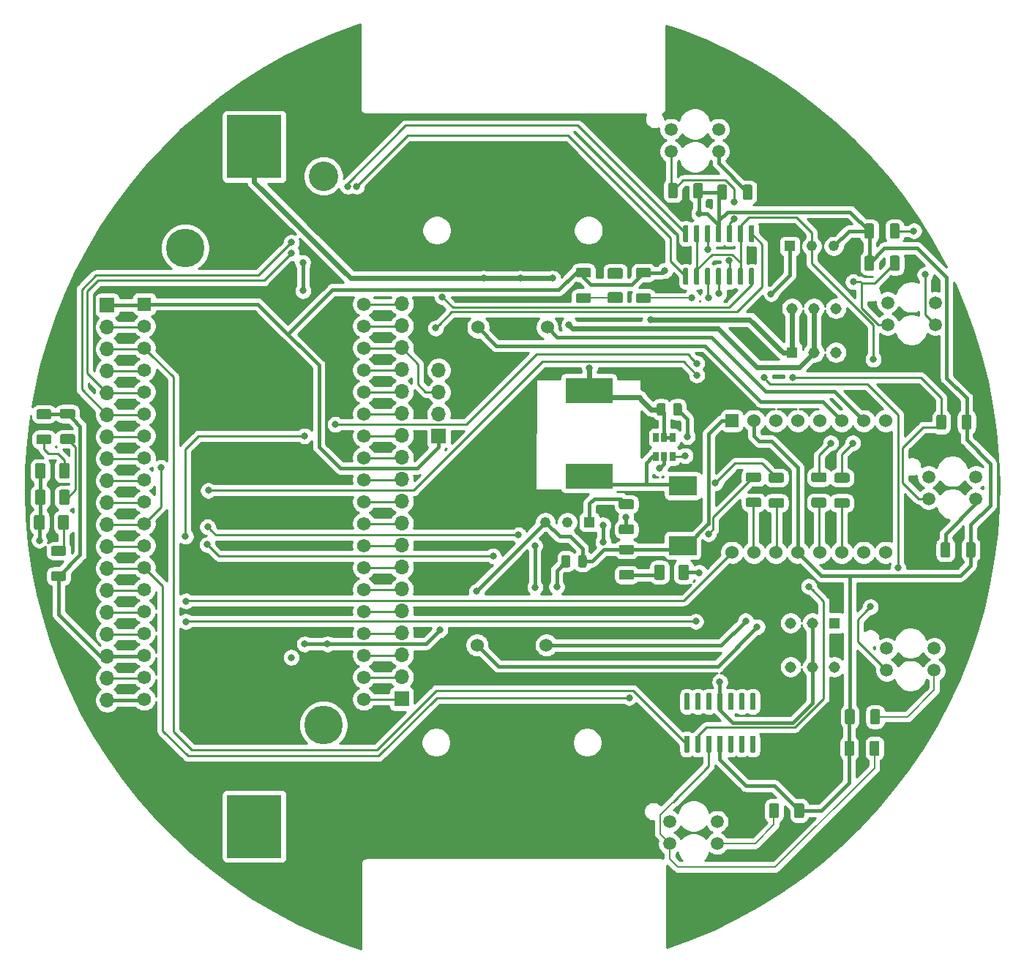
<source format=gtl>
%TF.GenerationSoftware,KiCad,Pcbnew,5.1.5+dfsg1-2build2*%
%TF.CreationDate,2021-11-18T22:09:55+05:30*%
%TF.ProjectId,Meshmerize,4d657368-6d65-4726-997a-652e6b696361,rev?*%
%TF.SameCoordinates,Original*%
%TF.FileFunction,Copper,L1,Top*%
%TF.FilePolarity,Positive*%
%FSLAX46Y46*%
G04 Gerber Fmt 4.6, Leading zero omitted, Abs format (unit mm)*
G04 Created by KiCad (PCBNEW 5.1.5+dfsg1-2build2) date 2021-11-18 22:09:55*
%MOMM*%
%LPD*%
G04 APERTURE LIST*
%TA.AperFunction,ComponentPad*%
%ADD10C,1.218000*%
%TD*%
%TA.AperFunction,ComponentPad*%
%ADD11R,1.218000X1.218000*%
%TD*%
%TA.AperFunction,ComponentPad*%
%ADD12C,1.560000*%
%TD*%
%TA.AperFunction,ComponentPad*%
%ADD13R,1.560000X1.560000*%
%TD*%
%TA.AperFunction,SMDPad,CuDef*%
%ADD14C,0.100000*%
%TD*%
%TA.AperFunction,ComponentPad*%
%ADD15R,1.308000X1.308000*%
%TD*%
%TA.AperFunction,ComponentPad*%
%ADD16C,1.308000*%
%TD*%
%TA.AperFunction,SMDPad,CuDef*%
%ADD17R,3.180000X2.250000*%
%TD*%
%TA.AperFunction,ComponentPad*%
%ADD18C,1.524000*%
%TD*%
%TA.AperFunction,ComponentPad*%
%ADD19C,1.500000*%
%TD*%
%TA.AperFunction,ComponentPad*%
%ADD20R,1.524000X1.524000*%
%TD*%
%TA.AperFunction,ComponentPad*%
%ADD21C,3.406000*%
%TD*%
%TA.AperFunction,ComponentPad*%
%ADD22C,4.466000*%
%TD*%
%TA.AperFunction,SMDPad,CuDef*%
%ADD23R,6.350000X7.350000*%
%TD*%
%TA.AperFunction,SMDPad,CuDef*%
%ADD24R,0.650000X1.060000*%
%TD*%
%TA.AperFunction,ComponentPad*%
%ADD25O,1.700000X1.700000*%
%TD*%
%TA.AperFunction,ComponentPad*%
%ADD26R,1.700000X1.700000*%
%TD*%
%TA.AperFunction,SMDPad,CuDef*%
%ADD27R,5.400000X2.900000*%
%TD*%
%TA.AperFunction,ViaPad*%
%ADD28C,0.800000*%
%TD*%
%TA.AperFunction,Conductor*%
%ADD29C,0.250000*%
%TD*%
%TA.AperFunction,Conductor*%
%ADD30C,0.400000*%
%TD*%
%TA.AperFunction,Conductor*%
%ADD31C,0.200000*%
%TD*%
%TA.AperFunction,Conductor*%
%ADD32C,0.600000*%
%TD*%
%TA.AperFunction,NonConductor*%
%ADD33C,0.254000*%
%TD*%
G04 APERTURE END LIST*
D10*
%TO.P,RV2,3*%
%TO.N,3V3*%
X188239400Y-63601600D03*
%TO.P,RV2,2*%
%TO.N,POT_CON*%
X185699400Y-63601600D03*
D11*
%TO.P,RV2,1*%
%TO.N,GND*%
X183159400Y-63601600D03*
%TD*%
D12*
%TO.P,U2,38*%
%TO.N,Net-(J2-Pad1)*%
X133893560Y-116028400D03*
%TO.P,U2,37*%
%TO.N,Net-(J2-Pad2)*%
X133893560Y-113488400D03*
%TO.P,U2,36*%
%TO.N,Net-(J2-Pad3)*%
X133893560Y-110948400D03*
%TO.P,U2,35*%
%TO.N,Net-(J2-Pad4)*%
X133893560Y-108408400D03*
%TO.P,U2,34*%
%TO.N,Net-(J2-Pad5)*%
X133893560Y-105868400D03*
%TO.P,U2,33*%
%TO.N,Net-(J2-Pad6)*%
X133893560Y-103328400D03*
%TO.P,U2,32*%
%TO.N,Net-(J2-Pad7)*%
X133893560Y-100788400D03*
%TO.P,U2,31*%
%TO.N,Net-(J2-Pad8)*%
X133893560Y-98248400D03*
%TO.P,U2,30*%
%TO.N,Net-(J2-Pad9)*%
X133893560Y-95708400D03*
%TO.P,U2,29*%
%TO.N,Net-(J2-Pad10)*%
X133893560Y-93168400D03*
%TO.P,U2,28*%
%TO.N,Net-(J2-Pad11)*%
X133893560Y-90628400D03*
%TO.P,U2,27*%
%TO.N,Net-(J2-Pad12)*%
X133893560Y-88088400D03*
%TO.P,U2,26*%
%TO.N,GND*%
X133893560Y-85548400D03*
%TO.P,U2,25*%
%TO.N,SDA_OLED*%
X133893560Y-83008400D03*
%TO.P,U2,24*%
%TO.N,Net-(J2-Pad15)*%
X133893560Y-80468400D03*
%TO.P,U2,23*%
%TO.N,Net-(J2-Pad16)*%
X133893560Y-77928400D03*
%TO.P,U2,22*%
%TO.N,SCL_OLED*%
X133893560Y-75388400D03*
%TO.P,U2,21*%
%TO.N,Net-(J2-Pad18)*%
X133893560Y-72848400D03*
%TO.P,U2,20*%
%TO.N,GND*%
X133893560Y-70308400D03*
%TO.P,U2,18*%
%TO.N,Net-(J1-Pad18)*%
X108493560Y-113488400D03*
%TO.P,U2,17*%
%TO.N,END_LED*%
X108493560Y-110948400D03*
%TO.P,U2,16*%
%TO.N,Net-(J1-Pad16)*%
X108493560Y-108408400D03*
%TO.P,U2,15*%
%TO.N,DEB*%
X108493560Y-105868400D03*
%TO.P,U2,14*%
%TO.N,GND*%
X108493560Y-103328400D03*
%TO.P,U2,13*%
%TO.N,PWMB*%
X108493560Y-100788400D03*
%TO.P,U2,12*%
%TO.N,B2*%
X108493560Y-98248400D03*
%TO.P,U2,11*%
%TO.N,B1*%
X108493560Y-95708400D03*
%TO.P,U2,10*%
%TO.N,A2*%
X108493560Y-93168400D03*
%TO.P,U2,9*%
%TO.N,A1*%
X108493560Y-90628400D03*
%TO.P,U2,8*%
%TO.N,PWMA*%
X108493560Y-88088400D03*
%TO.P,U2,7*%
%TO.N,D1*%
X108493560Y-85548400D03*
%TO.P,U2,6*%
%TO.N,D2*%
X108493560Y-83008400D03*
%TO.P,U2,5*%
%TO.N,D3*%
X108493560Y-80468400D03*
%TO.P,U2,4*%
%TO.N,D4*%
X108493560Y-77928400D03*
%TO.P,U2,3*%
%TO.N,D5*%
X108493560Y-75388400D03*
%TO.P,U2,19*%
%TO.N,Vin_ESP*%
X108493560Y-116028400D03*
%TO.P,U2,2*%
%TO.N,Net-(J1-Pad2)*%
X108493560Y-72848400D03*
D13*
%TO.P,U2,1*%
%TO.N,3V3*%
X108493560Y-70308400D03*
%TD*%
%TA.AperFunction,SMDPad,CuDef*%
D14*
%TO.P,R15,1*%
%TO.N,Net-(D1-Pad2)*%
G36*
X100268307Y-85368904D02*
G01*
X100292575Y-85372504D01*
X100316373Y-85378465D01*
X100339473Y-85386730D01*
X100361651Y-85397219D01*
X100382694Y-85409832D01*
X100402399Y-85424447D01*
X100420578Y-85440922D01*
X100437053Y-85459101D01*
X100451668Y-85478806D01*
X100464281Y-85499849D01*
X100474770Y-85522027D01*
X100483035Y-85545127D01*
X100488996Y-85568925D01*
X100492596Y-85593193D01*
X100493800Y-85617697D01*
X100493800Y-86242703D01*
X100492596Y-86267207D01*
X100488996Y-86291475D01*
X100483035Y-86315273D01*
X100474770Y-86338373D01*
X100464281Y-86360551D01*
X100451668Y-86381594D01*
X100437053Y-86401299D01*
X100420578Y-86419478D01*
X100402399Y-86435953D01*
X100382694Y-86450568D01*
X100361651Y-86463181D01*
X100339473Y-86473670D01*
X100316373Y-86481935D01*
X100292575Y-86487896D01*
X100268307Y-86491496D01*
X100243803Y-86492700D01*
X98993797Y-86492700D01*
X98969293Y-86491496D01*
X98945025Y-86487896D01*
X98921227Y-86481935D01*
X98898127Y-86473670D01*
X98875949Y-86463181D01*
X98854906Y-86450568D01*
X98835201Y-86435953D01*
X98817022Y-86419478D01*
X98800547Y-86401299D01*
X98785932Y-86381594D01*
X98773319Y-86360551D01*
X98762830Y-86338373D01*
X98754565Y-86315273D01*
X98748604Y-86291475D01*
X98745004Y-86267207D01*
X98743800Y-86242703D01*
X98743800Y-85617697D01*
X98745004Y-85593193D01*
X98748604Y-85568925D01*
X98754565Y-85545127D01*
X98762830Y-85522027D01*
X98773319Y-85499849D01*
X98785932Y-85478806D01*
X98800547Y-85459101D01*
X98817022Y-85440922D01*
X98835201Y-85424447D01*
X98854906Y-85409832D01*
X98875949Y-85397219D01*
X98898127Y-85386730D01*
X98921227Y-85378465D01*
X98945025Y-85372504D01*
X98969293Y-85368904D01*
X98993797Y-85367700D01*
X100243803Y-85367700D01*
X100268307Y-85368904D01*
G37*
%TD.AperFunction*%
%TA.AperFunction,SMDPad,CuDef*%
%TO.P,R15,2*%
%TO.N,END_LED*%
G36*
X100268307Y-82443904D02*
G01*
X100292575Y-82447504D01*
X100316373Y-82453465D01*
X100339473Y-82461730D01*
X100361651Y-82472219D01*
X100382694Y-82484832D01*
X100402399Y-82499447D01*
X100420578Y-82515922D01*
X100437053Y-82534101D01*
X100451668Y-82553806D01*
X100464281Y-82574849D01*
X100474770Y-82597027D01*
X100483035Y-82620127D01*
X100488996Y-82643925D01*
X100492596Y-82668193D01*
X100493800Y-82692697D01*
X100493800Y-83317703D01*
X100492596Y-83342207D01*
X100488996Y-83366475D01*
X100483035Y-83390273D01*
X100474770Y-83413373D01*
X100464281Y-83435551D01*
X100451668Y-83456594D01*
X100437053Y-83476299D01*
X100420578Y-83494478D01*
X100402399Y-83510953D01*
X100382694Y-83525568D01*
X100361651Y-83538181D01*
X100339473Y-83548670D01*
X100316373Y-83556935D01*
X100292575Y-83562896D01*
X100268307Y-83566496D01*
X100243803Y-83567700D01*
X98993797Y-83567700D01*
X98969293Y-83566496D01*
X98945025Y-83562896D01*
X98921227Y-83556935D01*
X98898127Y-83548670D01*
X98875949Y-83538181D01*
X98854906Y-83525568D01*
X98835201Y-83510953D01*
X98817022Y-83494478D01*
X98800547Y-83476299D01*
X98785932Y-83456594D01*
X98773319Y-83435551D01*
X98762830Y-83413373D01*
X98754565Y-83390273D01*
X98748604Y-83366475D01*
X98745004Y-83342207D01*
X98743800Y-83317703D01*
X98743800Y-82692697D01*
X98745004Y-82668193D01*
X98748604Y-82643925D01*
X98754565Y-82620127D01*
X98762830Y-82597027D01*
X98773319Y-82574849D01*
X98785932Y-82553806D01*
X98800547Y-82534101D01*
X98817022Y-82515922D01*
X98835201Y-82499447D01*
X98854906Y-82484832D01*
X98875949Y-82472219D01*
X98898127Y-82461730D01*
X98921227Y-82453465D01*
X98945025Y-82447504D01*
X98969293Y-82443904D01*
X98993797Y-82442700D01*
X100243803Y-82442700D01*
X100268307Y-82443904D01*
G37*
%TD.AperFunction*%
%TD*%
%TA.AperFunction,SMDPad,CuDef*%
%TO.P,U1,14*%
%TO.N,D4*%
G36*
X178917203Y-66143722D02*
G01*
X178931764Y-66145882D01*
X178946043Y-66149459D01*
X178959903Y-66154418D01*
X178973210Y-66160712D01*
X178985836Y-66168280D01*
X178997659Y-66177048D01*
X179008566Y-66186934D01*
X179018452Y-66197841D01*
X179027220Y-66209664D01*
X179034788Y-66222290D01*
X179041082Y-66235597D01*
X179046041Y-66249457D01*
X179049618Y-66263736D01*
X179051778Y-66278297D01*
X179052500Y-66293000D01*
X179052500Y-67943000D01*
X179051778Y-67957703D01*
X179049618Y-67972264D01*
X179046041Y-67986543D01*
X179041082Y-68000403D01*
X179034788Y-68013710D01*
X179027220Y-68026336D01*
X179018452Y-68038159D01*
X179008566Y-68049066D01*
X178997659Y-68058952D01*
X178985836Y-68067720D01*
X178973210Y-68075288D01*
X178959903Y-68081582D01*
X178946043Y-68086541D01*
X178931764Y-68090118D01*
X178917203Y-68092278D01*
X178902500Y-68093000D01*
X178602500Y-68093000D01*
X178587797Y-68092278D01*
X178573236Y-68090118D01*
X178558957Y-68086541D01*
X178545097Y-68081582D01*
X178531790Y-68075288D01*
X178519164Y-68067720D01*
X178507341Y-68058952D01*
X178496434Y-68049066D01*
X178486548Y-68038159D01*
X178477780Y-68026336D01*
X178470212Y-68013710D01*
X178463918Y-68000403D01*
X178458959Y-67986543D01*
X178455382Y-67972264D01*
X178453222Y-67957703D01*
X178452500Y-67943000D01*
X178452500Y-66293000D01*
X178453222Y-66278297D01*
X178455382Y-66263736D01*
X178458959Y-66249457D01*
X178463918Y-66235597D01*
X178470212Y-66222290D01*
X178477780Y-66209664D01*
X178486548Y-66197841D01*
X178496434Y-66186934D01*
X178507341Y-66177048D01*
X178519164Y-66168280D01*
X178531790Y-66160712D01*
X178545097Y-66154418D01*
X178558957Y-66149459D01*
X178573236Y-66145882D01*
X178587797Y-66143722D01*
X178602500Y-66143000D01*
X178902500Y-66143000D01*
X178917203Y-66143722D01*
G37*
%TD.AperFunction*%
%TA.AperFunction,SMDPad,CuDef*%
%TO.P,U1,13*%
%TO.N,POT_CON*%
G36*
X177647203Y-66143722D02*
G01*
X177661764Y-66145882D01*
X177676043Y-66149459D01*
X177689903Y-66154418D01*
X177703210Y-66160712D01*
X177715836Y-66168280D01*
X177727659Y-66177048D01*
X177738566Y-66186934D01*
X177748452Y-66197841D01*
X177757220Y-66209664D01*
X177764788Y-66222290D01*
X177771082Y-66235597D01*
X177776041Y-66249457D01*
X177779618Y-66263736D01*
X177781778Y-66278297D01*
X177782500Y-66293000D01*
X177782500Y-67943000D01*
X177781778Y-67957703D01*
X177779618Y-67972264D01*
X177776041Y-67986543D01*
X177771082Y-68000403D01*
X177764788Y-68013710D01*
X177757220Y-68026336D01*
X177748452Y-68038159D01*
X177738566Y-68049066D01*
X177727659Y-68058952D01*
X177715836Y-68067720D01*
X177703210Y-68075288D01*
X177689903Y-68081582D01*
X177676043Y-68086541D01*
X177661764Y-68090118D01*
X177647203Y-68092278D01*
X177632500Y-68093000D01*
X177332500Y-68093000D01*
X177317797Y-68092278D01*
X177303236Y-68090118D01*
X177288957Y-68086541D01*
X177275097Y-68081582D01*
X177261790Y-68075288D01*
X177249164Y-68067720D01*
X177237341Y-68058952D01*
X177226434Y-68049066D01*
X177216548Y-68038159D01*
X177207780Y-68026336D01*
X177200212Y-68013710D01*
X177193918Y-68000403D01*
X177188959Y-67986543D01*
X177185382Y-67972264D01*
X177183222Y-67957703D01*
X177182500Y-67943000D01*
X177182500Y-66293000D01*
X177183222Y-66278297D01*
X177185382Y-66263736D01*
X177188959Y-66249457D01*
X177193918Y-66235597D01*
X177200212Y-66222290D01*
X177207780Y-66209664D01*
X177216548Y-66197841D01*
X177226434Y-66186934D01*
X177237341Y-66177048D01*
X177249164Y-66168280D01*
X177261790Y-66160712D01*
X177275097Y-66154418D01*
X177288957Y-66149459D01*
X177303236Y-66145882D01*
X177317797Y-66143722D01*
X177332500Y-66143000D01*
X177632500Y-66143000D01*
X177647203Y-66143722D01*
G37*
%TD.AperFunction*%
%TA.AperFunction,SMDPad,CuDef*%
%TO.P,U1,12*%
%TO.N,An4*%
G36*
X176377203Y-66143722D02*
G01*
X176391764Y-66145882D01*
X176406043Y-66149459D01*
X176419903Y-66154418D01*
X176433210Y-66160712D01*
X176445836Y-66168280D01*
X176457659Y-66177048D01*
X176468566Y-66186934D01*
X176478452Y-66197841D01*
X176487220Y-66209664D01*
X176494788Y-66222290D01*
X176501082Y-66235597D01*
X176506041Y-66249457D01*
X176509618Y-66263736D01*
X176511778Y-66278297D01*
X176512500Y-66293000D01*
X176512500Y-67943000D01*
X176511778Y-67957703D01*
X176509618Y-67972264D01*
X176506041Y-67986543D01*
X176501082Y-68000403D01*
X176494788Y-68013710D01*
X176487220Y-68026336D01*
X176478452Y-68038159D01*
X176468566Y-68049066D01*
X176457659Y-68058952D01*
X176445836Y-68067720D01*
X176433210Y-68075288D01*
X176419903Y-68081582D01*
X176406043Y-68086541D01*
X176391764Y-68090118D01*
X176377203Y-68092278D01*
X176362500Y-68093000D01*
X176062500Y-68093000D01*
X176047797Y-68092278D01*
X176033236Y-68090118D01*
X176018957Y-68086541D01*
X176005097Y-68081582D01*
X175991790Y-68075288D01*
X175979164Y-68067720D01*
X175967341Y-68058952D01*
X175956434Y-68049066D01*
X175946548Y-68038159D01*
X175937780Y-68026336D01*
X175930212Y-68013710D01*
X175923918Y-68000403D01*
X175918959Y-67986543D01*
X175915382Y-67972264D01*
X175913222Y-67957703D01*
X175912500Y-67943000D01*
X175912500Y-66293000D01*
X175913222Y-66278297D01*
X175915382Y-66263736D01*
X175918959Y-66249457D01*
X175923918Y-66235597D01*
X175930212Y-66222290D01*
X175937780Y-66209664D01*
X175946548Y-66197841D01*
X175956434Y-66186934D01*
X175967341Y-66177048D01*
X175979164Y-66168280D01*
X175991790Y-66160712D01*
X176005097Y-66154418D01*
X176018957Y-66149459D01*
X176033236Y-66145882D01*
X176047797Y-66143722D01*
X176062500Y-66143000D01*
X176362500Y-66143000D01*
X176377203Y-66143722D01*
G37*
%TD.AperFunction*%
%TA.AperFunction,SMDPad,CuDef*%
%TO.P,U1,11*%
%TO.N,GND*%
G36*
X175107203Y-66143722D02*
G01*
X175121764Y-66145882D01*
X175136043Y-66149459D01*
X175149903Y-66154418D01*
X175163210Y-66160712D01*
X175175836Y-66168280D01*
X175187659Y-66177048D01*
X175198566Y-66186934D01*
X175208452Y-66197841D01*
X175217220Y-66209664D01*
X175224788Y-66222290D01*
X175231082Y-66235597D01*
X175236041Y-66249457D01*
X175239618Y-66263736D01*
X175241778Y-66278297D01*
X175242500Y-66293000D01*
X175242500Y-67943000D01*
X175241778Y-67957703D01*
X175239618Y-67972264D01*
X175236041Y-67986543D01*
X175231082Y-68000403D01*
X175224788Y-68013710D01*
X175217220Y-68026336D01*
X175208452Y-68038159D01*
X175198566Y-68049066D01*
X175187659Y-68058952D01*
X175175836Y-68067720D01*
X175163210Y-68075288D01*
X175149903Y-68081582D01*
X175136043Y-68086541D01*
X175121764Y-68090118D01*
X175107203Y-68092278D01*
X175092500Y-68093000D01*
X174792500Y-68093000D01*
X174777797Y-68092278D01*
X174763236Y-68090118D01*
X174748957Y-68086541D01*
X174735097Y-68081582D01*
X174721790Y-68075288D01*
X174709164Y-68067720D01*
X174697341Y-68058952D01*
X174686434Y-68049066D01*
X174676548Y-68038159D01*
X174667780Y-68026336D01*
X174660212Y-68013710D01*
X174653918Y-68000403D01*
X174648959Y-67986543D01*
X174645382Y-67972264D01*
X174643222Y-67957703D01*
X174642500Y-67943000D01*
X174642500Y-66293000D01*
X174643222Y-66278297D01*
X174645382Y-66263736D01*
X174648959Y-66249457D01*
X174653918Y-66235597D01*
X174660212Y-66222290D01*
X174667780Y-66209664D01*
X174676548Y-66197841D01*
X174686434Y-66186934D01*
X174697341Y-66177048D01*
X174709164Y-66168280D01*
X174721790Y-66160712D01*
X174735097Y-66154418D01*
X174748957Y-66149459D01*
X174763236Y-66145882D01*
X174777797Y-66143722D01*
X174792500Y-66143000D01*
X175092500Y-66143000D01*
X175107203Y-66143722D01*
G37*
%TD.AperFunction*%
%TA.AperFunction,SMDPad,CuDef*%
%TO.P,U1,10*%
%TO.N,An3*%
G36*
X173837203Y-66143722D02*
G01*
X173851764Y-66145882D01*
X173866043Y-66149459D01*
X173879903Y-66154418D01*
X173893210Y-66160712D01*
X173905836Y-66168280D01*
X173917659Y-66177048D01*
X173928566Y-66186934D01*
X173938452Y-66197841D01*
X173947220Y-66209664D01*
X173954788Y-66222290D01*
X173961082Y-66235597D01*
X173966041Y-66249457D01*
X173969618Y-66263736D01*
X173971778Y-66278297D01*
X173972500Y-66293000D01*
X173972500Y-67943000D01*
X173971778Y-67957703D01*
X173969618Y-67972264D01*
X173966041Y-67986543D01*
X173961082Y-68000403D01*
X173954788Y-68013710D01*
X173947220Y-68026336D01*
X173938452Y-68038159D01*
X173928566Y-68049066D01*
X173917659Y-68058952D01*
X173905836Y-68067720D01*
X173893210Y-68075288D01*
X173879903Y-68081582D01*
X173866043Y-68086541D01*
X173851764Y-68090118D01*
X173837203Y-68092278D01*
X173822500Y-68093000D01*
X173522500Y-68093000D01*
X173507797Y-68092278D01*
X173493236Y-68090118D01*
X173478957Y-68086541D01*
X173465097Y-68081582D01*
X173451790Y-68075288D01*
X173439164Y-68067720D01*
X173427341Y-68058952D01*
X173416434Y-68049066D01*
X173406548Y-68038159D01*
X173397780Y-68026336D01*
X173390212Y-68013710D01*
X173383918Y-68000403D01*
X173378959Y-67986543D01*
X173375382Y-67972264D01*
X173373222Y-67957703D01*
X173372500Y-67943000D01*
X173372500Y-66293000D01*
X173373222Y-66278297D01*
X173375382Y-66263736D01*
X173378959Y-66249457D01*
X173383918Y-66235597D01*
X173390212Y-66222290D01*
X173397780Y-66209664D01*
X173406548Y-66197841D01*
X173416434Y-66186934D01*
X173427341Y-66177048D01*
X173439164Y-66168280D01*
X173451790Y-66160712D01*
X173465097Y-66154418D01*
X173478957Y-66149459D01*
X173493236Y-66145882D01*
X173507797Y-66143722D01*
X173522500Y-66143000D01*
X173822500Y-66143000D01*
X173837203Y-66143722D01*
G37*
%TD.AperFunction*%
%TA.AperFunction,SMDPad,CuDef*%
%TO.P,U1,9*%
%TO.N,POT_CON*%
G36*
X172567203Y-66143722D02*
G01*
X172581764Y-66145882D01*
X172596043Y-66149459D01*
X172609903Y-66154418D01*
X172623210Y-66160712D01*
X172635836Y-66168280D01*
X172647659Y-66177048D01*
X172658566Y-66186934D01*
X172668452Y-66197841D01*
X172677220Y-66209664D01*
X172684788Y-66222290D01*
X172691082Y-66235597D01*
X172696041Y-66249457D01*
X172699618Y-66263736D01*
X172701778Y-66278297D01*
X172702500Y-66293000D01*
X172702500Y-67943000D01*
X172701778Y-67957703D01*
X172699618Y-67972264D01*
X172696041Y-67986543D01*
X172691082Y-68000403D01*
X172684788Y-68013710D01*
X172677220Y-68026336D01*
X172668452Y-68038159D01*
X172658566Y-68049066D01*
X172647659Y-68058952D01*
X172635836Y-68067720D01*
X172623210Y-68075288D01*
X172609903Y-68081582D01*
X172596043Y-68086541D01*
X172581764Y-68090118D01*
X172567203Y-68092278D01*
X172552500Y-68093000D01*
X172252500Y-68093000D01*
X172237797Y-68092278D01*
X172223236Y-68090118D01*
X172208957Y-68086541D01*
X172195097Y-68081582D01*
X172181790Y-68075288D01*
X172169164Y-68067720D01*
X172157341Y-68058952D01*
X172146434Y-68049066D01*
X172136548Y-68038159D01*
X172127780Y-68026336D01*
X172120212Y-68013710D01*
X172113918Y-68000403D01*
X172108959Y-67986543D01*
X172105382Y-67972264D01*
X172103222Y-67957703D01*
X172102500Y-67943000D01*
X172102500Y-66293000D01*
X172103222Y-66278297D01*
X172105382Y-66263736D01*
X172108959Y-66249457D01*
X172113918Y-66235597D01*
X172120212Y-66222290D01*
X172127780Y-66209664D01*
X172136548Y-66197841D01*
X172146434Y-66186934D01*
X172157341Y-66177048D01*
X172169164Y-66168280D01*
X172181790Y-66160712D01*
X172195097Y-66154418D01*
X172208957Y-66149459D01*
X172223236Y-66145882D01*
X172237797Y-66143722D01*
X172252500Y-66143000D01*
X172552500Y-66143000D01*
X172567203Y-66143722D01*
G37*
%TD.AperFunction*%
%TA.AperFunction,SMDPad,CuDef*%
%TO.P,U1,8*%
%TO.N,D3*%
G36*
X171297203Y-66143722D02*
G01*
X171311764Y-66145882D01*
X171326043Y-66149459D01*
X171339903Y-66154418D01*
X171353210Y-66160712D01*
X171365836Y-66168280D01*
X171377659Y-66177048D01*
X171388566Y-66186934D01*
X171398452Y-66197841D01*
X171407220Y-66209664D01*
X171414788Y-66222290D01*
X171421082Y-66235597D01*
X171426041Y-66249457D01*
X171429618Y-66263736D01*
X171431778Y-66278297D01*
X171432500Y-66293000D01*
X171432500Y-67943000D01*
X171431778Y-67957703D01*
X171429618Y-67972264D01*
X171426041Y-67986543D01*
X171421082Y-68000403D01*
X171414788Y-68013710D01*
X171407220Y-68026336D01*
X171398452Y-68038159D01*
X171388566Y-68049066D01*
X171377659Y-68058952D01*
X171365836Y-68067720D01*
X171353210Y-68075288D01*
X171339903Y-68081582D01*
X171326043Y-68086541D01*
X171311764Y-68090118D01*
X171297203Y-68092278D01*
X171282500Y-68093000D01*
X170982500Y-68093000D01*
X170967797Y-68092278D01*
X170953236Y-68090118D01*
X170938957Y-68086541D01*
X170925097Y-68081582D01*
X170911790Y-68075288D01*
X170899164Y-68067720D01*
X170887341Y-68058952D01*
X170876434Y-68049066D01*
X170866548Y-68038159D01*
X170857780Y-68026336D01*
X170850212Y-68013710D01*
X170843918Y-68000403D01*
X170838959Y-67986543D01*
X170835382Y-67972264D01*
X170833222Y-67957703D01*
X170832500Y-67943000D01*
X170832500Y-66293000D01*
X170833222Y-66278297D01*
X170835382Y-66263736D01*
X170838959Y-66249457D01*
X170843918Y-66235597D01*
X170850212Y-66222290D01*
X170857780Y-66209664D01*
X170866548Y-66197841D01*
X170876434Y-66186934D01*
X170887341Y-66177048D01*
X170899164Y-66168280D01*
X170911790Y-66160712D01*
X170925097Y-66154418D01*
X170938957Y-66149459D01*
X170953236Y-66145882D01*
X170967797Y-66143722D01*
X170982500Y-66143000D01*
X171282500Y-66143000D01*
X171297203Y-66143722D01*
G37*
%TD.AperFunction*%
%TA.AperFunction,SMDPad,CuDef*%
%TO.P,U1,7*%
%TO.N,D2*%
G36*
X171297203Y-61193722D02*
G01*
X171311764Y-61195882D01*
X171326043Y-61199459D01*
X171339903Y-61204418D01*
X171353210Y-61210712D01*
X171365836Y-61218280D01*
X171377659Y-61227048D01*
X171388566Y-61236934D01*
X171398452Y-61247841D01*
X171407220Y-61259664D01*
X171414788Y-61272290D01*
X171421082Y-61285597D01*
X171426041Y-61299457D01*
X171429618Y-61313736D01*
X171431778Y-61328297D01*
X171432500Y-61343000D01*
X171432500Y-62993000D01*
X171431778Y-63007703D01*
X171429618Y-63022264D01*
X171426041Y-63036543D01*
X171421082Y-63050403D01*
X171414788Y-63063710D01*
X171407220Y-63076336D01*
X171398452Y-63088159D01*
X171388566Y-63099066D01*
X171377659Y-63108952D01*
X171365836Y-63117720D01*
X171353210Y-63125288D01*
X171339903Y-63131582D01*
X171326043Y-63136541D01*
X171311764Y-63140118D01*
X171297203Y-63142278D01*
X171282500Y-63143000D01*
X170982500Y-63143000D01*
X170967797Y-63142278D01*
X170953236Y-63140118D01*
X170938957Y-63136541D01*
X170925097Y-63131582D01*
X170911790Y-63125288D01*
X170899164Y-63117720D01*
X170887341Y-63108952D01*
X170876434Y-63099066D01*
X170866548Y-63088159D01*
X170857780Y-63076336D01*
X170850212Y-63063710D01*
X170843918Y-63050403D01*
X170838959Y-63036543D01*
X170835382Y-63022264D01*
X170833222Y-63007703D01*
X170832500Y-62993000D01*
X170832500Y-61343000D01*
X170833222Y-61328297D01*
X170835382Y-61313736D01*
X170838959Y-61299457D01*
X170843918Y-61285597D01*
X170850212Y-61272290D01*
X170857780Y-61259664D01*
X170866548Y-61247841D01*
X170876434Y-61236934D01*
X170887341Y-61227048D01*
X170899164Y-61218280D01*
X170911790Y-61210712D01*
X170925097Y-61204418D01*
X170938957Y-61199459D01*
X170953236Y-61195882D01*
X170967797Y-61193722D01*
X170982500Y-61193000D01*
X171282500Y-61193000D01*
X171297203Y-61193722D01*
G37*
%TD.AperFunction*%
%TA.AperFunction,SMDPad,CuDef*%
%TO.P,U1,6*%
%TO.N,POT_CON*%
G36*
X172567203Y-61193722D02*
G01*
X172581764Y-61195882D01*
X172596043Y-61199459D01*
X172609903Y-61204418D01*
X172623210Y-61210712D01*
X172635836Y-61218280D01*
X172647659Y-61227048D01*
X172658566Y-61236934D01*
X172668452Y-61247841D01*
X172677220Y-61259664D01*
X172684788Y-61272290D01*
X172691082Y-61285597D01*
X172696041Y-61299457D01*
X172699618Y-61313736D01*
X172701778Y-61328297D01*
X172702500Y-61343000D01*
X172702500Y-62993000D01*
X172701778Y-63007703D01*
X172699618Y-63022264D01*
X172696041Y-63036543D01*
X172691082Y-63050403D01*
X172684788Y-63063710D01*
X172677220Y-63076336D01*
X172668452Y-63088159D01*
X172658566Y-63099066D01*
X172647659Y-63108952D01*
X172635836Y-63117720D01*
X172623210Y-63125288D01*
X172609903Y-63131582D01*
X172596043Y-63136541D01*
X172581764Y-63140118D01*
X172567203Y-63142278D01*
X172552500Y-63143000D01*
X172252500Y-63143000D01*
X172237797Y-63142278D01*
X172223236Y-63140118D01*
X172208957Y-63136541D01*
X172195097Y-63131582D01*
X172181790Y-63125288D01*
X172169164Y-63117720D01*
X172157341Y-63108952D01*
X172146434Y-63099066D01*
X172136548Y-63088159D01*
X172127780Y-63076336D01*
X172120212Y-63063710D01*
X172113918Y-63050403D01*
X172108959Y-63036543D01*
X172105382Y-63022264D01*
X172103222Y-63007703D01*
X172102500Y-62993000D01*
X172102500Y-61343000D01*
X172103222Y-61328297D01*
X172105382Y-61313736D01*
X172108959Y-61299457D01*
X172113918Y-61285597D01*
X172120212Y-61272290D01*
X172127780Y-61259664D01*
X172136548Y-61247841D01*
X172146434Y-61236934D01*
X172157341Y-61227048D01*
X172169164Y-61218280D01*
X172181790Y-61210712D01*
X172195097Y-61204418D01*
X172208957Y-61199459D01*
X172223236Y-61195882D01*
X172237797Y-61193722D01*
X172252500Y-61193000D01*
X172552500Y-61193000D01*
X172567203Y-61193722D01*
G37*
%TD.AperFunction*%
%TA.AperFunction,SMDPad,CuDef*%
%TO.P,U1,5*%
%TO.N,An2*%
G36*
X173837203Y-61193722D02*
G01*
X173851764Y-61195882D01*
X173866043Y-61199459D01*
X173879903Y-61204418D01*
X173893210Y-61210712D01*
X173905836Y-61218280D01*
X173917659Y-61227048D01*
X173928566Y-61236934D01*
X173938452Y-61247841D01*
X173947220Y-61259664D01*
X173954788Y-61272290D01*
X173961082Y-61285597D01*
X173966041Y-61299457D01*
X173969618Y-61313736D01*
X173971778Y-61328297D01*
X173972500Y-61343000D01*
X173972500Y-62993000D01*
X173971778Y-63007703D01*
X173969618Y-63022264D01*
X173966041Y-63036543D01*
X173961082Y-63050403D01*
X173954788Y-63063710D01*
X173947220Y-63076336D01*
X173938452Y-63088159D01*
X173928566Y-63099066D01*
X173917659Y-63108952D01*
X173905836Y-63117720D01*
X173893210Y-63125288D01*
X173879903Y-63131582D01*
X173866043Y-63136541D01*
X173851764Y-63140118D01*
X173837203Y-63142278D01*
X173822500Y-63143000D01*
X173522500Y-63143000D01*
X173507797Y-63142278D01*
X173493236Y-63140118D01*
X173478957Y-63136541D01*
X173465097Y-63131582D01*
X173451790Y-63125288D01*
X173439164Y-63117720D01*
X173427341Y-63108952D01*
X173416434Y-63099066D01*
X173406548Y-63088159D01*
X173397780Y-63076336D01*
X173390212Y-63063710D01*
X173383918Y-63050403D01*
X173378959Y-63036543D01*
X173375382Y-63022264D01*
X173373222Y-63007703D01*
X173372500Y-62993000D01*
X173372500Y-61343000D01*
X173373222Y-61328297D01*
X173375382Y-61313736D01*
X173378959Y-61299457D01*
X173383918Y-61285597D01*
X173390212Y-61272290D01*
X173397780Y-61259664D01*
X173406548Y-61247841D01*
X173416434Y-61236934D01*
X173427341Y-61227048D01*
X173439164Y-61218280D01*
X173451790Y-61210712D01*
X173465097Y-61204418D01*
X173478957Y-61199459D01*
X173493236Y-61195882D01*
X173507797Y-61193722D01*
X173522500Y-61193000D01*
X173822500Y-61193000D01*
X173837203Y-61193722D01*
G37*
%TD.AperFunction*%
%TA.AperFunction,SMDPad,CuDef*%
%TO.P,U1,4*%
%TO.N,3V3*%
G36*
X175107203Y-61193722D02*
G01*
X175121764Y-61195882D01*
X175136043Y-61199459D01*
X175149903Y-61204418D01*
X175163210Y-61210712D01*
X175175836Y-61218280D01*
X175187659Y-61227048D01*
X175198566Y-61236934D01*
X175208452Y-61247841D01*
X175217220Y-61259664D01*
X175224788Y-61272290D01*
X175231082Y-61285597D01*
X175236041Y-61299457D01*
X175239618Y-61313736D01*
X175241778Y-61328297D01*
X175242500Y-61343000D01*
X175242500Y-62993000D01*
X175241778Y-63007703D01*
X175239618Y-63022264D01*
X175236041Y-63036543D01*
X175231082Y-63050403D01*
X175224788Y-63063710D01*
X175217220Y-63076336D01*
X175208452Y-63088159D01*
X175198566Y-63099066D01*
X175187659Y-63108952D01*
X175175836Y-63117720D01*
X175163210Y-63125288D01*
X175149903Y-63131582D01*
X175136043Y-63136541D01*
X175121764Y-63140118D01*
X175107203Y-63142278D01*
X175092500Y-63143000D01*
X174792500Y-63143000D01*
X174777797Y-63142278D01*
X174763236Y-63140118D01*
X174748957Y-63136541D01*
X174735097Y-63131582D01*
X174721790Y-63125288D01*
X174709164Y-63117720D01*
X174697341Y-63108952D01*
X174686434Y-63099066D01*
X174676548Y-63088159D01*
X174667780Y-63076336D01*
X174660212Y-63063710D01*
X174653918Y-63050403D01*
X174648959Y-63036543D01*
X174645382Y-63022264D01*
X174643222Y-63007703D01*
X174642500Y-62993000D01*
X174642500Y-61343000D01*
X174643222Y-61328297D01*
X174645382Y-61313736D01*
X174648959Y-61299457D01*
X174653918Y-61285597D01*
X174660212Y-61272290D01*
X174667780Y-61259664D01*
X174676548Y-61247841D01*
X174686434Y-61236934D01*
X174697341Y-61227048D01*
X174709164Y-61218280D01*
X174721790Y-61210712D01*
X174735097Y-61204418D01*
X174748957Y-61199459D01*
X174763236Y-61195882D01*
X174777797Y-61193722D01*
X174792500Y-61193000D01*
X175092500Y-61193000D01*
X175107203Y-61193722D01*
G37*
%TD.AperFunction*%
%TA.AperFunction,SMDPad,CuDef*%
%TO.P,U1,3*%
%TO.N,An1*%
G36*
X176377203Y-61193722D02*
G01*
X176391764Y-61195882D01*
X176406043Y-61199459D01*
X176419903Y-61204418D01*
X176433210Y-61210712D01*
X176445836Y-61218280D01*
X176457659Y-61227048D01*
X176468566Y-61236934D01*
X176478452Y-61247841D01*
X176487220Y-61259664D01*
X176494788Y-61272290D01*
X176501082Y-61285597D01*
X176506041Y-61299457D01*
X176509618Y-61313736D01*
X176511778Y-61328297D01*
X176512500Y-61343000D01*
X176512500Y-62993000D01*
X176511778Y-63007703D01*
X176509618Y-63022264D01*
X176506041Y-63036543D01*
X176501082Y-63050403D01*
X176494788Y-63063710D01*
X176487220Y-63076336D01*
X176478452Y-63088159D01*
X176468566Y-63099066D01*
X176457659Y-63108952D01*
X176445836Y-63117720D01*
X176433210Y-63125288D01*
X176419903Y-63131582D01*
X176406043Y-63136541D01*
X176391764Y-63140118D01*
X176377203Y-63142278D01*
X176362500Y-63143000D01*
X176062500Y-63143000D01*
X176047797Y-63142278D01*
X176033236Y-63140118D01*
X176018957Y-63136541D01*
X176005097Y-63131582D01*
X175991790Y-63125288D01*
X175979164Y-63117720D01*
X175967341Y-63108952D01*
X175956434Y-63099066D01*
X175946548Y-63088159D01*
X175937780Y-63076336D01*
X175930212Y-63063710D01*
X175923918Y-63050403D01*
X175918959Y-63036543D01*
X175915382Y-63022264D01*
X175913222Y-63007703D01*
X175912500Y-62993000D01*
X175912500Y-61343000D01*
X175913222Y-61328297D01*
X175915382Y-61313736D01*
X175918959Y-61299457D01*
X175923918Y-61285597D01*
X175930212Y-61272290D01*
X175937780Y-61259664D01*
X175946548Y-61247841D01*
X175956434Y-61236934D01*
X175967341Y-61227048D01*
X175979164Y-61218280D01*
X175991790Y-61210712D01*
X176005097Y-61204418D01*
X176018957Y-61199459D01*
X176033236Y-61195882D01*
X176047797Y-61193722D01*
X176062500Y-61193000D01*
X176362500Y-61193000D01*
X176377203Y-61193722D01*
G37*
%TD.AperFunction*%
%TA.AperFunction,SMDPad,CuDef*%
%TO.P,U1,2*%
%TO.N,POT_CON*%
G36*
X177647203Y-61193722D02*
G01*
X177661764Y-61195882D01*
X177676043Y-61199459D01*
X177689903Y-61204418D01*
X177703210Y-61210712D01*
X177715836Y-61218280D01*
X177727659Y-61227048D01*
X177738566Y-61236934D01*
X177748452Y-61247841D01*
X177757220Y-61259664D01*
X177764788Y-61272290D01*
X177771082Y-61285597D01*
X177776041Y-61299457D01*
X177779618Y-61313736D01*
X177781778Y-61328297D01*
X177782500Y-61343000D01*
X177782500Y-62993000D01*
X177781778Y-63007703D01*
X177779618Y-63022264D01*
X177776041Y-63036543D01*
X177771082Y-63050403D01*
X177764788Y-63063710D01*
X177757220Y-63076336D01*
X177748452Y-63088159D01*
X177738566Y-63099066D01*
X177727659Y-63108952D01*
X177715836Y-63117720D01*
X177703210Y-63125288D01*
X177689903Y-63131582D01*
X177676043Y-63136541D01*
X177661764Y-63140118D01*
X177647203Y-63142278D01*
X177632500Y-63143000D01*
X177332500Y-63143000D01*
X177317797Y-63142278D01*
X177303236Y-63140118D01*
X177288957Y-63136541D01*
X177275097Y-63131582D01*
X177261790Y-63125288D01*
X177249164Y-63117720D01*
X177237341Y-63108952D01*
X177226434Y-63099066D01*
X177216548Y-63088159D01*
X177207780Y-63076336D01*
X177200212Y-63063710D01*
X177193918Y-63050403D01*
X177188959Y-63036543D01*
X177185382Y-63022264D01*
X177183222Y-63007703D01*
X177182500Y-62993000D01*
X177182500Y-61343000D01*
X177183222Y-61328297D01*
X177185382Y-61313736D01*
X177188959Y-61299457D01*
X177193918Y-61285597D01*
X177200212Y-61272290D01*
X177207780Y-61259664D01*
X177216548Y-61247841D01*
X177226434Y-61236934D01*
X177237341Y-61227048D01*
X177249164Y-61218280D01*
X177261790Y-61210712D01*
X177275097Y-61204418D01*
X177288957Y-61199459D01*
X177303236Y-61195882D01*
X177317797Y-61193722D01*
X177332500Y-61193000D01*
X177632500Y-61193000D01*
X177647203Y-61193722D01*
G37*
%TD.AperFunction*%
%TA.AperFunction,SMDPad,CuDef*%
%TO.P,U1,1*%
%TO.N,D1*%
G36*
X178917203Y-61193722D02*
G01*
X178931764Y-61195882D01*
X178946043Y-61199459D01*
X178959903Y-61204418D01*
X178973210Y-61210712D01*
X178985836Y-61218280D01*
X178997659Y-61227048D01*
X179008566Y-61236934D01*
X179018452Y-61247841D01*
X179027220Y-61259664D01*
X179034788Y-61272290D01*
X179041082Y-61285597D01*
X179046041Y-61299457D01*
X179049618Y-61313736D01*
X179051778Y-61328297D01*
X179052500Y-61343000D01*
X179052500Y-62993000D01*
X179051778Y-63007703D01*
X179049618Y-63022264D01*
X179046041Y-63036543D01*
X179041082Y-63050403D01*
X179034788Y-63063710D01*
X179027220Y-63076336D01*
X179018452Y-63088159D01*
X179008566Y-63099066D01*
X178997659Y-63108952D01*
X178985836Y-63117720D01*
X178973210Y-63125288D01*
X178959903Y-63131582D01*
X178946043Y-63136541D01*
X178931764Y-63140118D01*
X178917203Y-63142278D01*
X178902500Y-63143000D01*
X178602500Y-63143000D01*
X178587797Y-63142278D01*
X178573236Y-63140118D01*
X178558957Y-63136541D01*
X178545097Y-63131582D01*
X178531790Y-63125288D01*
X178519164Y-63117720D01*
X178507341Y-63108952D01*
X178496434Y-63099066D01*
X178486548Y-63088159D01*
X178477780Y-63076336D01*
X178470212Y-63063710D01*
X178463918Y-63050403D01*
X178458959Y-63036543D01*
X178455382Y-63022264D01*
X178453222Y-63007703D01*
X178452500Y-62993000D01*
X178452500Y-61343000D01*
X178453222Y-61328297D01*
X178455382Y-61313736D01*
X178458959Y-61299457D01*
X178463918Y-61285597D01*
X178470212Y-61272290D01*
X178477780Y-61259664D01*
X178486548Y-61247841D01*
X178496434Y-61236934D01*
X178507341Y-61227048D01*
X178519164Y-61218280D01*
X178531790Y-61210712D01*
X178545097Y-61204418D01*
X178558957Y-61199459D01*
X178573236Y-61195882D01*
X178587797Y-61193722D01*
X178602500Y-61193000D01*
X178902500Y-61193000D01*
X178917203Y-61193722D01*
G37*
%TD.AperFunction*%
%TD*%
D15*
%TO.P,S2,1*%
%TO.N,DEB*%
X188328300Y-107226100D03*
D16*
%TO.P,S2,2*%
%TO.N,GND*%
X185788300Y-107226100D03*
%TO.P,S2,3*%
%TO.N,N/C*%
X183248300Y-107226100D03*
%TO.P,S2,4*%
%TO.N,DEB*%
X188328300Y-112306100D03*
%TO.P,S2,5*%
%TO.N,GND*%
X185788300Y-112306100D03*
%TO.P,S2,6*%
%TO.N,N/C*%
X183248300Y-112306100D03*
%TD*%
D17*
%TO.P,D6,C*%
%TO.N,+V*%
X170776900Y-98247800D03*
%TO.P,D6,A*%
%TO.N,Net-(D6-PadA)*%
X170776900Y-91337800D03*
%TD*%
%TA.AperFunction,SMDPad,CuDef*%
D14*
%TO.P,R6,1*%
%TO.N,Net-(R6-Pad1)*%
G36*
X179605207Y-92709504D02*
G01*
X179629475Y-92713104D01*
X179653273Y-92719065D01*
X179676373Y-92727330D01*
X179698551Y-92737819D01*
X179719594Y-92750432D01*
X179739299Y-92765047D01*
X179757478Y-92781522D01*
X179773953Y-92799701D01*
X179788568Y-92819406D01*
X179801181Y-92840449D01*
X179811670Y-92862627D01*
X179819935Y-92885727D01*
X179825896Y-92909525D01*
X179829496Y-92933793D01*
X179830700Y-92958297D01*
X179830700Y-93583303D01*
X179829496Y-93607807D01*
X179825896Y-93632075D01*
X179819935Y-93655873D01*
X179811670Y-93678973D01*
X179801181Y-93701151D01*
X179788568Y-93722194D01*
X179773953Y-93741899D01*
X179757478Y-93760078D01*
X179739299Y-93776553D01*
X179719594Y-93791168D01*
X179698551Y-93803781D01*
X179676373Y-93814270D01*
X179653273Y-93822535D01*
X179629475Y-93828496D01*
X179605207Y-93832096D01*
X179580703Y-93833300D01*
X178330697Y-93833300D01*
X178306193Y-93832096D01*
X178281925Y-93828496D01*
X178258127Y-93822535D01*
X178235027Y-93814270D01*
X178212849Y-93803781D01*
X178191806Y-93791168D01*
X178172101Y-93776553D01*
X178153922Y-93760078D01*
X178137447Y-93741899D01*
X178122832Y-93722194D01*
X178110219Y-93701151D01*
X178099730Y-93678973D01*
X178091465Y-93655873D01*
X178085504Y-93632075D01*
X178081904Y-93607807D01*
X178080700Y-93583303D01*
X178080700Y-92958297D01*
X178081904Y-92933793D01*
X178085504Y-92909525D01*
X178091465Y-92885727D01*
X178099730Y-92862627D01*
X178110219Y-92840449D01*
X178122832Y-92819406D01*
X178137447Y-92799701D01*
X178153922Y-92781522D01*
X178172101Y-92765047D01*
X178191806Y-92750432D01*
X178212849Y-92737819D01*
X178235027Y-92727330D01*
X178258127Y-92719065D01*
X178281925Y-92713104D01*
X178306193Y-92709504D01*
X178330697Y-92708300D01*
X179580703Y-92708300D01*
X179605207Y-92709504D01*
G37*
%TD.AperFunction*%
%TA.AperFunction,SMDPad,CuDef*%
%TO.P,R6,2*%
%TO.N,A2*%
G36*
X179605207Y-89784504D02*
G01*
X179629475Y-89788104D01*
X179653273Y-89794065D01*
X179676373Y-89802330D01*
X179698551Y-89812819D01*
X179719594Y-89825432D01*
X179739299Y-89840047D01*
X179757478Y-89856522D01*
X179773953Y-89874701D01*
X179788568Y-89894406D01*
X179801181Y-89915449D01*
X179811670Y-89937627D01*
X179819935Y-89960727D01*
X179825896Y-89984525D01*
X179829496Y-90008793D01*
X179830700Y-90033297D01*
X179830700Y-90658303D01*
X179829496Y-90682807D01*
X179825896Y-90707075D01*
X179819935Y-90730873D01*
X179811670Y-90753973D01*
X179801181Y-90776151D01*
X179788568Y-90797194D01*
X179773953Y-90816899D01*
X179757478Y-90835078D01*
X179739299Y-90851553D01*
X179719594Y-90866168D01*
X179698551Y-90878781D01*
X179676373Y-90889270D01*
X179653273Y-90897535D01*
X179629475Y-90903496D01*
X179605207Y-90907096D01*
X179580703Y-90908300D01*
X178330697Y-90908300D01*
X178306193Y-90907096D01*
X178281925Y-90903496D01*
X178258127Y-90897535D01*
X178235027Y-90889270D01*
X178212849Y-90878781D01*
X178191806Y-90866168D01*
X178172101Y-90851553D01*
X178153922Y-90835078D01*
X178137447Y-90816899D01*
X178122832Y-90797194D01*
X178110219Y-90776151D01*
X178099730Y-90753973D01*
X178091465Y-90730873D01*
X178085504Y-90707075D01*
X178081904Y-90682807D01*
X178080700Y-90658303D01*
X178080700Y-90033297D01*
X178081904Y-90008793D01*
X178085504Y-89984525D01*
X178091465Y-89960727D01*
X178099730Y-89937627D01*
X178110219Y-89915449D01*
X178122832Y-89894406D01*
X178137447Y-89874701D01*
X178153922Y-89856522D01*
X178172101Y-89840047D01*
X178191806Y-89825432D01*
X178212849Y-89812819D01*
X178235027Y-89802330D01*
X178258127Y-89794065D01*
X178281925Y-89788104D01*
X178306193Y-89784504D01*
X178330697Y-89783300D01*
X179580703Y-89783300D01*
X179605207Y-89784504D01*
G37*
%TD.AperFunction*%
%TD*%
%TA.AperFunction,SMDPad,CuDef*%
%TO.P,U9,14*%
%TO.N,N/C*%
G36*
X171424203Y-115333822D02*
G01*
X171438764Y-115335982D01*
X171453043Y-115339559D01*
X171466903Y-115344518D01*
X171480210Y-115350812D01*
X171492836Y-115358380D01*
X171504659Y-115367148D01*
X171515566Y-115377034D01*
X171525452Y-115387941D01*
X171534220Y-115399764D01*
X171541788Y-115412390D01*
X171548082Y-115425697D01*
X171553041Y-115439557D01*
X171556618Y-115453836D01*
X171558778Y-115468397D01*
X171559500Y-115483100D01*
X171559500Y-117133100D01*
X171558778Y-117147803D01*
X171556618Y-117162364D01*
X171553041Y-117176643D01*
X171548082Y-117190503D01*
X171541788Y-117203810D01*
X171534220Y-117216436D01*
X171525452Y-117228259D01*
X171515566Y-117239166D01*
X171504659Y-117249052D01*
X171492836Y-117257820D01*
X171480210Y-117265388D01*
X171466903Y-117271682D01*
X171453043Y-117276641D01*
X171438764Y-117280218D01*
X171424203Y-117282378D01*
X171409500Y-117283100D01*
X171109500Y-117283100D01*
X171094797Y-117282378D01*
X171080236Y-117280218D01*
X171065957Y-117276641D01*
X171052097Y-117271682D01*
X171038790Y-117265388D01*
X171026164Y-117257820D01*
X171014341Y-117249052D01*
X171003434Y-117239166D01*
X170993548Y-117228259D01*
X170984780Y-117216436D01*
X170977212Y-117203810D01*
X170970918Y-117190503D01*
X170965959Y-117176643D01*
X170962382Y-117162364D01*
X170960222Y-117147803D01*
X170959500Y-117133100D01*
X170959500Y-115483100D01*
X170960222Y-115468397D01*
X170962382Y-115453836D01*
X170965959Y-115439557D01*
X170970918Y-115425697D01*
X170977212Y-115412390D01*
X170984780Y-115399764D01*
X170993548Y-115387941D01*
X171003434Y-115377034D01*
X171014341Y-115367148D01*
X171026164Y-115358380D01*
X171038790Y-115350812D01*
X171052097Y-115344518D01*
X171065957Y-115339559D01*
X171080236Y-115335982D01*
X171094797Y-115333822D01*
X171109500Y-115333100D01*
X171409500Y-115333100D01*
X171424203Y-115333822D01*
G37*
%TD.AperFunction*%
%TA.AperFunction,SMDPad,CuDef*%
%TO.P,U9,13*%
G36*
X172694203Y-115333822D02*
G01*
X172708764Y-115335982D01*
X172723043Y-115339559D01*
X172736903Y-115344518D01*
X172750210Y-115350812D01*
X172762836Y-115358380D01*
X172774659Y-115367148D01*
X172785566Y-115377034D01*
X172795452Y-115387941D01*
X172804220Y-115399764D01*
X172811788Y-115412390D01*
X172818082Y-115425697D01*
X172823041Y-115439557D01*
X172826618Y-115453836D01*
X172828778Y-115468397D01*
X172829500Y-115483100D01*
X172829500Y-117133100D01*
X172828778Y-117147803D01*
X172826618Y-117162364D01*
X172823041Y-117176643D01*
X172818082Y-117190503D01*
X172811788Y-117203810D01*
X172804220Y-117216436D01*
X172795452Y-117228259D01*
X172785566Y-117239166D01*
X172774659Y-117249052D01*
X172762836Y-117257820D01*
X172750210Y-117265388D01*
X172736903Y-117271682D01*
X172723043Y-117276641D01*
X172708764Y-117280218D01*
X172694203Y-117282378D01*
X172679500Y-117283100D01*
X172379500Y-117283100D01*
X172364797Y-117282378D01*
X172350236Y-117280218D01*
X172335957Y-117276641D01*
X172322097Y-117271682D01*
X172308790Y-117265388D01*
X172296164Y-117257820D01*
X172284341Y-117249052D01*
X172273434Y-117239166D01*
X172263548Y-117228259D01*
X172254780Y-117216436D01*
X172247212Y-117203810D01*
X172240918Y-117190503D01*
X172235959Y-117176643D01*
X172232382Y-117162364D01*
X172230222Y-117147803D01*
X172229500Y-117133100D01*
X172229500Y-115483100D01*
X172230222Y-115468397D01*
X172232382Y-115453836D01*
X172235959Y-115439557D01*
X172240918Y-115425697D01*
X172247212Y-115412390D01*
X172254780Y-115399764D01*
X172263548Y-115387941D01*
X172273434Y-115377034D01*
X172284341Y-115367148D01*
X172296164Y-115358380D01*
X172308790Y-115350812D01*
X172322097Y-115344518D01*
X172335957Y-115339559D01*
X172350236Y-115335982D01*
X172364797Y-115333822D01*
X172379500Y-115333100D01*
X172679500Y-115333100D01*
X172694203Y-115333822D01*
G37*
%TD.AperFunction*%
%TA.AperFunction,SMDPad,CuDef*%
%TO.P,U9,12*%
G36*
X173964203Y-115333822D02*
G01*
X173978764Y-115335982D01*
X173993043Y-115339559D01*
X174006903Y-115344518D01*
X174020210Y-115350812D01*
X174032836Y-115358380D01*
X174044659Y-115367148D01*
X174055566Y-115377034D01*
X174065452Y-115387941D01*
X174074220Y-115399764D01*
X174081788Y-115412390D01*
X174088082Y-115425697D01*
X174093041Y-115439557D01*
X174096618Y-115453836D01*
X174098778Y-115468397D01*
X174099500Y-115483100D01*
X174099500Y-117133100D01*
X174098778Y-117147803D01*
X174096618Y-117162364D01*
X174093041Y-117176643D01*
X174088082Y-117190503D01*
X174081788Y-117203810D01*
X174074220Y-117216436D01*
X174065452Y-117228259D01*
X174055566Y-117239166D01*
X174044659Y-117249052D01*
X174032836Y-117257820D01*
X174020210Y-117265388D01*
X174006903Y-117271682D01*
X173993043Y-117276641D01*
X173978764Y-117280218D01*
X173964203Y-117282378D01*
X173949500Y-117283100D01*
X173649500Y-117283100D01*
X173634797Y-117282378D01*
X173620236Y-117280218D01*
X173605957Y-117276641D01*
X173592097Y-117271682D01*
X173578790Y-117265388D01*
X173566164Y-117257820D01*
X173554341Y-117249052D01*
X173543434Y-117239166D01*
X173533548Y-117228259D01*
X173524780Y-117216436D01*
X173517212Y-117203810D01*
X173510918Y-117190503D01*
X173505959Y-117176643D01*
X173502382Y-117162364D01*
X173500222Y-117147803D01*
X173499500Y-117133100D01*
X173499500Y-115483100D01*
X173500222Y-115468397D01*
X173502382Y-115453836D01*
X173505959Y-115439557D01*
X173510918Y-115425697D01*
X173517212Y-115412390D01*
X173524780Y-115399764D01*
X173533548Y-115387941D01*
X173543434Y-115377034D01*
X173554341Y-115367148D01*
X173566164Y-115358380D01*
X173578790Y-115350812D01*
X173592097Y-115344518D01*
X173605957Y-115339559D01*
X173620236Y-115335982D01*
X173634797Y-115333822D01*
X173649500Y-115333100D01*
X173949500Y-115333100D01*
X173964203Y-115333822D01*
G37*
%TD.AperFunction*%
%TA.AperFunction,SMDPad,CuDef*%
%TO.P,U9,11*%
%TO.N,GND*%
G36*
X175234203Y-115333822D02*
G01*
X175248764Y-115335982D01*
X175263043Y-115339559D01*
X175276903Y-115344518D01*
X175290210Y-115350812D01*
X175302836Y-115358380D01*
X175314659Y-115367148D01*
X175325566Y-115377034D01*
X175335452Y-115387941D01*
X175344220Y-115399764D01*
X175351788Y-115412390D01*
X175358082Y-115425697D01*
X175363041Y-115439557D01*
X175366618Y-115453836D01*
X175368778Y-115468397D01*
X175369500Y-115483100D01*
X175369500Y-117133100D01*
X175368778Y-117147803D01*
X175366618Y-117162364D01*
X175363041Y-117176643D01*
X175358082Y-117190503D01*
X175351788Y-117203810D01*
X175344220Y-117216436D01*
X175335452Y-117228259D01*
X175325566Y-117239166D01*
X175314659Y-117249052D01*
X175302836Y-117257820D01*
X175290210Y-117265388D01*
X175276903Y-117271682D01*
X175263043Y-117276641D01*
X175248764Y-117280218D01*
X175234203Y-117282378D01*
X175219500Y-117283100D01*
X174919500Y-117283100D01*
X174904797Y-117282378D01*
X174890236Y-117280218D01*
X174875957Y-117276641D01*
X174862097Y-117271682D01*
X174848790Y-117265388D01*
X174836164Y-117257820D01*
X174824341Y-117249052D01*
X174813434Y-117239166D01*
X174803548Y-117228259D01*
X174794780Y-117216436D01*
X174787212Y-117203810D01*
X174780918Y-117190503D01*
X174775959Y-117176643D01*
X174772382Y-117162364D01*
X174770222Y-117147803D01*
X174769500Y-117133100D01*
X174769500Y-115483100D01*
X174770222Y-115468397D01*
X174772382Y-115453836D01*
X174775959Y-115439557D01*
X174780918Y-115425697D01*
X174787212Y-115412390D01*
X174794780Y-115399764D01*
X174803548Y-115387941D01*
X174813434Y-115377034D01*
X174824341Y-115367148D01*
X174836164Y-115358380D01*
X174848790Y-115350812D01*
X174862097Y-115344518D01*
X174875957Y-115339559D01*
X174890236Y-115335982D01*
X174904797Y-115333822D01*
X174919500Y-115333100D01*
X175219500Y-115333100D01*
X175234203Y-115333822D01*
G37*
%TD.AperFunction*%
%TA.AperFunction,SMDPad,CuDef*%
%TO.P,U9,10*%
%TO.N,N/C*%
G36*
X176504203Y-115333822D02*
G01*
X176518764Y-115335982D01*
X176533043Y-115339559D01*
X176546903Y-115344518D01*
X176560210Y-115350812D01*
X176572836Y-115358380D01*
X176584659Y-115367148D01*
X176595566Y-115377034D01*
X176605452Y-115387941D01*
X176614220Y-115399764D01*
X176621788Y-115412390D01*
X176628082Y-115425697D01*
X176633041Y-115439557D01*
X176636618Y-115453836D01*
X176638778Y-115468397D01*
X176639500Y-115483100D01*
X176639500Y-117133100D01*
X176638778Y-117147803D01*
X176636618Y-117162364D01*
X176633041Y-117176643D01*
X176628082Y-117190503D01*
X176621788Y-117203810D01*
X176614220Y-117216436D01*
X176605452Y-117228259D01*
X176595566Y-117239166D01*
X176584659Y-117249052D01*
X176572836Y-117257820D01*
X176560210Y-117265388D01*
X176546903Y-117271682D01*
X176533043Y-117276641D01*
X176518764Y-117280218D01*
X176504203Y-117282378D01*
X176489500Y-117283100D01*
X176189500Y-117283100D01*
X176174797Y-117282378D01*
X176160236Y-117280218D01*
X176145957Y-117276641D01*
X176132097Y-117271682D01*
X176118790Y-117265388D01*
X176106164Y-117257820D01*
X176094341Y-117249052D01*
X176083434Y-117239166D01*
X176073548Y-117228259D01*
X176064780Y-117216436D01*
X176057212Y-117203810D01*
X176050918Y-117190503D01*
X176045959Y-117176643D01*
X176042382Y-117162364D01*
X176040222Y-117147803D01*
X176039500Y-117133100D01*
X176039500Y-115483100D01*
X176040222Y-115468397D01*
X176042382Y-115453836D01*
X176045959Y-115439557D01*
X176050918Y-115425697D01*
X176057212Y-115412390D01*
X176064780Y-115399764D01*
X176073548Y-115387941D01*
X176083434Y-115377034D01*
X176094341Y-115367148D01*
X176106164Y-115358380D01*
X176118790Y-115350812D01*
X176132097Y-115344518D01*
X176145957Y-115339559D01*
X176160236Y-115335982D01*
X176174797Y-115333822D01*
X176189500Y-115333100D01*
X176489500Y-115333100D01*
X176504203Y-115333822D01*
G37*
%TD.AperFunction*%
%TA.AperFunction,SMDPad,CuDef*%
%TO.P,U9,9*%
G36*
X177774203Y-115333822D02*
G01*
X177788764Y-115335982D01*
X177803043Y-115339559D01*
X177816903Y-115344518D01*
X177830210Y-115350812D01*
X177842836Y-115358380D01*
X177854659Y-115367148D01*
X177865566Y-115377034D01*
X177875452Y-115387941D01*
X177884220Y-115399764D01*
X177891788Y-115412390D01*
X177898082Y-115425697D01*
X177903041Y-115439557D01*
X177906618Y-115453836D01*
X177908778Y-115468397D01*
X177909500Y-115483100D01*
X177909500Y-117133100D01*
X177908778Y-117147803D01*
X177906618Y-117162364D01*
X177903041Y-117176643D01*
X177898082Y-117190503D01*
X177891788Y-117203810D01*
X177884220Y-117216436D01*
X177875452Y-117228259D01*
X177865566Y-117239166D01*
X177854659Y-117249052D01*
X177842836Y-117257820D01*
X177830210Y-117265388D01*
X177816903Y-117271682D01*
X177803043Y-117276641D01*
X177788764Y-117280218D01*
X177774203Y-117282378D01*
X177759500Y-117283100D01*
X177459500Y-117283100D01*
X177444797Y-117282378D01*
X177430236Y-117280218D01*
X177415957Y-117276641D01*
X177402097Y-117271682D01*
X177388790Y-117265388D01*
X177376164Y-117257820D01*
X177364341Y-117249052D01*
X177353434Y-117239166D01*
X177343548Y-117228259D01*
X177334780Y-117216436D01*
X177327212Y-117203810D01*
X177320918Y-117190503D01*
X177315959Y-117176643D01*
X177312382Y-117162364D01*
X177310222Y-117147803D01*
X177309500Y-117133100D01*
X177309500Y-115483100D01*
X177310222Y-115468397D01*
X177312382Y-115453836D01*
X177315959Y-115439557D01*
X177320918Y-115425697D01*
X177327212Y-115412390D01*
X177334780Y-115399764D01*
X177343548Y-115387941D01*
X177353434Y-115377034D01*
X177364341Y-115367148D01*
X177376164Y-115358380D01*
X177388790Y-115350812D01*
X177402097Y-115344518D01*
X177415957Y-115339559D01*
X177430236Y-115335982D01*
X177444797Y-115333822D01*
X177459500Y-115333100D01*
X177759500Y-115333100D01*
X177774203Y-115333822D01*
G37*
%TD.AperFunction*%
%TA.AperFunction,SMDPad,CuDef*%
%TO.P,U9,8*%
G36*
X179044203Y-115333822D02*
G01*
X179058764Y-115335982D01*
X179073043Y-115339559D01*
X179086903Y-115344518D01*
X179100210Y-115350812D01*
X179112836Y-115358380D01*
X179124659Y-115367148D01*
X179135566Y-115377034D01*
X179145452Y-115387941D01*
X179154220Y-115399764D01*
X179161788Y-115412390D01*
X179168082Y-115425697D01*
X179173041Y-115439557D01*
X179176618Y-115453836D01*
X179178778Y-115468397D01*
X179179500Y-115483100D01*
X179179500Y-117133100D01*
X179178778Y-117147803D01*
X179176618Y-117162364D01*
X179173041Y-117176643D01*
X179168082Y-117190503D01*
X179161788Y-117203810D01*
X179154220Y-117216436D01*
X179145452Y-117228259D01*
X179135566Y-117239166D01*
X179124659Y-117249052D01*
X179112836Y-117257820D01*
X179100210Y-117265388D01*
X179086903Y-117271682D01*
X179073043Y-117276641D01*
X179058764Y-117280218D01*
X179044203Y-117282378D01*
X179029500Y-117283100D01*
X178729500Y-117283100D01*
X178714797Y-117282378D01*
X178700236Y-117280218D01*
X178685957Y-117276641D01*
X178672097Y-117271682D01*
X178658790Y-117265388D01*
X178646164Y-117257820D01*
X178634341Y-117249052D01*
X178623434Y-117239166D01*
X178613548Y-117228259D01*
X178604780Y-117216436D01*
X178597212Y-117203810D01*
X178590918Y-117190503D01*
X178585959Y-117176643D01*
X178582382Y-117162364D01*
X178580222Y-117147803D01*
X178579500Y-117133100D01*
X178579500Y-115483100D01*
X178580222Y-115468397D01*
X178582382Y-115453836D01*
X178585959Y-115439557D01*
X178590918Y-115425697D01*
X178597212Y-115412390D01*
X178604780Y-115399764D01*
X178613548Y-115387941D01*
X178623434Y-115377034D01*
X178634341Y-115367148D01*
X178646164Y-115358380D01*
X178658790Y-115350812D01*
X178672097Y-115344518D01*
X178685957Y-115339559D01*
X178700236Y-115335982D01*
X178714797Y-115333822D01*
X178729500Y-115333100D01*
X179029500Y-115333100D01*
X179044203Y-115333822D01*
G37*
%TD.AperFunction*%
%TA.AperFunction,SMDPad,CuDef*%
%TO.P,U9,7*%
G36*
X179044203Y-120283822D02*
G01*
X179058764Y-120285982D01*
X179073043Y-120289559D01*
X179086903Y-120294518D01*
X179100210Y-120300812D01*
X179112836Y-120308380D01*
X179124659Y-120317148D01*
X179135566Y-120327034D01*
X179145452Y-120337941D01*
X179154220Y-120349764D01*
X179161788Y-120362390D01*
X179168082Y-120375697D01*
X179173041Y-120389557D01*
X179176618Y-120403836D01*
X179178778Y-120418397D01*
X179179500Y-120433100D01*
X179179500Y-122083100D01*
X179178778Y-122097803D01*
X179176618Y-122112364D01*
X179173041Y-122126643D01*
X179168082Y-122140503D01*
X179161788Y-122153810D01*
X179154220Y-122166436D01*
X179145452Y-122178259D01*
X179135566Y-122189166D01*
X179124659Y-122199052D01*
X179112836Y-122207820D01*
X179100210Y-122215388D01*
X179086903Y-122221682D01*
X179073043Y-122226641D01*
X179058764Y-122230218D01*
X179044203Y-122232378D01*
X179029500Y-122233100D01*
X178729500Y-122233100D01*
X178714797Y-122232378D01*
X178700236Y-122230218D01*
X178685957Y-122226641D01*
X178672097Y-122221682D01*
X178658790Y-122215388D01*
X178646164Y-122207820D01*
X178634341Y-122199052D01*
X178623434Y-122189166D01*
X178613548Y-122178259D01*
X178604780Y-122166436D01*
X178597212Y-122153810D01*
X178590918Y-122140503D01*
X178585959Y-122126643D01*
X178582382Y-122112364D01*
X178580222Y-122097803D01*
X178579500Y-122083100D01*
X178579500Y-120433100D01*
X178580222Y-120418397D01*
X178582382Y-120403836D01*
X178585959Y-120389557D01*
X178590918Y-120375697D01*
X178597212Y-120362390D01*
X178604780Y-120349764D01*
X178613548Y-120337941D01*
X178623434Y-120327034D01*
X178634341Y-120317148D01*
X178646164Y-120308380D01*
X178658790Y-120300812D01*
X178672097Y-120294518D01*
X178685957Y-120289559D01*
X178700236Y-120285982D01*
X178714797Y-120283822D01*
X178729500Y-120283100D01*
X179029500Y-120283100D01*
X179044203Y-120283822D01*
G37*
%TD.AperFunction*%
%TA.AperFunction,SMDPad,CuDef*%
%TO.P,U9,6*%
G36*
X177774203Y-120283822D02*
G01*
X177788764Y-120285982D01*
X177803043Y-120289559D01*
X177816903Y-120294518D01*
X177830210Y-120300812D01*
X177842836Y-120308380D01*
X177854659Y-120317148D01*
X177865566Y-120327034D01*
X177875452Y-120337941D01*
X177884220Y-120349764D01*
X177891788Y-120362390D01*
X177898082Y-120375697D01*
X177903041Y-120389557D01*
X177906618Y-120403836D01*
X177908778Y-120418397D01*
X177909500Y-120433100D01*
X177909500Y-122083100D01*
X177908778Y-122097803D01*
X177906618Y-122112364D01*
X177903041Y-122126643D01*
X177898082Y-122140503D01*
X177891788Y-122153810D01*
X177884220Y-122166436D01*
X177875452Y-122178259D01*
X177865566Y-122189166D01*
X177854659Y-122199052D01*
X177842836Y-122207820D01*
X177830210Y-122215388D01*
X177816903Y-122221682D01*
X177803043Y-122226641D01*
X177788764Y-122230218D01*
X177774203Y-122232378D01*
X177759500Y-122233100D01*
X177459500Y-122233100D01*
X177444797Y-122232378D01*
X177430236Y-122230218D01*
X177415957Y-122226641D01*
X177402097Y-122221682D01*
X177388790Y-122215388D01*
X177376164Y-122207820D01*
X177364341Y-122199052D01*
X177353434Y-122189166D01*
X177343548Y-122178259D01*
X177334780Y-122166436D01*
X177327212Y-122153810D01*
X177320918Y-122140503D01*
X177315959Y-122126643D01*
X177312382Y-122112364D01*
X177310222Y-122097803D01*
X177309500Y-122083100D01*
X177309500Y-120433100D01*
X177310222Y-120418397D01*
X177312382Y-120403836D01*
X177315959Y-120389557D01*
X177320918Y-120375697D01*
X177327212Y-120362390D01*
X177334780Y-120349764D01*
X177343548Y-120337941D01*
X177353434Y-120327034D01*
X177364341Y-120317148D01*
X177376164Y-120308380D01*
X177388790Y-120300812D01*
X177402097Y-120294518D01*
X177415957Y-120289559D01*
X177430236Y-120285982D01*
X177444797Y-120283822D01*
X177459500Y-120283100D01*
X177759500Y-120283100D01*
X177774203Y-120283822D01*
G37*
%TD.AperFunction*%
%TA.AperFunction,SMDPad,CuDef*%
%TO.P,U9,5*%
G36*
X176504203Y-120283822D02*
G01*
X176518764Y-120285982D01*
X176533043Y-120289559D01*
X176546903Y-120294518D01*
X176560210Y-120300812D01*
X176572836Y-120308380D01*
X176584659Y-120317148D01*
X176595566Y-120327034D01*
X176605452Y-120337941D01*
X176614220Y-120349764D01*
X176621788Y-120362390D01*
X176628082Y-120375697D01*
X176633041Y-120389557D01*
X176636618Y-120403836D01*
X176638778Y-120418397D01*
X176639500Y-120433100D01*
X176639500Y-122083100D01*
X176638778Y-122097803D01*
X176636618Y-122112364D01*
X176633041Y-122126643D01*
X176628082Y-122140503D01*
X176621788Y-122153810D01*
X176614220Y-122166436D01*
X176605452Y-122178259D01*
X176595566Y-122189166D01*
X176584659Y-122199052D01*
X176572836Y-122207820D01*
X176560210Y-122215388D01*
X176546903Y-122221682D01*
X176533043Y-122226641D01*
X176518764Y-122230218D01*
X176504203Y-122232378D01*
X176489500Y-122233100D01*
X176189500Y-122233100D01*
X176174797Y-122232378D01*
X176160236Y-122230218D01*
X176145957Y-122226641D01*
X176132097Y-122221682D01*
X176118790Y-122215388D01*
X176106164Y-122207820D01*
X176094341Y-122199052D01*
X176083434Y-122189166D01*
X176073548Y-122178259D01*
X176064780Y-122166436D01*
X176057212Y-122153810D01*
X176050918Y-122140503D01*
X176045959Y-122126643D01*
X176042382Y-122112364D01*
X176040222Y-122097803D01*
X176039500Y-122083100D01*
X176039500Y-120433100D01*
X176040222Y-120418397D01*
X176042382Y-120403836D01*
X176045959Y-120389557D01*
X176050918Y-120375697D01*
X176057212Y-120362390D01*
X176064780Y-120349764D01*
X176073548Y-120337941D01*
X176083434Y-120327034D01*
X176094341Y-120317148D01*
X176106164Y-120308380D01*
X176118790Y-120300812D01*
X176132097Y-120294518D01*
X176145957Y-120289559D01*
X176160236Y-120285982D01*
X176174797Y-120283822D01*
X176189500Y-120283100D01*
X176489500Y-120283100D01*
X176504203Y-120283822D01*
G37*
%TD.AperFunction*%
%TA.AperFunction,SMDPad,CuDef*%
%TO.P,U9,4*%
%TO.N,3V3*%
G36*
X175234203Y-120283822D02*
G01*
X175248764Y-120285982D01*
X175263043Y-120289559D01*
X175276903Y-120294518D01*
X175290210Y-120300812D01*
X175302836Y-120308380D01*
X175314659Y-120317148D01*
X175325566Y-120327034D01*
X175335452Y-120337941D01*
X175344220Y-120349764D01*
X175351788Y-120362390D01*
X175358082Y-120375697D01*
X175363041Y-120389557D01*
X175366618Y-120403836D01*
X175368778Y-120418397D01*
X175369500Y-120433100D01*
X175369500Y-122083100D01*
X175368778Y-122097803D01*
X175366618Y-122112364D01*
X175363041Y-122126643D01*
X175358082Y-122140503D01*
X175351788Y-122153810D01*
X175344220Y-122166436D01*
X175335452Y-122178259D01*
X175325566Y-122189166D01*
X175314659Y-122199052D01*
X175302836Y-122207820D01*
X175290210Y-122215388D01*
X175276903Y-122221682D01*
X175263043Y-122226641D01*
X175248764Y-122230218D01*
X175234203Y-122232378D01*
X175219500Y-122233100D01*
X174919500Y-122233100D01*
X174904797Y-122232378D01*
X174890236Y-122230218D01*
X174875957Y-122226641D01*
X174862097Y-122221682D01*
X174848790Y-122215388D01*
X174836164Y-122207820D01*
X174824341Y-122199052D01*
X174813434Y-122189166D01*
X174803548Y-122178259D01*
X174794780Y-122166436D01*
X174787212Y-122153810D01*
X174780918Y-122140503D01*
X174775959Y-122126643D01*
X174772382Y-122112364D01*
X174770222Y-122097803D01*
X174769500Y-122083100D01*
X174769500Y-120433100D01*
X174770222Y-120418397D01*
X174772382Y-120403836D01*
X174775959Y-120389557D01*
X174780918Y-120375697D01*
X174787212Y-120362390D01*
X174794780Y-120349764D01*
X174803548Y-120337941D01*
X174813434Y-120327034D01*
X174824341Y-120317148D01*
X174836164Y-120308380D01*
X174848790Y-120300812D01*
X174862097Y-120294518D01*
X174875957Y-120289559D01*
X174890236Y-120285982D01*
X174904797Y-120283822D01*
X174919500Y-120283100D01*
X175219500Y-120283100D01*
X175234203Y-120283822D01*
G37*
%TD.AperFunction*%
%TA.AperFunction,SMDPad,CuDef*%
%TO.P,U9,3*%
%TO.N,An5*%
G36*
X173964203Y-120283822D02*
G01*
X173978764Y-120285982D01*
X173993043Y-120289559D01*
X174006903Y-120294518D01*
X174020210Y-120300812D01*
X174032836Y-120308380D01*
X174044659Y-120317148D01*
X174055566Y-120327034D01*
X174065452Y-120337941D01*
X174074220Y-120349764D01*
X174081788Y-120362390D01*
X174088082Y-120375697D01*
X174093041Y-120389557D01*
X174096618Y-120403836D01*
X174098778Y-120418397D01*
X174099500Y-120433100D01*
X174099500Y-122083100D01*
X174098778Y-122097803D01*
X174096618Y-122112364D01*
X174093041Y-122126643D01*
X174088082Y-122140503D01*
X174081788Y-122153810D01*
X174074220Y-122166436D01*
X174065452Y-122178259D01*
X174055566Y-122189166D01*
X174044659Y-122199052D01*
X174032836Y-122207820D01*
X174020210Y-122215388D01*
X174006903Y-122221682D01*
X173993043Y-122226641D01*
X173978764Y-122230218D01*
X173964203Y-122232378D01*
X173949500Y-122233100D01*
X173649500Y-122233100D01*
X173634797Y-122232378D01*
X173620236Y-122230218D01*
X173605957Y-122226641D01*
X173592097Y-122221682D01*
X173578790Y-122215388D01*
X173566164Y-122207820D01*
X173554341Y-122199052D01*
X173543434Y-122189166D01*
X173533548Y-122178259D01*
X173524780Y-122166436D01*
X173517212Y-122153810D01*
X173510918Y-122140503D01*
X173505959Y-122126643D01*
X173502382Y-122112364D01*
X173500222Y-122097803D01*
X173499500Y-122083100D01*
X173499500Y-120433100D01*
X173500222Y-120418397D01*
X173502382Y-120403836D01*
X173505959Y-120389557D01*
X173510918Y-120375697D01*
X173517212Y-120362390D01*
X173524780Y-120349764D01*
X173533548Y-120337941D01*
X173543434Y-120327034D01*
X173554341Y-120317148D01*
X173566164Y-120308380D01*
X173578790Y-120300812D01*
X173592097Y-120294518D01*
X173605957Y-120289559D01*
X173620236Y-120285982D01*
X173634797Y-120283822D01*
X173649500Y-120283100D01*
X173949500Y-120283100D01*
X173964203Y-120283822D01*
G37*
%TD.AperFunction*%
%TA.AperFunction,SMDPad,CuDef*%
%TO.P,U9,2*%
%TO.N,POT_CON*%
G36*
X172694203Y-120283822D02*
G01*
X172708764Y-120285982D01*
X172723043Y-120289559D01*
X172736903Y-120294518D01*
X172750210Y-120300812D01*
X172762836Y-120308380D01*
X172774659Y-120317148D01*
X172785566Y-120327034D01*
X172795452Y-120337941D01*
X172804220Y-120349764D01*
X172811788Y-120362390D01*
X172818082Y-120375697D01*
X172823041Y-120389557D01*
X172826618Y-120403836D01*
X172828778Y-120418397D01*
X172829500Y-120433100D01*
X172829500Y-122083100D01*
X172828778Y-122097803D01*
X172826618Y-122112364D01*
X172823041Y-122126643D01*
X172818082Y-122140503D01*
X172811788Y-122153810D01*
X172804220Y-122166436D01*
X172795452Y-122178259D01*
X172785566Y-122189166D01*
X172774659Y-122199052D01*
X172762836Y-122207820D01*
X172750210Y-122215388D01*
X172736903Y-122221682D01*
X172723043Y-122226641D01*
X172708764Y-122230218D01*
X172694203Y-122232378D01*
X172679500Y-122233100D01*
X172379500Y-122233100D01*
X172364797Y-122232378D01*
X172350236Y-122230218D01*
X172335957Y-122226641D01*
X172322097Y-122221682D01*
X172308790Y-122215388D01*
X172296164Y-122207820D01*
X172284341Y-122199052D01*
X172273434Y-122189166D01*
X172263548Y-122178259D01*
X172254780Y-122166436D01*
X172247212Y-122153810D01*
X172240918Y-122140503D01*
X172235959Y-122126643D01*
X172232382Y-122112364D01*
X172230222Y-122097803D01*
X172229500Y-122083100D01*
X172229500Y-120433100D01*
X172230222Y-120418397D01*
X172232382Y-120403836D01*
X172235959Y-120389557D01*
X172240918Y-120375697D01*
X172247212Y-120362390D01*
X172254780Y-120349764D01*
X172263548Y-120337941D01*
X172273434Y-120327034D01*
X172284341Y-120317148D01*
X172296164Y-120308380D01*
X172308790Y-120300812D01*
X172322097Y-120294518D01*
X172335957Y-120289559D01*
X172350236Y-120285982D01*
X172364797Y-120283822D01*
X172379500Y-120283100D01*
X172679500Y-120283100D01*
X172694203Y-120283822D01*
G37*
%TD.AperFunction*%
%TA.AperFunction,SMDPad,CuDef*%
%TO.P,U9,1*%
%TO.N,D5*%
G36*
X171424203Y-120283822D02*
G01*
X171438764Y-120285982D01*
X171453043Y-120289559D01*
X171466903Y-120294518D01*
X171480210Y-120300812D01*
X171492836Y-120308380D01*
X171504659Y-120317148D01*
X171515566Y-120327034D01*
X171525452Y-120337941D01*
X171534220Y-120349764D01*
X171541788Y-120362390D01*
X171548082Y-120375697D01*
X171553041Y-120389557D01*
X171556618Y-120403836D01*
X171558778Y-120418397D01*
X171559500Y-120433100D01*
X171559500Y-122083100D01*
X171558778Y-122097803D01*
X171556618Y-122112364D01*
X171553041Y-122126643D01*
X171548082Y-122140503D01*
X171541788Y-122153810D01*
X171534220Y-122166436D01*
X171525452Y-122178259D01*
X171515566Y-122189166D01*
X171504659Y-122199052D01*
X171492836Y-122207820D01*
X171480210Y-122215388D01*
X171466903Y-122221682D01*
X171453043Y-122226641D01*
X171438764Y-122230218D01*
X171424203Y-122232378D01*
X171409500Y-122233100D01*
X171109500Y-122233100D01*
X171094797Y-122232378D01*
X171080236Y-122230218D01*
X171065957Y-122226641D01*
X171052097Y-122221682D01*
X171038790Y-122215388D01*
X171026164Y-122207820D01*
X171014341Y-122199052D01*
X171003434Y-122189166D01*
X170993548Y-122178259D01*
X170984780Y-122166436D01*
X170977212Y-122153810D01*
X170970918Y-122140503D01*
X170965959Y-122126643D01*
X170962382Y-122112364D01*
X170960222Y-122097803D01*
X170959500Y-122083100D01*
X170959500Y-120433100D01*
X170960222Y-120418397D01*
X170962382Y-120403836D01*
X170965959Y-120389557D01*
X170970918Y-120375697D01*
X170977212Y-120362390D01*
X170984780Y-120349764D01*
X170993548Y-120337941D01*
X171003434Y-120327034D01*
X171014341Y-120317148D01*
X171026164Y-120308380D01*
X171038790Y-120300812D01*
X171052097Y-120294518D01*
X171065957Y-120289559D01*
X171080236Y-120285982D01*
X171094797Y-120283822D01*
X171109500Y-120283100D01*
X171409500Y-120283100D01*
X171424203Y-120283822D01*
G37*
%TD.AperFunction*%
%TD*%
D18*
%TO.P,M2,2*%
%TO.N,Net-(M2-Pad2)*%
X154997920Y-109791220D03*
%TO.P,M2,1*%
%TO.N,Net-(M2-Pad1)*%
X146997920Y-109791220D03*
%TD*%
D19*
%TO.P,U8,CATH*%
%TO.N,GND*%
X174761340Y-130202940D03*
%TO.P,U8,A*%
%TO.N,Net-(R13-Pad2)*%
X174761340Y-132742940D03*
%TO.P,U8,E*%
%TO.N,GND*%
X169261340Y-130202940D03*
%TO.P,U8,COLL*%
%TO.N,An5*%
X169261340Y-132742940D03*
%TD*%
D20*
%TO.P,TB1,1*%
%TO.N,+V*%
X176469900Y-83810780D03*
D18*
%TO.P,TB1,2*%
%TO.N,3V3*%
X179009900Y-83810780D03*
%TO.P,TB1,3*%
%TO.N,GND*%
X181549900Y-83810780D03*
%TO.P,TB1,4*%
%TO.N,Net-(M2-Pad2)*%
X184089900Y-83810780D03*
%TO.P,TB1,5*%
%TO.N,Net-(M2-Pad1)*%
X186629900Y-83810780D03*
%TO.P,TB1,6*%
%TO.N,Net-(M1-Pad2)*%
X189169900Y-83810780D03*
%TO.P,TB1,7*%
%TO.N,Net-(M1-Pad1)*%
X191709900Y-83810780D03*
%TO.P,TB1,8*%
%TO.N,GND*%
X194249900Y-83810780D03*
%TO.P,TB1,9*%
X194249900Y-99050780D03*
%TO.P,TB1,10*%
%TO.N,PWMB*%
X191709900Y-99050780D03*
%TO.P,TB1,11*%
%TO.N,Net-(R3-Pad1)*%
X189169900Y-99050780D03*
%TO.P,TB1,12*%
%TO.N,Net-(R4-Pad1)*%
X186629900Y-99050780D03*
%TO.P,TB1,13*%
%TO.N,3V3*%
X184089900Y-99050780D03*
%TO.P,TB1,14*%
%TO.N,Net-(R5-Pad1)*%
X181549900Y-99050780D03*
%TO.P,TB1,15*%
%TO.N,Net-(R6-Pad1)*%
X179009900Y-99050780D03*
%TO.P,TB1,16*%
%TO.N,PWMA*%
X176469900Y-99050780D03*
%TD*%
%TO.P,M1,1*%
%TO.N,Net-(M1-Pad1)*%
X155096980Y-72997340D03*
%TO.P,M1,2*%
%TO.N,Net-(M1-Pad2)*%
X147096980Y-72997340D03*
%TD*%
D21*
%TO.P,BT2,P$3*%
%TO.N,N/C*%
X129219100Y-55500780D03*
D22*
%TO.P,BT2,P$2*%
X113219100Y-63830780D03*
%TO.P,BT2,P$1*%
X129219100Y-119030780D03*
D23*
%TO.P,BT2,+*%
%TO.N,SW*%
X121219100Y-52100780D03*
%TO.P,BT2,-*%
%TO.N,GND*%
X121219100Y-130760780D03*
%TD*%
D15*
%TO.P,S1,1*%
%TO.N,SWO*%
X183413400Y-75907900D03*
D16*
%TO.P,S1,2*%
%TO.N,SW*%
X185953400Y-75907900D03*
%TO.P,S1,3*%
%TO.N,N/C*%
X188493400Y-75907900D03*
%TO.P,S1,4*%
%TO.N,SWO*%
X183413400Y-70827900D03*
%TO.P,S1,5*%
%TO.N,SW*%
X185953400Y-70827900D03*
%TO.P,S1,6*%
%TO.N,N/C*%
X188493400Y-70827900D03*
%TD*%
D19*
%TO.P,U4,CATH*%
%TO.N,GND*%
X199971700Y-70145580D03*
%TO.P,U4,A*%
%TO.N,Net-(R7-Pad2)*%
X199971700Y-72685580D03*
%TO.P,U4,E*%
%TO.N,GND*%
X194471700Y-70145580D03*
%TO.P,U4,COLL*%
%TO.N,An2*%
X194471700Y-72685580D03*
%TD*%
%TO.P,U3,COLL*%
%TO.N,An1*%
X169408660Y-52644040D03*
%TO.P,U3,E*%
%TO.N,GND*%
X169408660Y-50104040D03*
%TO.P,U3,A*%
%TO.N,Net-(R1-Pad2)*%
X174908660Y-52644040D03*
%TO.P,U3,CATH*%
%TO.N,GND*%
X174908660Y-50104040D03*
%TD*%
%TO.P,U6,COLL*%
%TO.N,An3*%
X199207940Y-92834460D03*
%TO.P,U6,E*%
%TO.N,GND*%
X199207940Y-90294460D03*
%TO.P,U6,A*%
%TO.N,Net-(R9-Pad2)*%
X204707940Y-92834460D03*
%TO.P,U6,CATH*%
%TO.N,GND*%
X204707940Y-90294460D03*
%TD*%
%TO.P,U7,COLL*%
%TO.N,An4*%
X194370100Y-112715980D03*
%TO.P,U7,E*%
%TO.N,GND*%
X194370100Y-110175980D03*
%TO.P,U7,A*%
%TO.N,Net-(R11-Pad2)*%
X199870100Y-112715980D03*
%TO.P,U7,CATH*%
%TO.N,GND*%
X199870100Y-110175980D03*
%TD*%
%TA.AperFunction,SMDPad,CuDef*%
D14*
%TO.P,R20,2*%
%TO.N,GND*%
G36*
X164911307Y-95833704D02*
G01*
X164935575Y-95837304D01*
X164959373Y-95843265D01*
X164982473Y-95851530D01*
X165004651Y-95862019D01*
X165025694Y-95874632D01*
X165045399Y-95889247D01*
X165063578Y-95905722D01*
X165080053Y-95923901D01*
X165094668Y-95943606D01*
X165107281Y-95964649D01*
X165117770Y-95986827D01*
X165126035Y-96009927D01*
X165131996Y-96033725D01*
X165135596Y-96057993D01*
X165136800Y-96082497D01*
X165136800Y-96707503D01*
X165135596Y-96732007D01*
X165131996Y-96756275D01*
X165126035Y-96780073D01*
X165117770Y-96803173D01*
X165107281Y-96825351D01*
X165094668Y-96846394D01*
X165080053Y-96866099D01*
X165063578Y-96884278D01*
X165045399Y-96900753D01*
X165025694Y-96915368D01*
X165004651Y-96927981D01*
X164982473Y-96938470D01*
X164959373Y-96946735D01*
X164935575Y-96952696D01*
X164911307Y-96956296D01*
X164886803Y-96957500D01*
X163636797Y-96957500D01*
X163612293Y-96956296D01*
X163588025Y-96952696D01*
X163564227Y-96946735D01*
X163541127Y-96938470D01*
X163518949Y-96927981D01*
X163497906Y-96915368D01*
X163478201Y-96900753D01*
X163460022Y-96884278D01*
X163443547Y-96866099D01*
X163428932Y-96846394D01*
X163416319Y-96825351D01*
X163405830Y-96803173D01*
X163397565Y-96780073D01*
X163391604Y-96756275D01*
X163388004Y-96732007D01*
X163386800Y-96707503D01*
X163386800Y-96082497D01*
X163388004Y-96057993D01*
X163391604Y-96033725D01*
X163397565Y-96009927D01*
X163405830Y-95986827D01*
X163416319Y-95964649D01*
X163428932Y-95943606D01*
X163443547Y-95923901D01*
X163460022Y-95905722D01*
X163478201Y-95889247D01*
X163497906Y-95874632D01*
X163518949Y-95862019D01*
X163541127Y-95851530D01*
X163564227Y-95843265D01*
X163588025Y-95837304D01*
X163612293Y-95833704D01*
X163636797Y-95832500D01*
X164886803Y-95832500D01*
X164911307Y-95833704D01*
G37*
%TD.AperFunction*%
%TA.AperFunction,SMDPad,CuDef*%
%TO.P,R20,1*%
%TO.N,Net-(R20-Pad1)*%
G36*
X164911307Y-92908704D02*
G01*
X164935575Y-92912304D01*
X164959373Y-92918265D01*
X164982473Y-92926530D01*
X165004651Y-92937019D01*
X165025694Y-92949632D01*
X165045399Y-92964247D01*
X165063578Y-92980722D01*
X165080053Y-92998901D01*
X165094668Y-93018606D01*
X165107281Y-93039649D01*
X165117770Y-93061827D01*
X165126035Y-93084927D01*
X165131996Y-93108725D01*
X165135596Y-93132993D01*
X165136800Y-93157497D01*
X165136800Y-93782503D01*
X165135596Y-93807007D01*
X165131996Y-93831275D01*
X165126035Y-93855073D01*
X165117770Y-93878173D01*
X165107281Y-93900351D01*
X165094668Y-93921394D01*
X165080053Y-93941099D01*
X165063578Y-93959278D01*
X165045399Y-93975753D01*
X165025694Y-93990368D01*
X165004651Y-94002981D01*
X164982473Y-94013470D01*
X164959373Y-94021735D01*
X164935575Y-94027696D01*
X164911307Y-94031296D01*
X164886803Y-94032500D01*
X163636797Y-94032500D01*
X163612293Y-94031296D01*
X163588025Y-94027696D01*
X163564227Y-94021735D01*
X163541127Y-94013470D01*
X163518949Y-94002981D01*
X163497906Y-93990368D01*
X163478201Y-93975753D01*
X163460022Y-93959278D01*
X163443547Y-93941099D01*
X163428932Y-93921394D01*
X163416319Y-93900351D01*
X163405830Y-93878173D01*
X163397565Y-93855073D01*
X163391604Y-93831275D01*
X163388004Y-93807007D01*
X163386800Y-93782503D01*
X163386800Y-93157497D01*
X163388004Y-93132993D01*
X163391604Y-93108725D01*
X163397565Y-93084927D01*
X163405830Y-93061827D01*
X163416319Y-93039649D01*
X163428932Y-93018606D01*
X163443547Y-92998901D01*
X163460022Y-92980722D01*
X163478201Y-92964247D01*
X163497906Y-92949632D01*
X163518949Y-92937019D01*
X163541127Y-92926530D01*
X163564227Y-92918265D01*
X163588025Y-92912304D01*
X163612293Y-92908704D01*
X163636797Y-92907500D01*
X164886803Y-92907500D01*
X164911307Y-92908704D01*
G37*
%TD.AperFunction*%
%TD*%
D10*
%TO.P,RV1,3*%
%TO.N,+V*%
X154889200Y-95554800D03*
%TO.P,RV1,2*%
%TO.N,Net-(RV1-Pad2)*%
X157429200Y-95554800D03*
D11*
%TO.P,RV1,1*%
%TO.N,Net-(R20-Pad1)*%
X159969200Y-95554800D03*
%TD*%
D24*
%TO.P,U5,5*%
%TO.N,SWO*%
X168630600Y-85768000D03*
%TO.P,U5,6*%
%TO.N,N/C*%
X167680600Y-85768000D03*
%TO.P,U5,4*%
%TO.N,SWO*%
X169580600Y-85768000D03*
%TO.P,U5,3*%
%TO.N,Net-(RV1-Pad2)*%
X169580600Y-87968000D03*
%TO.P,U5,2*%
%TO.N,GND*%
X168630600Y-87968000D03*
%TO.P,U5,1*%
%TO.N,Net-(D6-PadA)*%
X167680600Y-87968000D03*
%TD*%
%TA.AperFunction,SMDPad,CuDef*%
D14*
%TO.P,D1,1*%
%TO.N,GND*%
G36*
X96853004Y-91798104D02*
G01*
X96877273Y-91801704D01*
X96901071Y-91807665D01*
X96924171Y-91815930D01*
X96946349Y-91826420D01*
X96967393Y-91839033D01*
X96987098Y-91853647D01*
X97005277Y-91870123D01*
X97021753Y-91888302D01*
X97036367Y-91908007D01*
X97048980Y-91929051D01*
X97059470Y-91951229D01*
X97067735Y-91974329D01*
X97073696Y-91998127D01*
X97077296Y-92022396D01*
X97078500Y-92046900D01*
X97078500Y-93296900D01*
X97077296Y-93321404D01*
X97073696Y-93345673D01*
X97067735Y-93369471D01*
X97059470Y-93392571D01*
X97048980Y-93414749D01*
X97036367Y-93435793D01*
X97021753Y-93455498D01*
X97005277Y-93473677D01*
X96987098Y-93490153D01*
X96967393Y-93504767D01*
X96946349Y-93517380D01*
X96924171Y-93527870D01*
X96901071Y-93536135D01*
X96877273Y-93542096D01*
X96853004Y-93545696D01*
X96828500Y-93546900D01*
X96078500Y-93546900D01*
X96053996Y-93545696D01*
X96029727Y-93542096D01*
X96005929Y-93536135D01*
X95982829Y-93527870D01*
X95960651Y-93517380D01*
X95939607Y-93504767D01*
X95919902Y-93490153D01*
X95901723Y-93473677D01*
X95885247Y-93455498D01*
X95870633Y-93435793D01*
X95858020Y-93414749D01*
X95847530Y-93392571D01*
X95839265Y-93369471D01*
X95833304Y-93345673D01*
X95829704Y-93321404D01*
X95828500Y-93296900D01*
X95828500Y-92046900D01*
X95829704Y-92022396D01*
X95833304Y-91998127D01*
X95839265Y-91974329D01*
X95847530Y-91951229D01*
X95858020Y-91929051D01*
X95870633Y-91908007D01*
X95885247Y-91888302D01*
X95901723Y-91870123D01*
X95919902Y-91853647D01*
X95939607Y-91839033D01*
X95960651Y-91826420D01*
X95982829Y-91815930D01*
X96005929Y-91807665D01*
X96029727Y-91801704D01*
X96053996Y-91798104D01*
X96078500Y-91796900D01*
X96828500Y-91796900D01*
X96853004Y-91798104D01*
G37*
%TD.AperFunction*%
%TA.AperFunction,SMDPad,CuDef*%
%TO.P,D1,2*%
%TO.N,Net-(D1-Pad2)*%
G36*
X99653004Y-91798104D02*
G01*
X99677273Y-91801704D01*
X99701071Y-91807665D01*
X99724171Y-91815930D01*
X99746349Y-91826420D01*
X99767393Y-91839033D01*
X99787098Y-91853647D01*
X99805277Y-91870123D01*
X99821753Y-91888302D01*
X99836367Y-91908007D01*
X99848980Y-91929051D01*
X99859470Y-91951229D01*
X99867735Y-91974329D01*
X99873696Y-91998127D01*
X99877296Y-92022396D01*
X99878500Y-92046900D01*
X99878500Y-93296900D01*
X99877296Y-93321404D01*
X99873696Y-93345673D01*
X99867735Y-93369471D01*
X99859470Y-93392571D01*
X99848980Y-93414749D01*
X99836367Y-93435793D01*
X99821753Y-93455498D01*
X99805277Y-93473677D01*
X99787098Y-93490153D01*
X99767393Y-93504767D01*
X99746349Y-93517380D01*
X99724171Y-93527870D01*
X99701071Y-93536135D01*
X99677273Y-93542096D01*
X99653004Y-93545696D01*
X99628500Y-93546900D01*
X98878500Y-93546900D01*
X98853996Y-93545696D01*
X98829727Y-93542096D01*
X98805929Y-93536135D01*
X98782829Y-93527870D01*
X98760651Y-93517380D01*
X98739607Y-93504767D01*
X98719902Y-93490153D01*
X98701723Y-93473677D01*
X98685247Y-93455498D01*
X98670633Y-93435793D01*
X98658020Y-93414749D01*
X98647530Y-93392571D01*
X98639265Y-93369471D01*
X98633304Y-93345673D01*
X98629704Y-93321404D01*
X98628500Y-93296900D01*
X98628500Y-92046900D01*
X98629704Y-92022396D01*
X98633304Y-91998127D01*
X98639265Y-91974329D01*
X98647530Y-91951229D01*
X98658020Y-91929051D01*
X98670633Y-91908007D01*
X98685247Y-91888302D01*
X98701723Y-91870123D01*
X98719902Y-91853647D01*
X98739607Y-91839033D01*
X98760651Y-91826420D01*
X98782829Y-91815930D01*
X98805929Y-91807665D01*
X98829727Y-91801704D01*
X98853996Y-91798104D01*
X98878500Y-91796900D01*
X99628500Y-91796900D01*
X99653004Y-91798104D01*
G37*
%TD.AperFunction*%
%TD*%
%TA.AperFunction,SMDPad,CuDef*%
%TO.P,D2,2*%
%TO.N,Net-(D2-Pad2)*%
G36*
X99551404Y-94693704D02*
G01*
X99575673Y-94697304D01*
X99599471Y-94703265D01*
X99622571Y-94711530D01*
X99644749Y-94722020D01*
X99665793Y-94734633D01*
X99685498Y-94749247D01*
X99703677Y-94765723D01*
X99720153Y-94783902D01*
X99734767Y-94803607D01*
X99747380Y-94824651D01*
X99757870Y-94846829D01*
X99766135Y-94869929D01*
X99772096Y-94893727D01*
X99775696Y-94917996D01*
X99776900Y-94942500D01*
X99776900Y-96192500D01*
X99775696Y-96217004D01*
X99772096Y-96241273D01*
X99766135Y-96265071D01*
X99757870Y-96288171D01*
X99747380Y-96310349D01*
X99734767Y-96331393D01*
X99720153Y-96351098D01*
X99703677Y-96369277D01*
X99685498Y-96385753D01*
X99665793Y-96400367D01*
X99644749Y-96412980D01*
X99622571Y-96423470D01*
X99599471Y-96431735D01*
X99575673Y-96437696D01*
X99551404Y-96441296D01*
X99526900Y-96442500D01*
X98776900Y-96442500D01*
X98752396Y-96441296D01*
X98728127Y-96437696D01*
X98704329Y-96431735D01*
X98681229Y-96423470D01*
X98659051Y-96412980D01*
X98638007Y-96400367D01*
X98618302Y-96385753D01*
X98600123Y-96369277D01*
X98583647Y-96351098D01*
X98569033Y-96331393D01*
X98556420Y-96310349D01*
X98545930Y-96288171D01*
X98537665Y-96265071D01*
X98531704Y-96241273D01*
X98528104Y-96217004D01*
X98526900Y-96192500D01*
X98526900Y-94942500D01*
X98528104Y-94917996D01*
X98531704Y-94893727D01*
X98537665Y-94869929D01*
X98545930Y-94846829D01*
X98556420Y-94824651D01*
X98569033Y-94803607D01*
X98583647Y-94783902D01*
X98600123Y-94765723D01*
X98618302Y-94749247D01*
X98638007Y-94734633D01*
X98659051Y-94722020D01*
X98681229Y-94711530D01*
X98704329Y-94703265D01*
X98728127Y-94697304D01*
X98752396Y-94693704D01*
X98776900Y-94692500D01*
X99526900Y-94692500D01*
X99551404Y-94693704D01*
G37*
%TD.AperFunction*%
%TA.AperFunction,SMDPad,CuDef*%
%TO.P,D2,1*%
%TO.N,GND*%
G36*
X96751404Y-94693704D02*
G01*
X96775673Y-94697304D01*
X96799471Y-94703265D01*
X96822571Y-94711530D01*
X96844749Y-94722020D01*
X96865793Y-94734633D01*
X96885498Y-94749247D01*
X96903677Y-94765723D01*
X96920153Y-94783902D01*
X96934767Y-94803607D01*
X96947380Y-94824651D01*
X96957870Y-94846829D01*
X96966135Y-94869929D01*
X96972096Y-94893727D01*
X96975696Y-94917996D01*
X96976900Y-94942500D01*
X96976900Y-96192500D01*
X96975696Y-96217004D01*
X96972096Y-96241273D01*
X96966135Y-96265071D01*
X96957870Y-96288171D01*
X96947380Y-96310349D01*
X96934767Y-96331393D01*
X96920153Y-96351098D01*
X96903677Y-96369277D01*
X96885498Y-96385753D01*
X96865793Y-96400367D01*
X96844749Y-96412980D01*
X96822571Y-96423470D01*
X96799471Y-96431735D01*
X96775673Y-96437696D01*
X96751404Y-96441296D01*
X96726900Y-96442500D01*
X95976900Y-96442500D01*
X95952396Y-96441296D01*
X95928127Y-96437696D01*
X95904329Y-96431735D01*
X95881229Y-96423470D01*
X95859051Y-96412980D01*
X95838007Y-96400367D01*
X95818302Y-96385753D01*
X95800123Y-96369277D01*
X95783647Y-96351098D01*
X95769033Y-96331393D01*
X95756420Y-96310349D01*
X95745930Y-96288171D01*
X95737665Y-96265071D01*
X95731704Y-96241273D01*
X95728104Y-96217004D01*
X95726900Y-96192500D01*
X95726900Y-94942500D01*
X95728104Y-94917996D01*
X95731704Y-94893727D01*
X95737665Y-94869929D01*
X95745930Y-94846829D01*
X95756420Y-94824651D01*
X95769033Y-94803607D01*
X95783647Y-94783902D01*
X95800123Y-94765723D01*
X95818302Y-94749247D01*
X95838007Y-94734633D01*
X95859051Y-94722020D01*
X95881229Y-94711530D01*
X95904329Y-94703265D01*
X95928127Y-94697304D01*
X95952396Y-94693704D01*
X95976900Y-94692500D01*
X96726900Y-94692500D01*
X96751404Y-94693704D01*
G37*
%TD.AperFunction*%
%TD*%
%TA.AperFunction,SMDPad,CuDef*%
%TO.P,D3,1*%
%TO.N,GND*%
G36*
X96853004Y-88737404D02*
G01*
X96877273Y-88741004D01*
X96901071Y-88746965D01*
X96924171Y-88755230D01*
X96946349Y-88765720D01*
X96967393Y-88778333D01*
X96987098Y-88792947D01*
X97005277Y-88809423D01*
X97021753Y-88827602D01*
X97036367Y-88847307D01*
X97048980Y-88868351D01*
X97059470Y-88890529D01*
X97067735Y-88913629D01*
X97073696Y-88937427D01*
X97077296Y-88961696D01*
X97078500Y-88986200D01*
X97078500Y-90236200D01*
X97077296Y-90260704D01*
X97073696Y-90284973D01*
X97067735Y-90308771D01*
X97059470Y-90331871D01*
X97048980Y-90354049D01*
X97036367Y-90375093D01*
X97021753Y-90394798D01*
X97005277Y-90412977D01*
X96987098Y-90429453D01*
X96967393Y-90444067D01*
X96946349Y-90456680D01*
X96924171Y-90467170D01*
X96901071Y-90475435D01*
X96877273Y-90481396D01*
X96853004Y-90484996D01*
X96828500Y-90486200D01*
X96078500Y-90486200D01*
X96053996Y-90484996D01*
X96029727Y-90481396D01*
X96005929Y-90475435D01*
X95982829Y-90467170D01*
X95960651Y-90456680D01*
X95939607Y-90444067D01*
X95919902Y-90429453D01*
X95901723Y-90412977D01*
X95885247Y-90394798D01*
X95870633Y-90375093D01*
X95858020Y-90354049D01*
X95847530Y-90331871D01*
X95839265Y-90308771D01*
X95833304Y-90284973D01*
X95829704Y-90260704D01*
X95828500Y-90236200D01*
X95828500Y-88986200D01*
X95829704Y-88961696D01*
X95833304Y-88937427D01*
X95839265Y-88913629D01*
X95847530Y-88890529D01*
X95858020Y-88868351D01*
X95870633Y-88847307D01*
X95885247Y-88827602D01*
X95901723Y-88809423D01*
X95919902Y-88792947D01*
X95939607Y-88778333D01*
X95960651Y-88765720D01*
X95982829Y-88755230D01*
X96005929Y-88746965D01*
X96029727Y-88741004D01*
X96053996Y-88737404D01*
X96078500Y-88736200D01*
X96828500Y-88736200D01*
X96853004Y-88737404D01*
G37*
%TD.AperFunction*%
%TA.AperFunction,SMDPad,CuDef*%
%TO.P,D3,2*%
%TO.N,Net-(D3-Pad2)*%
G36*
X99653004Y-88737404D02*
G01*
X99677273Y-88741004D01*
X99701071Y-88746965D01*
X99724171Y-88755230D01*
X99746349Y-88765720D01*
X99767393Y-88778333D01*
X99787098Y-88792947D01*
X99805277Y-88809423D01*
X99821753Y-88827602D01*
X99836367Y-88847307D01*
X99848980Y-88868351D01*
X99859470Y-88890529D01*
X99867735Y-88913629D01*
X99873696Y-88937427D01*
X99877296Y-88961696D01*
X99878500Y-88986200D01*
X99878500Y-90236200D01*
X99877296Y-90260704D01*
X99873696Y-90284973D01*
X99867735Y-90308771D01*
X99859470Y-90331871D01*
X99848980Y-90354049D01*
X99836367Y-90375093D01*
X99821753Y-90394798D01*
X99805277Y-90412977D01*
X99787098Y-90429453D01*
X99767393Y-90444067D01*
X99746349Y-90456680D01*
X99724171Y-90467170D01*
X99701071Y-90475435D01*
X99677273Y-90481396D01*
X99653004Y-90484996D01*
X99628500Y-90486200D01*
X98878500Y-90486200D01*
X98853996Y-90484996D01*
X98829727Y-90481396D01*
X98805929Y-90475435D01*
X98782829Y-90467170D01*
X98760651Y-90456680D01*
X98739607Y-90444067D01*
X98719902Y-90429453D01*
X98701723Y-90412977D01*
X98685247Y-90394798D01*
X98670633Y-90375093D01*
X98658020Y-90354049D01*
X98647530Y-90331871D01*
X98639265Y-90308771D01*
X98633304Y-90284973D01*
X98629704Y-90260704D01*
X98628500Y-90236200D01*
X98628500Y-88986200D01*
X98629704Y-88961696D01*
X98633304Y-88937427D01*
X98639265Y-88913629D01*
X98647530Y-88890529D01*
X98658020Y-88868351D01*
X98670633Y-88847307D01*
X98685247Y-88827602D01*
X98701723Y-88809423D01*
X98719902Y-88792947D01*
X98739607Y-88778333D01*
X98760651Y-88765720D01*
X98782829Y-88755230D01*
X98805929Y-88746965D01*
X98829727Y-88741004D01*
X98853996Y-88737404D01*
X98878500Y-88736200D01*
X99628500Y-88736200D01*
X99653004Y-88737404D01*
G37*
%TD.AperFunction*%
%TD*%
%TA.AperFunction,SMDPad,CuDef*%
%TO.P,D4,2*%
%TO.N,Net-(D4-Pad2)*%
G36*
X168481004Y-100484904D02*
G01*
X168505273Y-100488504D01*
X168529071Y-100494465D01*
X168552171Y-100502730D01*
X168574349Y-100513220D01*
X168595393Y-100525833D01*
X168615098Y-100540447D01*
X168633277Y-100556923D01*
X168649753Y-100575102D01*
X168664367Y-100594807D01*
X168676980Y-100615851D01*
X168687470Y-100638029D01*
X168695735Y-100661129D01*
X168701696Y-100684927D01*
X168705296Y-100709196D01*
X168706500Y-100733700D01*
X168706500Y-101983700D01*
X168705296Y-102008204D01*
X168701696Y-102032473D01*
X168695735Y-102056271D01*
X168687470Y-102079371D01*
X168676980Y-102101549D01*
X168664367Y-102122593D01*
X168649753Y-102142298D01*
X168633277Y-102160477D01*
X168615098Y-102176953D01*
X168595393Y-102191567D01*
X168574349Y-102204180D01*
X168552171Y-102214670D01*
X168529071Y-102222935D01*
X168505273Y-102228896D01*
X168481004Y-102232496D01*
X168456500Y-102233700D01*
X167706500Y-102233700D01*
X167681996Y-102232496D01*
X167657727Y-102228896D01*
X167633929Y-102222935D01*
X167610829Y-102214670D01*
X167588651Y-102204180D01*
X167567607Y-102191567D01*
X167547902Y-102176953D01*
X167529723Y-102160477D01*
X167513247Y-102142298D01*
X167498633Y-102122593D01*
X167486020Y-102101549D01*
X167475530Y-102079371D01*
X167467265Y-102056271D01*
X167461304Y-102032473D01*
X167457704Y-102008204D01*
X167456500Y-101983700D01*
X167456500Y-100733700D01*
X167457704Y-100709196D01*
X167461304Y-100684927D01*
X167467265Y-100661129D01*
X167475530Y-100638029D01*
X167486020Y-100615851D01*
X167498633Y-100594807D01*
X167513247Y-100575102D01*
X167529723Y-100556923D01*
X167547902Y-100540447D01*
X167567607Y-100525833D01*
X167588651Y-100513220D01*
X167610829Y-100502730D01*
X167633929Y-100494465D01*
X167657727Y-100488504D01*
X167681996Y-100484904D01*
X167706500Y-100483700D01*
X168456500Y-100483700D01*
X168481004Y-100484904D01*
G37*
%TD.AperFunction*%
%TA.AperFunction,SMDPad,CuDef*%
%TO.P,D4,1*%
%TO.N,GND*%
G36*
X171281004Y-100484904D02*
G01*
X171305273Y-100488504D01*
X171329071Y-100494465D01*
X171352171Y-100502730D01*
X171374349Y-100513220D01*
X171395393Y-100525833D01*
X171415098Y-100540447D01*
X171433277Y-100556923D01*
X171449753Y-100575102D01*
X171464367Y-100594807D01*
X171476980Y-100615851D01*
X171487470Y-100638029D01*
X171495735Y-100661129D01*
X171501696Y-100684927D01*
X171505296Y-100709196D01*
X171506500Y-100733700D01*
X171506500Y-101983700D01*
X171505296Y-102008204D01*
X171501696Y-102032473D01*
X171495735Y-102056271D01*
X171487470Y-102079371D01*
X171476980Y-102101549D01*
X171464367Y-102122593D01*
X171449753Y-102142298D01*
X171433277Y-102160477D01*
X171415098Y-102176953D01*
X171395393Y-102191567D01*
X171374349Y-102204180D01*
X171352171Y-102214670D01*
X171329071Y-102222935D01*
X171305273Y-102228896D01*
X171281004Y-102232496D01*
X171256500Y-102233700D01*
X170506500Y-102233700D01*
X170481996Y-102232496D01*
X170457727Y-102228896D01*
X170433929Y-102222935D01*
X170410829Y-102214670D01*
X170388651Y-102204180D01*
X170367607Y-102191567D01*
X170347902Y-102176953D01*
X170329723Y-102160477D01*
X170313247Y-102142298D01*
X170298633Y-102122593D01*
X170286020Y-102101549D01*
X170275530Y-102079371D01*
X170267265Y-102056271D01*
X170261304Y-102032473D01*
X170257704Y-102008204D01*
X170256500Y-101983700D01*
X170256500Y-100733700D01*
X170257704Y-100709196D01*
X170261304Y-100684927D01*
X170267265Y-100661129D01*
X170275530Y-100638029D01*
X170286020Y-100615851D01*
X170298633Y-100594807D01*
X170313247Y-100575102D01*
X170329723Y-100556923D01*
X170347902Y-100540447D01*
X170367607Y-100525833D01*
X170388651Y-100513220D01*
X170410829Y-100502730D01*
X170433929Y-100494465D01*
X170457727Y-100488504D01*
X170481996Y-100484904D01*
X170506500Y-100483700D01*
X171256500Y-100483700D01*
X171281004Y-100484904D01*
G37*
%TD.AperFunction*%
%TD*%
%TA.AperFunction,SMDPad,CuDef*%
%TO.P,D5,1*%
%TO.N,GND*%
G36*
X163615904Y-66137104D02*
G01*
X163640173Y-66140704D01*
X163663971Y-66146665D01*
X163687071Y-66154930D01*
X163709249Y-66165420D01*
X163730293Y-66178033D01*
X163749998Y-66192647D01*
X163768177Y-66209123D01*
X163784653Y-66227302D01*
X163799267Y-66247007D01*
X163811880Y-66268051D01*
X163822370Y-66290229D01*
X163830635Y-66313329D01*
X163836596Y-66337127D01*
X163840196Y-66361396D01*
X163841400Y-66385900D01*
X163841400Y-67135900D01*
X163840196Y-67160404D01*
X163836596Y-67184673D01*
X163830635Y-67208471D01*
X163822370Y-67231571D01*
X163811880Y-67253749D01*
X163799267Y-67274793D01*
X163784653Y-67294498D01*
X163768177Y-67312677D01*
X163749998Y-67329153D01*
X163730293Y-67343767D01*
X163709249Y-67356380D01*
X163687071Y-67366870D01*
X163663971Y-67375135D01*
X163640173Y-67381096D01*
X163615904Y-67384696D01*
X163591400Y-67385900D01*
X162341400Y-67385900D01*
X162316896Y-67384696D01*
X162292627Y-67381096D01*
X162268829Y-67375135D01*
X162245729Y-67366870D01*
X162223551Y-67356380D01*
X162202507Y-67343767D01*
X162182802Y-67329153D01*
X162164623Y-67312677D01*
X162148147Y-67294498D01*
X162133533Y-67274793D01*
X162120920Y-67253749D01*
X162110430Y-67231571D01*
X162102165Y-67208471D01*
X162096204Y-67184673D01*
X162092604Y-67160404D01*
X162091400Y-67135900D01*
X162091400Y-66385900D01*
X162092604Y-66361396D01*
X162096204Y-66337127D01*
X162102165Y-66313329D01*
X162110430Y-66290229D01*
X162120920Y-66268051D01*
X162133533Y-66247007D01*
X162148147Y-66227302D01*
X162164623Y-66209123D01*
X162182802Y-66192647D01*
X162202507Y-66178033D01*
X162223551Y-66165420D01*
X162245729Y-66154930D01*
X162268829Y-66146665D01*
X162292627Y-66140704D01*
X162316896Y-66137104D01*
X162341400Y-66135900D01*
X163591400Y-66135900D01*
X163615904Y-66137104D01*
G37*
%TD.AperFunction*%
%TA.AperFunction,SMDPad,CuDef*%
%TO.P,D5,2*%
%TO.N,Net-(D5-Pad2)*%
G36*
X163615904Y-68937104D02*
G01*
X163640173Y-68940704D01*
X163663971Y-68946665D01*
X163687071Y-68954930D01*
X163709249Y-68965420D01*
X163730293Y-68978033D01*
X163749998Y-68992647D01*
X163768177Y-69009123D01*
X163784653Y-69027302D01*
X163799267Y-69047007D01*
X163811880Y-69068051D01*
X163822370Y-69090229D01*
X163830635Y-69113329D01*
X163836596Y-69137127D01*
X163840196Y-69161396D01*
X163841400Y-69185900D01*
X163841400Y-69935900D01*
X163840196Y-69960404D01*
X163836596Y-69984673D01*
X163830635Y-70008471D01*
X163822370Y-70031571D01*
X163811880Y-70053749D01*
X163799267Y-70074793D01*
X163784653Y-70094498D01*
X163768177Y-70112677D01*
X163749998Y-70129153D01*
X163730293Y-70143767D01*
X163709249Y-70156380D01*
X163687071Y-70166870D01*
X163663971Y-70175135D01*
X163640173Y-70181096D01*
X163615904Y-70184696D01*
X163591400Y-70185900D01*
X162341400Y-70185900D01*
X162316896Y-70184696D01*
X162292627Y-70181096D01*
X162268829Y-70175135D01*
X162245729Y-70166870D01*
X162223551Y-70156380D01*
X162202507Y-70143767D01*
X162182802Y-70129153D01*
X162164623Y-70112677D01*
X162148147Y-70094498D01*
X162133533Y-70074793D01*
X162120920Y-70053749D01*
X162110430Y-70031571D01*
X162102165Y-70008471D01*
X162096204Y-69984673D01*
X162092604Y-69960404D01*
X162091400Y-69935900D01*
X162091400Y-69185900D01*
X162092604Y-69161396D01*
X162096204Y-69137127D01*
X162102165Y-69113329D01*
X162110430Y-69090229D01*
X162120920Y-69068051D01*
X162133533Y-69047007D01*
X162148147Y-69027302D01*
X162164623Y-69009123D01*
X162182802Y-68992647D01*
X162202507Y-68978033D01*
X162223551Y-68965420D01*
X162245729Y-68954930D01*
X162268829Y-68946665D01*
X162292627Y-68940704D01*
X162316896Y-68937104D01*
X162341400Y-68935900D01*
X163591400Y-68935900D01*
X163615904Y-68937104D01*
G37*
%TD.AperFunction*%
%TD*%
%TA.AperFunction,SMDPad,CuDef*%
%TO.P,R1,2*%
%TO.N,Net-(R1-Pad2)*%
G36*
X178608907Y-56492104D02*
G01*
X178633175Y-56495704D01*
X178656973Y-56501665D01*
X178680073Y-56509930D01*
X178702251Y-56520419D01*
X178723294Y-56533032D01*
X178742999Y-56547647D01*
X178761178Y-56564122D01*
X178777653Y-56582301D01*
X178792268Y-56602006D01*
X178804881Y-56623049D01*
X178815370Y-56645227D01*
X178823635Y-56668327D01*
X178829596Y-56692125D01*
X178833196Y-56716393D01*
X178834400Y-56740897D01*
X178834400Y-57990903D01*
X178833196Y-58015407D01*
X178829596Y-58039675D01*
X178823635Y-58063473D01*
X178815370Y-58086573D01*
X178804881Y-58108751D01*
X178792268Y-58129794D01*
X178777653Y-58149499D01*
X178761178Y-58167678D01*
X178742999Y-58184153D01*
X178723294Y-58198768D01*
X178702251Y-58211381D01*
X178680073Y-58221870D01*
X178656973Y-58230135D01*
X178633175Y-58236096D01*
X178608907Y-58239696D01*
X178584403Y-58240900D01*
X177959397Y-58240900D01*
X177934893Y-58239696D01*
X177910625Y-58236096D01*
X177886827Y-58230135D01*
X177863727Y-58221870D01*
X177841549Y-58211381D01*
X177820506Y-58198768D01*
X177800801Y-58184153D01*
X177782622Y-58167678D01*
X177766147Y-58149499D01*
X177751532Y-58129794D01*
X177738919Y-58108751D01*
X177728430Y-58086573D01*
X177720165Y-58063473D01*
X177714204Y-58039675D01*
X177710604Y-58015407D01*
X177709400Y-57990903D01*
X177709400Y-56740897D01*
X177710604Y-56716393D01*
X177714204Y-56692125D01*
X177720165Y-56668327D01*
X177728430Y-56645227D01*
X177738919Y-56623049D01*
X177751532Y-56602006D01*
X177766147Y-56582301D01*
X177782622Y-56564122D01*
X177800801Y-56547647D01*
X177820506Y-56533032D01*
X177841549Y-56520419D01*
X177863727Y-56509930D01*
X177886827Y-56501665D01*
X177910625Y-56495704D01*
X177934893Y-56492104D01*
X177959397Y-56490900D01*
X178584403Y-56490900D01*
X178608907Y-56492104D01*
G37*
%TD.AperFunction*%
%TA.AperFunction,SMDPad,CuDef*%
%TO.P,R1,1*%
%TO.N,3V3*%
G36*
X175683907Y-56492104D02*
G01*
X175708175Y-56495704D01*
X175731973Y-56501665D01*
X175755073Y-56509930D01*
X175777251Y-56520419D01*
X175798294Y-56533032D01*
X175817999Y-56547647D01*
X175836178Y-56564122D01*
X175852653Y-56582301D01*
X175867268Y-56602006D01*
X175879881Y-56623049D01*
X175890370Y-56645227D01*
X175898635Y-56668327D01*
X175904596Y-56692125D01*
X175908196Y-56716393D01*
X175909400Y-56740897D01*
X175909400Y-57990903D01*
X175908196Y-58015407D01*
X175904596Y-58039675D01*
X175898635Y-58063473D01*
X175890370Y-58086573D01*
X175879881Y-58108751D01*
X175867268Y-58129794D01*
X175852653Y-58149499D01*
X175836178Y-58167678D01*
X175817999Y-58184153D01*
X175798294Y-58198768D01*
X175777251Y-58211381D01*
X175755073Y-58221870D01*
X175731973Y-58230135D01*
X175708175Y-58236096D01*
X175683907Y-58239696D01*
X175659403Y-58240900D01*
X175034397Y-58240900D01*
X175009893Y-58239696D01*
X174985625Y-58236096D01*
X174961827Y-58230135D01*
X174938727Y-58221870D01*
X174916549Y-58211381D01*
X174895506Y-58198768D01*
X174875801Y-58184153D01*
X174857622Y-58167678D01*
X174841147Y-58149499D01*
X174826532Y-58129794D01*
X174813919Y-58108751D01*
X174803430Y-58086573D01*
X174795165Y-58063473D01*
X174789204Y-58039675D01*
X174785604Y-58015407D01*
X174784400Y-57990903D01*
X174784400Y-56740897D01*
X174785604Y-56716393D01*
X174789204Y-56692125D01*
X174795165Y-56668327D01*
X174803430Y-56645227D01*
X174813919Y-56623049D01*
X174826532Y-56602006D01*
X174841147Y-56582301D01*
X174857622Y-56564122D01*
X174875801Y-56547647D01*
X174895506Y-56533032D01*
X174916549Y-56520419D01*
X174938727Y-56509930D01*
X174961827Y-56501665D01*
X174985625Y-56495704D01*
X175009893Y-56492104D01*
X175034397Y-56490900D01*
X175659403Y-56490900D01*
X175683907Y-56492104D01*
G37*
%TD.AperFunction*%
%TD*%
%TA.AperFunction,SMDPad,CuDef*%
%TO.P,R2,1*%
%TO.N,3V3*%
G36*
X172893907Y-56314304D02*
G01*
X172918175Y-56317904D01*
X172941973Y-56323865D01*
X172965073Y-56332130D01*
X172987251Y-56342619D01*
X173008294Y-56355232D01*
X173027999Y-56369847D01*
X173046178Y-56386322D01*
X173062653Y-56404501D01*
X173077268Y-56424206D01*
X173089881Y-56445249D01*
X173100370Y-56467427D01*
X173108635Y-56490527D01*
X173114596Y-56514325D01*
X173118196Y-56538593D01*
X173119400Y-56563097D01*
X173119400Y-57813103D01*
X173118196Y-57837607D01*
X173114596Y-57861875D01*
X173108635Y-57885673D01*
X173100370Y-57908773D01*
X173089881Y-57930951D01*
X173077268Y-57951994D01*
X173062653Y-57971699D01*
X173046178Y-57989878D01*
X173027999Y-58006353D01*
X173008294Y-58020968D01*
X172987251Y-58033581D01*
X172965073Y-58044070D01*
X172941973Y-58052335D01*
X172918175Y-58058296D01*
X172893907Y-58061896D01*
X172869403Y-58063100D01*
X172244397Y-58063100D01*
X172219893Y-58061896D01*
X172195625Y-58058296D01*
X172171827Y-58052335D01*
X172148727Y-58044070D01*
X172126549Y-58033581D01*
X172105506Y-58020968D01*
X172085801Y-58006353D01*
X172067622Y-57989878D01*
X172051147Y-57971699D01*
X172036532Y-57951994D01*
X172023919Y-57930951D01*
X172013430Y-57908773D01*
X172005165Y-57885673D01*
X171999204Y-57861875D01*
X171995604Y-57837607D01*
X171994400Y-57813103D01*
X171994400Y-56563097D01*
X171995604Y-56538593D01*
X171999204Y-56514325D01*
X172005165Y-56490527D01*
X172013430Y-56467427D01*
X172023919Y-56445249D01*
X172036532Y-56424206D01*
X172051147Y-56404501D01*
X172067622Y-56386322D01*
X172085801Y-56369847D01*
X172105506Y-56355232D01*
X172126549Y-56342619D01*
X172148727Y-56332130D01*
X172171827Y-56323865D01*
X172195625Y-56317904D01*
X172219893Y-56314304D01*
X172244397Y-56313100D01*
X172869403Y-56313100D01*
X172893907Y-56314304D01*
G37*
%TD.AperFunction*%
%TA.AperFunction,SMDPad,CuDef*%
%TO.P,R2,2*%
%TO.N,An1*%
G36*
X169968907Y-56314304D02*
G01*
X169993175Y-56317904D01*
X170016973Y-56323865D01*
X170040073Y-56332130D01*
X170062251Y-56342619D01*
X170083294Y-56355232D01*
X170102999Y-56369847D01*
X170121178Y-56386322D01*
X170137653Y-56404501D01*
X170152268Y-56424206D01*
X170164881Y-56445249D01*
X170175370Y-56467427D01*
X170183635Y-56490527D01*
X170189596Y-56514325D01*
X170193196Y-56538593D01*
X170194400Y-56563097D01*
X170194400Y-57813103D01*
X170193196Y-57837607D01*
X170189596Y-57861875D01*
X170183635Y-57885673D01*
X170175370Y-57908773D01*
X170164881Y-57930951D01*
X170152268Y-57951994D01*
X170137653Y-57971699D01*
X170121178Y-57989878D01*
X170102999Y-58006353D01*
X170083294Y-58020968D01*
X170062251Y-58033581D01*
X170040073Y-58044070D01*
X170016973Y-58052335D01*
X169993175Y-58058296D01*
X169968907Y-58061896D01*
X169944403Y-58063100D01*
X169319397Y-58063100D01*
X169294893Y-58061896D01*
X169270625Y-58058296D01*
X169246827Y-58052335D01*
X169223727Y-58044070D01*
X169201549Y-58033581D01*
X169180506Y-58020968D01*
X169160801Y-58006353D01*
X169142622Y-57989878D01*
X169126147Y-57971699D01*
X169111532Y-57951994D01*
X169098919Y-57930951D01*
X169088430Y-57908773D01*
X169080165Y-57885673D01*
X169074204Y-57861875D01*
X169070604Y-57837607D01*
X169069400Y-57813103D01*
X169069400Y-56563097D01*
X169070604Y-56538593D01*
X169074204Y-56514325D01*
X169080165Y-56490527D01*
X169088430Y-56467427D01*
X169098919Y-56445249D01*
X169111532Y-56424206D01*
X169126147Y-56404501D01*
X169142622Y-56386322D01*
X169160801Y-56369847D01*
X169180506Y-56355232D01*
X169201549Y-56342619D01*
X169223727Y-56332130D01*
X169246827Y-56323865D01*
X169270625Y-56317904D01*
X169294893Y-56314304D01*
X169319397Y-56313100D01*
X169944403Y-56313100D01*
X169968907Y-56314304D01*
G37*
%TD.AperFunction*%
%TD*%
%TA.AperFunction,SMDPad,CuDef*%
%TO.P,R3,2*%
%TO.N,B2*%
G36*
X189841407Y-89848004D02*
G01*
X189865675Y-89851604D01*
X189889473Y-89857565D01*
X189912573Y-89865830D01*
X189934751Y-89876319D01*
X189955794Y-89888932D01*
X189975499Y-89903547D01*
X189993678Y-89920022D01*
X190010153Y-89938201D01*
X190024768Y-89957906D01*
X190037381Y-89978949D01*
X190047870Y-90001127D01*
X190056135Y-90024227D01*
X190062096Y-90048025D01*
X190065696Y-90072293D01*
X190066900Y-90096797D01*
X190066900Y-90721803D01*
X190065696Y-90746307D01*
X190062096Y-90770575D01*
X190056135Y-90794373D01*
X190047870Y-90817473D01*
X190037381Y-90839651D01*
X190024768Y-90860694D01*
X190010153Y-90880399D01*
X189993678Y-90898578D01*
X189975499Y-90915053D01*
X189955794Y-90929668D01*
X189934751Y-90942281D01*
X189912573Y-90952770D01*
X189889473Y-90961035D01*
X189865675Y-90966996D01*
X189841407Y-90970596D01*
X189816903Y-90971800D01*
X188566897Y-90971800D01*
X188542393Y-90970596D01*
X188518125Y-90966996D01*
X188494327Y-90961035D01*
X188471227Y-90952770D01*
X188449049Y-90942281D01*
X188428006Y-90929668D01*
X188408301Y-90915053D01*
X188390122Y-90898578D01*
X188373647Y-90880399D01*
X188359032Y-90860694D01*
X188346419Y-90839651D01*
X188335930Y-90817473D01*
X188327665Y-90794373D01*
X188321704Y-90770575D01*
X188318104Y-90746307D01*
X188316900Y-90721803D01*
X188316900Y-90096797D01*
X188318104Y-90072293D01*
X188321704Y-90048025D01*
X188327665Y-90024227D01*
X188335930Y-90001127D01*
X188346419Y-89978949D01*
X188359032Y-89957906D01*
X188373647Y-89938201D01*
X188390122Y-89920022D01*
X188408301Y-89903547D01*
X188428006Y-89888932D01*
X188449049Y-89876319D01*
X188471227Y-89865830D01*
X188494327Y-89857565D01*
X188518125Y-89851604D01*
X188542393Y-89848004D01*
X188566897Y-89846800D01*
X189816903Y-89846800D01*
X189841407Y-89848004D01*
G37*
%TD.AperFunction*%
%TA.AperFunction,SMDPad,CuDef*%
%TO.P,R3,1*%
%TO.N,Net-(R3-Pad1)*%
G36*
X189841407Y-92773004D02*
G01*
X189865675Y-92776604D01*
X189889473Y-92782565D01*
X189912573Y-92790830D01*
X189934751Y-92801319D01*
X189955794Y-92813932D01*
X189975499Y-92828547D01*
X189993678Y-92845022D01*
X190010153Y-92863201D01*
X190024768Y-92882906D01*
X190037381Y-92903949D01*
X190047870Y-92926127D01*
X190056135Y-92949227D01*
X190062096Y-92973025D01*
X190065696Y-92997293D01*
X190066900Y-93021797D01*
X190066900Y-93646803D01*
X190065696Y-93671307D01*
X190062096Y-93695575D01*
X190056135Y-93719373D01*
X190047870Y-93742473D01*
X190037381Y-93764651D01*
X190024768Y-93785694D01*
X190010153Y-93805399D01*
X189993678Y-93823578D01*
X189975499Y-93840053D01*
X189955794Y-93854668D01*
X189934751Y-93867281D01*
X189912573Y-93877770D01*
X189889473Y-93886035D01*
X189865675Y-93891996D01*
X189841407Y-93895596D01*
X189816903Y-93896800D01*
X188566897Y-93896800D01*
X188542393Y-93895596D01*
X188518125Y-93891996D01*
X188494327Y-93886035D01*
X188471227Y-93877770D01*
X188449049Y-93867281D01*
X188428006Y-93854668D01*
X188408301Y-93840053D01*
X188390122Y-93823578D01*
X188373647Y-93805399D01*
X188359032Y-93785694D01*
X188346419Y-93764651D01*
X188335930Y-93742473D01*
X188327665Y-93719373D01*
X188321704Y-93695575D01*
X188318104Y-93671307D01*
X188316900Y-93646803D01*
X188316900Y-93021797D01*
X188318104Y-92997293D01*
X188321704Y-92973025D01*
X188327665Y-92949227D01*
X188335930Y-92926127D01*
X188346419Y-92903949D01*
X188359032Y-92882906D01*
X188373647Y-92863201D01*
X188390122Y-92845022D01*
X188408301Y-92828547D01*
X188428006Y-92813932D01*
X188449049Y-92801319D01*
X188471227Y-92790830D01*
X188494327Y-92782565D01*
X188518125Y-92776604D01*
X188542393Y-92773004D01*
X188566897Y-92771800D01*
X189816903Y-92771800D01*
X189841407Y-92773004D01*
G37*
%TD.AperFunction*%
%TD*%
%TA.AperFunction,SMDPad,CuDef*%
%TO.P,R4,1*%
%TO.N,Net-(R4-Pad1)*%
G36*
X187174407Y-92722204D02*
G01*
X187198675Y-92725804D01*
X187222473Y-92731765D01*
X187245573Y-92740030D01*
X187267751Y-92750519D01*
X187288794Y-92763132D01*
X187308499Y-92777747D01*
X187326678Y-92794222D01*
X187343153Y-92812401D01*
X187357768Y-92832106D01*
X187370381Y-92853149D01*
X187380870Y-92875327D01*
X187389135Y-92898427D01*
X187395096Y-92922225D01*
X187398696Y-92946493D01*
X187399900Y-92970997D01*
X187399900Y-93596003D01*
X187398696Y-93620507D01*
X187395096Y-93644775D01*
X187389135Y-93668573D01*
X187380870Y-93691673D01*
X187370381Y-93713851D01*
X187357768Y-93734894D01*
X187343153Y-93754599D01*
X187326678Y-93772778D01*
X187308499Y-93789253D01*
X187288794Y-93803868D01*
X187267751Y-93816481D01*
X187245573Y-93826970D01*
X187222473Y-93835235D01*
X187198675Y-93841196D01*
X187174407Y-93844796D01*
X187149903Y-93846000D01*
X185899897Y-93846000D01*
X185875393Y-93844796D01*
X185851125Y-93841196D01*
X185827327Y-93835235D01*
X185804227Y-93826970D01*
X185782049Y-93816481D01*
X185761006Y-93803868D01*
X185741301Y-93789253D01*
X185723122Y-93772778D01*
X185706647Y-93754599D01*
X185692032Y-93734894D01*
X185679419Y-93713851D01*
X185668930Y-93691673D01*
X185660665Y-93668573D01*
X185654704Y-93644775D01*
X185651104Y-93620507D01*
X185649900Y-93596003D01*
X185649900Y-92970997D01*
X185651104Y-92946493D01*
X185654704Y-92922225D01*
X185660665Y-92898427D01*
X185668930Y-92875327D01*
X185679419Y-92853149D01*
X185692032Y-92832106D01*
X185706647Y-92812401D01*
X185723122Y-92794222D01*
X185741301Y-92777747D01*
X185761006Y-92763132D01*
X185782049Y-92750519D01*
X185804227Y-92740030D01*
X185827327Y-92731765D01*
X185851125Y-92725804D01*
X185875393Y-92722204D01*
X185899897Y-92721000D01*
X187149903Y-92721000D01*
X187174407Y-92722204D01*
G37*
%TD.AperFunction*%
%TA.AperFunction,SMDPad,CuDef*%
%TO.P,R4,2*%
%TO.N,B1*%
G36*
X187174407Y-89797204D02*
G01*
X187198675Y-89800804D01*
X187222473Y-89806765D01*
X187245573Y-89815030D01*
X187267751Y-89825519D01*
X187288794Y-89838132D01*
X187308499Y-89852747D01*
X187326678Y-89869222D01*
X187343153Y-89887401D01*
X187357768Y-89907106D01*
X187370381Y-89928149D01*
X187380870Y-89950327D01*
X187389135Y-89973427D01*
X187395096Y-89997225D01*
X187398696Y-90021493D01*
X187399900Y-90045997D01*
X187399900Y-90671003D01*
X187398696Y-90695507D01*
X187395096Y-90719775D01*
X187389135Y-90743573D01*
X187380870Y-90766673D01*
X187370381Y-90788851D01*
X187357768Y-90809894D01*
X187343153Y-90829599D01*
X187326678Y-90847778D01*
X187308499Y-90864253D01*
X187288794Y-90878868D01*
X187267751Y-90891481D01*
X187245573Y-90901970D01*
X187222473Y-90910235D01*
X187198675Y-90916196D01*
X187174407Y-90919796D01*
X187149903Y-90921000D01*
X185899897Y-90921000D01*
X185875393Y-90919796D01*
X185851125Y-90916196D01*
X185827327Y-90910235D01*
X185804227Y-90901970D01*
X185782049Y-90891481D01*
X185761006Y-90878868D01*
X185741301Y-90864253D01*
X185723122Y-90847778D01*
X185706647Y-90829599D01*
X185692032Y-90809894D01*
X185679419Y-90788851D01*
X185668930Y-90766673D01*
X185660665Y-90743573D01*
X185654704Y-90719775D01*
X185651104Y-90695507D01*
X185649900Y-90671003D01*
X185649900Y-90045997D01*
X185651104Y-90021493D01*
X185654704Y-89997225D01*
X185660665Y-89973427D01*
X185668930Y-89950327D01*
X185679419Y-89928149D01*
X185692032Y-89907106D01*
X185706647Y-89887401D01*
X185723122Y-89869222D01*
X185741301Y-89852747D01*
X185761006Y-89838132D01*
X185782049Y-89825519D01*
X185804227Y-89815030D01*
X185827327Y-89806765D01*
X185851125Y-89800804D01*
X185875393Y-89797204D01*
X185899897Y-89796000D01*
X187149903Y-89796000D01*
X187174407Y-89797204D01*
G37*
%TD.AperFunction*%
%TD*%
%TA.AperFunction,SMDPad,CuDef*%
%TO.P,R5,2*%
%TO.N,A1*%
G36*
X182259507Y-89848004D02*
G01*
X182283775Y-89851604D01*
X182307573Y-89857565D01*
X182330673Y-89865830D01*
X182352851Y-89876319D01*
X182373894Y-89888932D01*
X182393599Y-89903547D01*
X182411778Y-89920022D01*
X182428253Y-89938201D01*
X182442868Y-89957906D01*
X182455481Y-89978949D01*
X182465970Y-90001127D01*
X182474235Y-90024227D01*
X182480196Y-90048025D01*
X182483796Y-90072293D01*
X182485000Y-90096797D01*
X182485000Y-90721803D01*
X182483796Y-90746307D01*
X182480196Y-90770575D01*
X182474235Y-90794373D01*
X182465970Y-90817473D01*
X182455481Y-90839651D01*
X182442868Y-90860694D01*
X182428253Y-90880399D01*
X182411778Y-90898578D01*
X182393599Y-90915053D01*
X182373894Y-90929668D01*
X182352851Y-90942281D01*
X182330673Y-90952770D01*
X182307573Y-90961035D01*
X182283775Y-90966996D01*
X182259507Y-90970596D01*
X182235003Y-90971800D01*
X180984997Y-90971800D01*
X180960493Y-90970596D01*
X180936225Y-90966996D01*
X180912427Y-90961035D01*
X180889327Y-90952770D01*
X180867149Y-90942281D01*
X180846106Y-90929668D01*
X180826401Y-90915053D01*
X180808222Y-90898578D01*
X180791747Y-90880399D01*
X180777132Y-90860694D01*
X180764519Y-90839651D01*
X180754030Y-90817473D01*
X180745765Y-90794373D01*
X180739804Y-90770575D01*
X180736204Y-90746307D01*
X180735000Y-90721803D01*
X180735000Y-90096797D01*
X180736204Y-90072293D01*
X180739804Y-90048025D01*
X180745765Y-90024227D01*
X180754030Y-90001127D01*
X180764519Y-89978949D01*
X180777132Y-89957906D01*
X180791747Y-89938201D01*
X180808222Y-89920022D01*
X180826401Y-89903547D01*
X180846106Y-89888932D01*
X180867149Y-89876319D01*
X180889327Y-89865830D01*
X180912427Y-89857565D01*
X180936225Y-89851604D01*
X180960493Y-89848004D01*
X180984997Y-89846800D01*
X182235003Y-89846800D01*
X182259507Y-89848004D01*
G37*
%TD.AperFunction*%
%TA.AperFunction,SMDPad,CuDef*%
%TO.P,R5,1*%
%TO.N,Net-(R5-Pad1)*%
G36*
X182259507Y-92773004D02*
G01*
X182283775Y-92776604D01*
X182307573Y-92782565D01*
X182330673Y-92790830D01*
X182352851Y-92801319D01*
X182373894Y-92813932D01*
X182393599Y-92828547D01*
X182411778Y-92845022D01*
X182428253Y-92863201D01*
X182442868Y-92882906D01*
X182455481Y-92903949D01*
X182465970Y-92926127D01*
X182474235Y-92949227D01*
X182480196Y-92973025D01*
X182483796Y-92997293D01*
X182485000Y-93021797D01*
X182485000Y-93646803D01*
X182483796Y-93671307D01*
X182480196Y-93695575D01*
X182474235Y-93719373D01*
X182465970Y-93742473D01*
X182455481Y-93764651D01*
X182442868Y-93785694D01*
X182428253Y-93805399D01*
X182411778Y-93823578D01*
X182393599Y-93840053D01*
X182373894Y-93854668D01*
X182352851Y-93867281D01*
X182330673Y-93877770D01*
X182307573Y-93886035D01*
X182283775Y-93891996D01*
X182259507Y-93895596D01*
X182235003Y-93896800D01*
X180984997Y-93896800D01*
X180960493Y-93895596D01*
X180936225Y-93891996D01*
X180912427Y-93886035D01*
X180889327Y-93877770D01*
X180867149Y-93867281D01*
X180846106Y-93854668D01*
X180826401Y-93840053D01*
X180808222Y-93823578D01*
X180791747Y-93805399D01*
X180777132Y-93785694D01*
X180764519Y-93764651D01*
X180754030Y-93742473D01*
X180745765Y-93719373D01*
X180739804Y-93695575D01*
X180736204Y-93671307D01*
X180735000Y-93646803D01*
X180735000Y-93021797D01*
X180736204Y-92997293D01*
X180739804Y-92973025D01*
X180745765Y-92949227D01*
X180754030Y-92926127D01*
X180764519Y-92903949D01*
X180777132Y-92882906D01*
X180791747Y-92863201D01*
X180808222Y-92845022D01*
X180826401Y-92828547D01*
X180846106Y-92813932D01*
X180867149Y-92801319D01*
X180889327Y-92790830D01*
X180912427Y-92782565D01*
X180936225Y-92776604D01*
X180960493Y-92773004D01*
X180984997Y-92771800D01*
X182235003Y-92771800D01*
X182259507Y-92773004D01*
G37*
%TD.AperFunction*%
%TD*%
%TA.AperFunction,SMDPad,CuDef*%
%TO.P,R7,2*%
%TO.N,Net-(R7-Pad2)*%
G36*
X195626907Y-60987904D02*
G01*
X195651175Y-60991504D01*
X195674973Y-60997465D01*
X195698073Y-61005730D01*
X195720251Y-61016219D01*
X195741294Y-61028832D01*
X195760999Y-61043447D01*
X195779178Y-61059922D01*
X195795653Y-61078101D01*
X195810268Y-61097806D01*
X195822881Y-61118849D01*
X195833370Y-61141027D01*
X195841635Y-61164127D01*
X195847596Y-61187925D01*
X195851196Y-61212193D01*
X195852400Y-61236697D01*
X195852400Y-62486703D01*
X195851196Y-62511207D01*
X195847596Y-62535475D01*
X195841635Y-62559273D01*
X195833370Y-62582373D01*
X195822881Y-62604551D01*
X195810268Y-62625594D01*
X195795653Y-62645299D01*
X195779178Y-62663478D01*
X195760999Y-62679953D01*
X195741294Y-62694568D01*
X195720251Y-62707181D01*
X195698073Y-62717670D01*
X195674973Y-62725935D01*
X195651175Y-62731896D01*
X195626907Y-62735496D01*
X195602403Y-62736700D01*
X194977397Y-62736700D01*
X194952893Y-62735496D01*
X194928625Y-62731896D01*
X194904827Y-62725935D01*
X194881727Y-62717670D01*
X194859549Y-62707181D01*
X194838506Y-62694568D01*
X194818801Y-62679953D01*
X194800622Y-62663478D01*
X194784147Y-62645299D01*
X194769532Y-62625594D01*
X194756919Y-62604551D01*
X194746430Y-62582373D01*
X194738165Y-62559273D01*
X194732204Y-62535475D01*
X194728604Y-62511207D01*
X194727400Y-62486703D01*
X194727400Y-61236697D01*
X194728604Y-61212193D01*
X194732204Y-61187925D01*
X194738165Y-61164127D01*
X194746430Y-61141027D01*
X194756919Y-61118849D01*
X194769532Y-61097806D01*
X194784147Y-61078101D01*
X194800622Y-61059922D01*
X194818801Y-61043447D01*
X194838506Y-61028832D01*
X194859549Y-61016219D01*
X194881727Y-61005730D01*
X194904827Y-60997465D01*
X194928625Y-60991504D01*
X194952893Y-60987904D01*
X194977397Y-60986700D01*
X195602403Y-60986700D01*
X195626907Y-60987904D01*
G37*
%TD.AperFunction*%
%TA.AperFunction,SMDPad,CuDef*%
%TO.P,R7,1*%
%TO.N,3V3*%
G36*
X192701907Y-60987904D02*
G01*
X192726175Y-60991504D01*
X192749973Y-60997465D01*
X192773073Y-61005730D01*
X192795251Y-61016219D01*
X192816294Y-61028832D01*
X192835999Y-61043447D01*
X192854178Y-61059922D01*
X192870653Y-61078101D01*
X192885268Y-61097806D01*
X192897881Y-61118849D01*
X192908370Y-61141027D01*
X192916635Y-61164127D01*
X192922596Y-61187925D01*
X192926196Y-61212193D01*
X192927400Y-61236697D01*
X192927400Y-62486703D01*
X192926196Y-62511207D01*
X192922596Y-62535475D01*
X192916635Y-62559273D01*
X192908370Y-62582373D01*
X192897881Y-62604551D01*
X192885268Y-62625594D01*
X192870653Y-62645299D01*
X192854178Y-62663478D01*
X192835999Y-62679953D01*
X192816294Y-62694568D01*
X192795251Y-62707181D01*
X192773073Y-62717670D01*
X192749973Y-62725935D01*
X192726175Y-62731896D01*
X192701907Y-62735496D01*
X192677403Y-62736700D01*
X192052397Y-62736700D01*
X192027893Y-62735496D01*
X192003625Y-62731896D01*
X191979827Y-62725935D01*
X191956727Y-62717670D01*
X191934549Y-62707181D01*
X191913506Y-62694568D01*
X191893801Y-62679953D01*
X191875622Y-62663478D01*
X191859147Y-62645299D01*
X191844532Y-62625594D01*
X191831919Y-62604551D01*
X191821430Y-62582373D01*
X191813165Y-62559273D01*
X191807204Y-62535475D01*
X191803604Y-62511207D01*
X191802400Y-62486703D01*
X191802400Y-61236697D01*
X191803604Y-61212193D01*
X191807204Y-61187925D01*
X191813165Y-61164127D01*
X191821430Y-61141027D01*
X191831919Y-61118849D01*
X191844532Y-61097806D01*
X191859147Y-61078101D01*
X191875622Y-61059922D01*
X191893801Y-61043447D01*
X191913506Y-61028832D01*
X191934549Y-61016219D01*
X191956727Y-61005730D01*
X191979827Y-60997465D01*
X192003625Y-60991504D01*
X192027893Y-60987904D01*
X192052397Y-60986700D01*
X192677403Y-60986700D01*
X192701907Y-60987904D01*
G37*
%TD.AperFunction*%
%TD*%
%TA.AperFunction,SMDPad,CuDef*%
%TO.P,R8,1*%
%TO.N,3V3*%
G36*
X192714607Y-64709004D02*
G01*
X192738875Y-64712604D01*
X192762673Y-64718565D01*
X192785773Y-64726830D01*
X192807951Y-64737319D01*
X192828994Y-64749932D01*
X192848699Y-64764547D01*
X192866878Y-64781022D01*
X192883353Y-64799201D01*
X192897968Y-64818906D01*
X192910581Y-64839949D01*
X192921070Y-64862127D01*
X192929335Y-64885227D01*
X192935296Y-64909025D01*
X192938896Y-64933293D01*
X192940100Y-64957797D01*
X192940100Y-66207803D01*
X192938896Y-66232307D01*
X192935296Y-66256575D01*
X192929335Y-66280373D01*
X192921070Y-66303473D01*
X192910581Y-66325651D01*
X192897968Y-66346694D01*
X192883353Y-66366399D01*
X192866878Y-66384578D01*
X192848699Y-66401053D01*
X192828994Y-66415668D01*
X192807951Y-66428281D01*
X192785773Y-66438770D01*
X192762673Y-66447035D01*
X192738875Y-66452996D01*
X192714607Y-66456596D01*
X192690103Y-66457800D01*
X192065097Y-66457800D01*
X192040593Y-66456596D01*
X192016325Y-66452996D01*
X191992527Y-66447035D01*
X191969427Y-66438770D01*
X191947249Y-66428281D01*
X191926206Y-66415668D01*
X191906501Y-66401053D01*
X191888322Y-66384578D01*
X191871847Y-66366399D01*
X191857232Y-66346694D01*
X191844619Y-66325651D01*
X191834130Y-66303473D01*
X191825865Y-66280373D01*
X191819904Y-66256575D01*
X191816304Y-66232307D01*
X191815100Y-66207803D01*
X191815100Y-64957797D01*
X191816304Y-64933293D01*
X191819904Y-64909025D01*
X191825865Y-64885227D01*
X191834130Y-64862127D01*
X191844619Y-64839949D01*
X191857232Y-64818906D01*
X191871847Y-64799201D01*
X191888322Y-64781022D01*
X191906501Y-64764547D01*
X191926206Y-64749932D01*
X191947249Y-64737319D01*
X191969427Y-64726830D01*
X191992527Y-64718565D01*
X192016325Y-64712604D01*
X192040593Y-64709004D01*
X192065097Y-64707800D01*
X192690103Y-64707800D01*
X192714607Y-64709004D01*
G37*
%TD.AperFunction*%
%TA.AperFunction,SMDPad,CuDef*%
%TO.P,R8,2*%
%TO.N,An2*%
G36*
X195639607Y-64709004D02*
G01*
X195663875Y-64712604D01*
X195687673Y-64718565D01*
X195710773Y-64726830D01*
X195732951Y-64737319D01*
X195753994Y-64749932D01*
X195773699Y-64764547D01*
X195791878Y-64781022D01*
X195808353Y-64799201D01*
X195822968Y-64818906D01*
X195835581Y-64839949D01*
X195846070Y-64862127D01*
X195854335Y-64885227D01*
X195860296Y-64909025D01*
X195863896Y-64933293D01*
X195865100Y-64957797D01*
X195865100Y-66207803D01*
X195863896Y-66232307D01*
X195860296Y-66256575D01*
X195854335Y-66280373D01*
X195846070Y-66303473D01*
X195835581Y-66325651D01*
X195822968Y-66346694D01*
X195808353Y-66366399D01*
X195791878Y-66384578D01*
X195773699Y-66401053D01*
X195753994Y-66415668D01*
X195732951Y-66428281D01*
X195710773Y-66438770D01*
X195687673Y-66447035D01*
X195663875Y-66452996D01*
X195639607Y-66456596D01*
X195615103Y-66457800D01*
X194990097Y-66457800D01*
X194965593Y-66456596D01*
X194941325Y-66452996D01*
X194917527Y-66447035D01*
X194894427Y-66438770D01*
X194872249Y-66428281D01*
X194851206Y-66415668D01*
X194831501Y-66401053D01*
X194813322Y-66384578D01*
X194796847Y-66366399D01*
X194782232Y-66346694D01*
X194769619Y-66325651D01*
X194759130Y-66303473D01*
X194750865Y-66280373D01*
X194744904Y-66256575D01*
X194741304Y-66232307D01*
X194740100Y-66207803D01*
X194740100Y-64957797D01*
X194741304Y-64933293D01*
X194744904Y-64909025D01*
X194750865Y-64885227D01*
X194759130Y-64862127D01*
X194769619Y-64839949D01*
X194782232Y-64818906D01*
X194796847Y-64799201D01*
X194813322Y-64781022D01*
X194831501Y-64764547D01*
X194851206Y-64749932D01*
X194872249Y-64737319D01*
X194894427Y-64726830D01*
X194917527Y-64718565D01*
X194941325Y-64712604D01*
X194965593Y-64709004D01*
X194990097Y-64707800D01*
X195615103Y-64707800D01*
X195639607Y-64709004D01*
G37*
%TD.AperFunction*%
%TD*%
%TA.AperFunction,SMDPad,CuDef*%
%TO.P,R9,1*%
%TO.N,3V3*%
G36*
X204428007Y-97881404D02*
G01*
X204452275Y-97885004D01*
X204476073Y-97890965D01*
X204499173Y-97899230D01*
X204521351Y-97909719D01*
X204542394Y-97922332D01*
X204562099Y-97936947D01*
X204580278Y-97953422D01*
X204596753Y-97971601D01*
X204611368Y-97991306D01*
X204623981Y-98012349D01*
X204634470Y-98034527D01*
X204642735Y-98057627D01*
X204648696Y-98081425D01*
X204652296Y-98105693D01*
X204653500Y-98130197D01*
X204653500Y-99380203D01*
X204652296Y-99404707D01*
X204648696Y-99428975D01*
X204642735Y-99452773D01*
X204634470Y-99475873D01*
X204623981Y-99498051D01*
X204611368Y-99519094D01*
X204596753Y-99538799D01*
X204580278Y-99556978D01*
X204562099Y-99573453D01*
X204542394Y-99588068D01*
X204521351Y-99600681D01*
X204499173Y-99611170D01*
X204476073Y-99619435D01*
X204452275Y-99625396D01*
X204428007Y-99628996D01*
X204403503Y-99630200D01*
X203778497Y-99630200D01*
X203753993Y-99628996D01*
X203729725Y-99625396D01*
X203705927Y-99619435D01*
X203682827Y-99611170D01*
X203660649Y-99600681D01*
X203639606Y-99588068D01*
X203619901Y-99573453D01*
X203601722Y-99556978D01*
X203585247Y-99538799D01*
X203570632Y-99519094D01*
X203558019Y-99498051D01*
X203547530Y-99475873D01*
X203539265Y-99452773D01*
X203533304Y-99428975D01*
X203529704Y-99404707D01*
X203528500Y-99380203D01*
X203528500Y-98130197D01*
X203529704Y-98105693D01*
X203533304Y-98081425D01*
X203539265Y-98057627D01*
X203547530Y-98034527D01*
X203558019Y-98012349D01*
X203570632Y-97991306D01*
X203585247Y-97971601D01*
X203601722Y-97953422D01*
X203619901Y-97936947D01*
X203639606Y-97922332D01*
X203660649Y-97909719D01*
X203682827Y-97899230D01*
X203705927Y-97890965D01*
X203729725Y-97885004D01*
X203753993Y-97881404D01*
X203778497Y-97880200D01*
X204403503Y-97880200D01*
X204428007Y-97881404D01*
G37*
%TD.AperFunction*%
%TA.AperFunction,SMDPad,CuDef*%
%TO.P,R9,2*%
%TO.N,Net-(R9-Pad2)*%
G36*
X201503007Y-97881404D02*
G01*
X201527275Y-97885004D01*
X201551073Y-97890965D01*
X201574173Y-97899230D01*
X201596351Y-97909719D01*
X201617394Y-97922332D01*
X201637099Y-97936947D01*
X201655278Y-97953422D01*
X201671753Y-97971601D01*
X201686368Y-97991306D01*
X201698981Y-98012349D01*
X201709470Y-98034527D01*
X201717735Y-98057627D01*
X201723696Y-98081425D01*
X201727296Y-98105693D01*
X201728500Y-98130197D01*
X201728500Y-99380203D01*
X201727296Y-99404707D01*
X201723696Y-99428975D01*
X201717735Y-99452773D01*
X201709470Y-99475873D01*
X201698981Y-99498051D01*
X201686368Y-99519094D01*
X201671753Y-99538799D01*
X201655278Y-99556978D01*
X201637099Y-99573453D01*
X201617394Y-99588068D01*
X201596351Y-99600681D01*
X201574173Y-99611170D01*
X201551073Y-99619435D01*
X201527275Y-99625396D01*
X201503007Y-99628996D01*
X201478503Y-99630200D01*
X200853497Y-99630200D01*
X200828993Y-99628996D01*
X200804725Y-99625396D01*
X200780927Y-99619435D01*
X200757827Y-99611170D01*
X200735649Y-99600681D01*
X200714606Y-99588068D01*
X200694901Y-99573453D01*
X200676722Y-99556978D01*
X200660247Y-99538799D01*
X200645632Y-99519094D01*
X200633019Y-99498051D01*
X200622530Y-99475873D01*
X200614265Y-99452773D01*
X200608304Y-99428975D01*
X200604704Y-99404707D01*
X200603500Y-99380203D01*
X200603500Y-98130197D01*
X200604704Y-98105693D01*
X200608304Y-98081425D01*
X200614265Y-98057627D01*
X200622530Y-98034527D01*
X200633019Y-98012349D01*
X200645632Y-97991306D01*
X200660247Y-97971601D01*
X200676722Y-97953422D01*
X200694901Y-97936947D01*
X200714606Y-97922332D01*
X200735649Y-97909719D01*
X200757827Y-97899230D01*
X200780927Y-97890965D01*
X200804725Y-97885004D01*
X200828993Y-97881404D01*
X200853497Y-97880200D01*
X201478503Y-97880200D01*
X201503007Y-97881404D01*
G37*
%TD.AperFunction*%
%TD*%
%TA.AperFunction,SMDPad,CuDef*%
%TO.P,R10,2*%
%TO.N,An3*%
G36*
X201020407Y-83098604D02*
G01*
X201044675Y-83102204D01*
X201068473Y-83108165D01*
X201091573Y-83116430D01*
X201113751Y-83126919D01*
X201134794Y-83139532D01*
X201154499Y-83154147D01*
X201172678Y-83170622D01*
X201189153Y-83188801D01*
X201203768Y-83208506D01*
X201216381Y-83229549D01*
X201226870Y-83251727D01*
X201235135Y-83274827D01*
X201241096Y-83298625D01*
X201244696Y-83322893D01*
X201245900Y-83347397D01*
X201245900Y-84597403D01*
X201244696Y-84621907D01*
X201241096Y-84646175D01*
X201235135Y-84669973D01*
X201226870Y-84693073D01*
X201216381Y-84715251D01*
X201203768Y-84736294D01*
X201189153Y-84755999D01*
X201172678Y-84774178D01*
X201154499Y-84790653D01*
X201134794Y-84805268D01*
X201113751Y-84817881D01*
X201091573Y-84828370D01*
X201068473Y-84836635D01*
X201044675Y-84842596D01*
X201020407Y-84846196D01*
X200995903Y-84847400D01*
X200370897Y-84847400D01*
X200346393Y-84846196D01*
X200322125Y-84842596D01*
X200298327Y-84836635D01*
X200275227Y-84828370D01*
X200253049Y-84817881D01*
X200232006Y-84805268D01*
X200212301Y-84790653D01*
X200194122Y-84774178D01*
X200177647Y-84755999D01*
X200163032Y-84736294D01*
X200150419Y-84715251D01*
X200139930Y-84693073D01*
X200131665Y-84669973D01*
X200125704Y-84646175D01*
X200122104Y-84621907D01*
X200120900Y-84597403D01*
X200120900Y-83347397D01*
X200122104Y-83322893D01*
X200125704Y-83298625D01*
X200131665Y-83274827D01*
X200139930Y-83251727D01*
X200150419Y-83229549D01*
X200163032Y-83208506D01*
X200177647Y-83188801D01*
X200194122Y-83170622D01*
X200212301Y-83154147D01*
X200232006Y-83139532D01*
X200253049Y-83126919D01*
X200275227Y-83116430D01*
X200298327Y-83108165D01*
X200322125Y-83102204D01*
X200346393Y-83098604D01*
X200370897Y-83097400D01*
X200995903Y-83097400D01*
X201020407Y-83098604D01*
G37*
%TD.AperFunction*%
%TA.AperFunction,SMDPad,CuDef*%
%TO.P,R10,1*%
%TO.N,3V3*%
G36*
X203945407Y-83098604D02*
G01*
X203969675Y-83102204D01*
X203993473Y-83108165D01*
X204016573Y-83116430D01*
X204038751Y-83126919D01*
X204059794Y-83139532D01*
X204079499Y-83154147D01*
X204097678Y-83170622D01*
X204114153Y-83188801D01*
X204128768Y-83208506D01*
X204141381Y-83229549D01*
X204151870Y-83251727D01*
X204160135Y-83274827D01*
X204166096Y-83298625D01*
X204169696Y-83322893D01*
X204170900Y-83347397D01*
X204170900Y-84597403D01*
X204169696Y-84621907D01*
X204166096Y-84646175D01*
X204160135Y-84669973D01*
X204151870Y-84693073D01*
X204141381Y-84715251D01*
X204128768Y-84736294D01*
X204114153Y-84755999D01*
X204097678Y-84774178D01*
X204079499Y-84790653D01*
X204059794Y-84805268D01*
X204038751Y-84817881D01*
X204016573Y-84828370D01*
X203993473Y-84836635D01*
X203969675Y-84842596D01*
X203945407Y-84846196D01*
X203920903Y-84847400D01*
X203295897Y-84847400D01*
X203271393Y-84846196D01*
X203247125Y-84842596D01*
X203223327Y-84836635D01*
X203200227Y-84828370D01*
X203178049Y-84817881D01*
X203157006Y-84805268D01*
X203137301Y-84790653D01*
X203119122Y-84774178D01*
X203102647Y-84755999D01*
X203088032Y-84736294D01*
X203075419Y-84715251D01*
X203064930Y-84693073D01*
X203056665Y-84669973D01*
X203050704Y-84646175D01*
X203047104Y-84621907D01*
X203045900Y-84597403D01*
X203045900Y-83347397D01*
X203047104Y-83322893D01*
X203050704Y-83298625D01*
X203056665Y-83274827D01*
X203064930Y-83251727D01*
X203075419Y-83229549D01*
X203088032Y-83208506D01*
X203102647Y-83188801D01*
X203119122Y-83170622D01*
X203137301Y-83154147D01*
X203157006Y-83139532D01*
X203178049Y-83126919D01*
X203200227Y-83116430D01*
X203223327Y-83108165D01*
X203247125Y-83102204D01*
X203271393Y-83098604D01*
X203295897Y-83097400D01*
X203920903Y-83097400D01*
X203945407Y-83098604D01*
G37*
%TD.AperFunction*%
%TD*%
%TA.AperFunction,SMDPad,CuDef*%
%TO.P,R11,1*%
%TO.N,3V3*%
G36*
X190441307Y-117198104D02*
G01*
X190465575Y-117201704D01*
X190489373Y-117207665D01*
X190512473Y-117215930D01*
X190534651Y-117226419D01*
X190555694Y-117239032D01*
X190575399Y-117253647D01*
X190593578Y-117270122D01*
X190610053Y-117288301D01*
X190624668Y-117308006D01*
X190637281Y-117329049D01*
X190647770Y-117351227D01*
X190656035Y-117374327D01*
X190661996Y-117398125D01*
X190665596Y-117422393D01*
X190666800Y-117446897D01*
X190666800Y-118696903D01*
X190665596Y-118721407D01*
X190661996Y-118745675D01*
X190656035Y-118769473D01*
X190647770Y-118792573D01*
X190637281Y-118814751D01*
X190624668Y-118835794D01*
X190610053Y-118855499D01*
X190593578Y-118873678D01*
X190575399Y-118890153D01*
X190555694Y-118904768D01*
X190534651Y-118917381D01*
X190512473Y-118927870D01*
X190489373Y-118936135D01*
X190465575Y-118942096D01*
X190441307Y-118945696D01*
X190416803Y-118946900D01*
X189791797Y-118946900D01*
X189767293Y-118945696D01*
X189743025Y-118942096D01*
X189719227Y-118936135D01*
X189696127Y-118927870D01*
X189673949Y-118917381D01*
X189652906Y-118904768D01*
X189633201Y-118890153D01*
X189615022Y-118873678D01*
X189598547Y-118855499D01*
X189583932Y-118835794D01*
X189571319Y-118814751D01*
X189560830Y-118792573D01*
X189552565Y-118769473D01*
X189546604Y-118745675D01*
X189543004Y-118721407D01*
X189541800Y-118696903D01*
X189541800Y-117446897D01*
X189543004Y-117422393D01*
X189546604Y-117398125D01*
X189552565Y-117374327D01*
X189560830Y-117351227D01*
X189571319Y-117329049D01*
X189583932Y-117308006D01*
X189598547Y-117288301D01*
X189615022Y-117270122D01*
X189633201Y-117253647D01*
X189652906Y-117239032D01*
X189673949Y-117226419D01*
X189696127Y-117215930D01*
X189719227Y-117207665D01*
X189743025Y-117201704D01*
X189767293Y-117198104D01*
X189791797Y-117196900D01*
X190416803Y-117196900D01*
X190441307Y-117198104D01*
G37*
%TD.AperFunction*%
%TA.AperFunction,SMDPad,CuDef*%
%TO.P,R11,2*%
%TO.N,Net-(R11-Pad2)*%
G36*
X193366307Y-117198104D02*
G01*
X193390575Y-117201704D01*
X193414373Y-117207665D01*
X193437473Y-117215930D01*
X193459651Y-117226419D01*
X193480694Y-117239032D01*
X193500399Y-117253647D01*
X193518578Y-117270122D01*
X193535053Y-117288301D01*
X193549668Y-117308006D01*
X193562281Y-117329049D01*
X193572770Y-117351227D01*
X193581035Y-117374327D01*
X193586996Y-117398125D01*
X193590596Y-117422393D01*
X193591800Y-117446897D01*
X193591800Y-118696903D01*
X193590596Y-118721407D01*
X193586996Y-118745675D01*
X193581035Y-118769473D01*
X193572770Y-118792573D01*
X193562281Y-118814751D01*
X193549668Y-118835794D01*
X193535053Y-118855499D01*
X193518578Y-118873678D01*
X193500399Y-118890153D01*
X193480694Y-118904768D01*
X193459651Y-118917381D01*
X193437473Y-118927870D01*
X193414373Y-118936135D01*
X193390575Y-118942096D01*
X193366307Y-118945696D01*
X193341803Y-118946900D01*
X192716797Y-118946900D01*
X192692293Y-118945696D01*
X192668025Y-118942096D01*
X192644227Y-118936135D01*
X192621127Y-118927870D01*
X192598949Y-118917381D01*
X192577906Y-118904768D01*
X192558201Y-118890153D01*
X192540022Y-118873678D01*
X192523547Y-118855499D01*
X192508932Y-118835794D01*
X192496319Y-118814751D01*
X192485830Y-118792573D01*
X192477565Y-118769473D01*
X192471604Y-118745675D01*
X192468004Y-118721407D01*
X192466800Y-118696903D01*
X192466800Y-117446897D01*
X192468004Y-117422393D01*
X192471604Y-117398125D01*
X192477565Y-117374327D01*
X192485830Y-117351227D01*
X192496319Y-117329049D01*
X192508932Y-117308006D01*
X192523547Y-117288301D01*
X192540022Y-117270122D01*
X192558201Y-117253647D01*
X192577906Y-117239032D01*
X192598949Y-117226419D01*
X192621127Y-117215930D01*
X192644227Y-117207665D01*
X192668025Y-117201704D01*
X192692293Y-117198104D01*
X192716797Y-117196900D01*
X193341803Y-117196900D01*
X193366307Y-117198104D01*
G37*
%TD.AperFunction*%
%TD*%
%TA.AperFunction,SMDPad,CuDef*%
%TO.P,R12,1*%
%TO.N,3V3*%
G36*
X166879807Y-66124404D02*
G01*
X166904075Y-66128004D01*
X166927873Y-66133965D01*
X166950973Y-66142230D01*
X166973151Y-66152719D01*
X166994194Y-66165332D01*
X167013899Y-66179947D01*
X167032078Y-66196422D01*
X167048553Y-66214601D01*
X167063168Y-66234306D01*
X167075781Y-66255349D01*
X167086270Y-66277527D01*
X167094535Y-66300627D01*
X167100496Y-66324425D01*
X167104096Y-66348693D01*
X167105300Y-66373197D01*
X167105300Y-66998203D01*
X167104096Y-67022707D01*
X167100496Y-67046975D01*
X167094535Y-67070773D01*
X167086270Y-67093873D01*
X167075781Y-67116051D01*
X167063168Y-67137094D01*
X167048553Y-67156799D01*
X167032078Y-67174978D01*
X167013899Y-67191453D01*
X166994194Y-67206068D01*
X166973151Y-67218681D01*
X166950973Y-67229170D01*
X166927873Y-67237435D01*
X166904075Y-67243396D01*
X166879807Y-67246996D01*
X166855303Y-67248200D01*
X165605297Y-67248200D01*
X165580793Y-67246996D01*
X165556525Y-67243396D01*
X165532727Y-67237435D01*
X165509627Y-67229170D01*
X165487449Y-67218681D01*
X165466406Y-67206068D01*
X165446701Y-67191453D01*
X165428522Y-67174978D01*
X165412047Y-67156799D01*
X165397432Y-67137094D01*
X165384819Y-67116051D01*
X165374330Y-67093873D01*
X165366065Y-67070773D01*
X165360104Y-67046975D01*
X165356504Y-67022707D01*
X165355300Y-66998203D01*
X165355300Y-66373197D01*
X165356504Y-66348693D01*
X165360104Y-66324425D01*
X165366065Y-66300627D01*
X165374330Y-66277527D01*
X165384819Y-66255349D01*
X165397432Y-66234306D01*
X165412047Y-66214601D01*
X165428522Y-66196422D01*
X165446701Y-66179947D01*
X165466406Y-66165332D01*
X165487449Y-66152719D01*
X165509627Y-66142230D01*
X165532727Y-66133965D01*
X165556525Y-66128004D01*
X165580793Y-66124404D01*
X165605297Y-66123200D01*
X166855303Y-66123200D01*
X166879807Y-66124404D01*
G37*
%TD.AperFunction*%
%TA.AperFunction,SMDPad,CuDef*%
%TO.P,R12,2*%
%TO.N,An4*%
G36*
X166879807Y-69049404D02*
G01*
X166904075Y-69053004D01*
X166927873Y-69058965D01*
X166950973Y-69067230D01*
X166973151Y-69077719D01*
X166994194Y-69090332D01*
X167013899Y-69104947D01*
X167032078Y-69121422D01*
X167048553Y-69139601D01*
X167063168Y-69159306D01*
X167075781Y-69180349D01*
X167086270Y-69202527D01*
X167094535Y-69225627D01*
X167100496Y-69249425D01*
X167104096Y-69273693D01*
X167105300Y-69298197D01*
X167105300Y-69923203D01*
X167104096Y-69947707D01*
X167100496Y-69971975D01*
X167094535Y-69995773D01*
X167086270Y-70018873D01*
X167075781Y-70041051D01*
X167063168Y-70062094D01*
X167048553Y-70081799D01*
X167032078Y-70099978D01*
X167013899Y-70116453D01*
X166994194Y-70131068D01*
X166973151Y-70143681D01*
X166950973Y-70154170D01*
X166927873Y-70162435D01*
X166904075Y-70168396D01*
X166879807Y-70171996D01*
X166855303Y-70173200D01*
X165605297Y-70173200D01*
X165580793Y-70171996D01*
X165556525Y-70168396D01*
X165532727Y-70162435D01*
X165509627Y-70154170D01*
X165487449Y-70143681D01*
X165466406Y-70131068D01*
X165446701Y-70116453D01*
X165428522Y-70099978D01*
X165412047Y-70081799D01*
X165397432Y-70062094D01*
X165384819Y-70041051D01*
X165374330Y-70018873D01*
X165366065Y-69995773D01*
X165360104Y-69971975D01*
X165356504Y-69947707D01*
X165355300Y-69923203D01*
X165355300Y-69298197D01*
X165356504Y-69273693D01*
X165360104Y-69249425D01*
X165366065Y-69225627D01*
X165374330Y-69202527D01*
X165384819Y-69180349D01*
X165397432Y-69159306D01*
X165412047Y-69139601D01*
X165428522Y-69121422D01*
X165446701Y-69104947D01*
X165466406Y-69090332D01*
X165487449Y-69077719D01*
X165509627Y-69067230D01*
X165532727Y-69058965D01*
X165556525Y-69053004D01*
X165580793Y-69049404D01*
X165605297Y-69048200D01*
X166855303Y-69048200D01*
X166879807Y-69049404D01*
G37*
%TD.AperFunction*%
%TD*%
%TA.AperFunction,SMDPad,CuDef*%
%TO.P,R14,2*%
%TO.N,An5*%
G36*
X193302807Y-120855704D02*
G01*
X193327075Y-120859304D01*
X193350873Y-120865265D01*
X193373973Y-120873530D01*
X193396151Y-120884019D01*
X193417194Y-120896632D01*
X193436899Y-120911247D01*
X193455078Y-120927722D01*
X193471553Y-120945901D01*
X193486168Y-120965606D01*
X193498781Y-120986649D01*
X193509270Y-121008827D01*
X193517535Y-121031927D01*
X193523496Y-121055725D01*
X193527096Y-121079993D01*
X193528300Y-121104497D01*
X193528300Y-122354503D01*
X193527096Y-122379007D01*
X193523496Y-122403275D01*
X193517535Y-122427073D01*
X193509270Y-122450173D01*
X193498781Y-122472351D01*
X193486168Y-122493394D01*
X193471553Y-122513099D01*
X193455078Y-122531278D01*
X193436899Y-122547753D01*
X193417194Y-122562368D01*
X193396151Y-122574981D01*
X193373973Y-122585470D01*
X193350873Y-122593735D01*
X193327075Y-122599696D01*
X193302807Y-122603296D01*
X193278303Y-122604500D01*
X192653297Y-122604500D01*
X192628793Y-122603296D01*
X192604525Y-122599696D01*
X192580727Y-122593735D01*
X192557627Y-122585470D01*
X192535449Y-122574981D01*
X192514406Y-122562368D01*
X192494701Y-122547753D01*
X192476522Y-122531278D01*
X192460047Y-122513099D01*
X192445432Y-122493394D01*
X192432819Y-122472351D01*
X192422330Y-122450173D01*
X192414065Y-122427073D01*
X192408104Y-122403275D01*
X192404504Y-122379007D01*
X192403300Y-122354503D01*
X192403300Y-121104497D01*
X192404504Y-121079993D01*
X192408104Y-121055725D01*
X192414065Y-121031927D01*
X192422330Y-121008827D01*
X192432819Y-120986649D01*
X192445432Y-120965606D01*
X192460047Y-120945901D01*
X192476522Y-120927722D01*
X192494701Y-120911247D01*
X192514406Y-120896632D01*
X192535449Y-120884019D01*
X192557627Y-120873530D01*
X192580727Y-120865265D01*
X192604525Y-120859304D01*
X192628793Y-120855704D01*
X192653297Y-120854500D01*
X193278303Y-120854500D01*
X193302807Y-120855704D01*
G37*
%TD.AperFunction*%
%TA.AperFunction,SMDPad,CuDef*%
%TO.P,R14,1*%
%TO.N,3V3*%
G36*
X190377807Y-120855704D02*
G01*
X190402075Y-120859304D01*
X190425873Y-120865265D01*
X190448973Y-120873530D01*
X190471151Y-120884019D01*
X190492194Y-120896632D01*
X190511899Y-120911247D01*
X190530078Y-120927722D01*
X190546553Y-120945901D01*
X190561168Y-120965606D01*
X190573781Y-120986649D01*
X190584270Y-121008827D01*
X190592535Y-121031927D01*
X190598496Y-121055725D01*
X190602096Y-121079993D01*
X190603300Y-121104497D01*
X190603300Y-122354503D01*
X190602096Y-122379007D01*
X190598496Y-122403275D01*
X190592535Y-122427073D01*
X190584270Y-122450173D01*
X190573781Y-122472351D01*
X190561168Y-122493394D01*
X190546553Y-122513099D01*
X190530078Y-122531278D01*
X190511899Y-122547753D01*
X190492194Y-122562368D01*
X190471151Y-122574981D01*
X190448973Y-122585470D01*
X190425873Y-122593735D01*
X190402075Y-122599696D01*
X190377807Y-122603296D01*
X190353303Y-122604500D01*
X189728297Y-122604500D01*
X189703793Y-122603296D01*
X189679525Y-122599696D01*
X189655727Y-122593735D01*
X189632627Y-122585470D01*
X189610449Y-122574981D01*
X189589406Y-122562368D01*
X189569701Y-122547753D01*
X189551522Y-122531278D01*
X189535047Y-122513099D01*
X189520432Y-122493394D01*
X189507819Y-122472351D01*
X189497330Y-122450173D01*
X189489065Y-122427073D01*
X189483104Y-122403275D01*
X189479504Y-122379007D01*
X189478300Y-122354503D01*
X189478300Y-121104497D01*
X189479504Y-121079993D01*
X189483104Y-121055725D01*
X189489065Y-121031927D01*
X189497330Y-121008827D01*
X189507819Y-120986649D01*
X189520432Y-120965606D01*
X189535047Y-120945901D01*
X189551522Y-120927722D01*
X189569701Y-120911247D01*
X189589406Y-120896632D01*
X189610449Y-120884019D01*
X189632627Y-120873530D01*
X189655727Y-120865265D01*
X189679525Y-120859304D01*
X189703793Y-120855704D01*
X189728297Y-120854500D01*
X190353303Y-120854500D01*
X190377807Y-120855704D01*
G37*
%TD.AperFunction*%
%TD*%
%TA.AperFunction,SMDPad,CuDef*%
%TO.P,R16,2*%
%TO.N,Net-(D2-Pad2)*%
G36*
X99226907Y-98318904D02*
G01*
X99251175Y-98322504D01*
X99274973Y-98328465D01*
X99298073Y-98336730D01*
X99320251Y-98347219D01*
X99341294Y-98359832D01*
X99360999Y-98374447D01*
X99379178Y-98390922D01*
X99395653Y-98409101D01*
X99410268Y-98428806D01*
X99422881Y-98449849D01*
X99433370Y-98472027D01*
X99441635Y-98495127D01*
X99447596Y-98518925D01*
X99451196Y-98543193D01*
X99452400Y-98567697D01*
X99452400Y-99192703D01*
X99451196Y-99217207D01*
X99447596Y-99241475D01*
X99441635Y-99265273D01*
X99433370Y-99288373D01*
X99422881Y-99310551D01*
X99410268Y-99331594D01*
X99395653Y-99351299D01*
X99379178Y-99369478D01*
X99360999Y-99385953D01*
X99341294Y-99400568D01*
X99320251Y-99413181D01*
X99298073Y-99423670D01*
X99274973Y-99431935D01*
X99251175Y-99437896D01*
X99226907Y-99441496D01*
X99202403Y-99442700D01*
X97952397Y-99442700D01*
X97927893Y-99441496D01*
X97903625Y-99437896D01*
X97879827Y-99431935D01*
X97856727Y-99423670D01*
X97834549Y-99413181D01*
X97813506Y-99400568D01*
X97793801Y-99385953D01*
X97775622Y-99369478D01*
X97759147Y-99351299D01*
X97744532Y-99331594D01*
X97731919Y-99310551D01*
X97721430Y-99288373D01*
X97713165Y-99265273D01*
X97707204Y-99241475D01*
X97703604Y-99217207D01*
X97702400Y-99192703D01*
X97702400Y-98567697D01*
X97703604Y-98543193D01*
X97707204Y-98518925D01*
X97713165Y-98495127D01*
X97721430Y-98472027D01*
X97731919Y-98449849D01*
X97744532Y-98428806D01*
X97759147Y-98409101D01*
X97775622Y-98390922D01*
X97793801Y-98374447D01*
X97813506Y-98359832D01*
X97834549Y-98347219D01*
X97856727Y-98336730D01*
X97879827Y-98328465D01*
X97903625Y-98322504D01*
X97927893Y-98318904D01*
X97952397Y-98317700D01*
X99202403Y-98317700D01*
X99226907Y-98318904D01*
G37*
%TD.AperFunction*%
%TA.AperFunction,SMDPad,CuDef*%
%TO.P,R16,1*%
%TO.N,END_LED*%
G36*
X99226907Y-101243904D02*
G01*
X99251175Y-101247504D01*
X99274973Y-101253465D01*
X99298073Y-101261730D01*
X99320251Y-101272219D01*
X99341294Y-101284832D01*
X99360999Y-101299447D01*
X99379178Y-101315922D01*
X99395653Y-101334101D01*
X99410268Y-101353806D01*
X99422881Y-101374849D01*
X99433370Y-101397027D01*
X99441635Y-101420127D01*
X99447596Y-101443925D01*
X99451196Y-101468193D01*
X99452400Y-101492697D01*
X99452400Y-102117703D01*
X99451196Y-102142207D01*
X99447596Y-102166475D01*
X99441635Y-102190273D01*
X99433370Y-102213373D01*
X99422881Y-102235551D01*
X99410268Y-102256594D01*
X99395653Y-102276299D01*
X99379178Y-102294478D01*
X99360999Y-102310953D01*
X99341294Y-102325568D01*
X99320251Y-102338181D01*
X99298073Y-102348670D01*
X99274973Y-102356935D01*
X99251175Y-102362896D01*
X99226907Y-102366496D01*
X99202403Y-102367700D01*
X97952397Y-102367700D01*
X97927893Y-102366496D01*
X97903625Y-102362896D01*
X97879827Y-102356935D01*
X97856727Y-102348670D01*
X97834549Y-102338181D01*
X97813506Y-102325568D01*
X97793801Y-102310953D01*
X97775622Y-102294478D01*
X97759147Y-102276299D01*
X97744532Y-102256594D01*
X97731919Y-102235551D01*
X97721430Y-102213373D01*
X97713165Y-102190273D01*
X97707204Y-102166475D01*
X97703604Y-102142207D01*
X97702400Y-102117703D01*
X97702400Y-101492697D01*
X97703604Y-101468193D01*
X97707204Y-101443925D01*
X97713165Y-101420127D01*
X97721430Y-101397027D01*
X97731919Y-101374849D01*
X97744532Y-101353806D01*
X97759147Y-101334101D01*
X97775622Y-101315922D01*
X97793801Y-101299447D01*
X97813506Y-101284832D01*
X97834549Y-101272219D01*
X97856727Y-101261730D01*
X97879827Y-101253465D01*
X97903625Y-101247504D01*
X97927893Y-101243904D01*
X97952397Y-101242700D01*
X99202403Y-101242700D01*
X99226907Y-101243904D01*
G37*
%TD.AperFunction*%
%TD*%
%TA.AperFunction,SMDPad,CuDef*%
%TO.P,R17,1*%
%TO.N,END_LED*%
G36*
X97525107Y-82494704D02*
G01*
X97549375Y-82498304D01*
X97573173Y-82504265D01*
X97596273Y-82512530D01*
X97618451Y-82523019D01*
X97639494Y-82535632D01*
X97659199Y-82550247D01*
X97677378Y-82566722D01*
X97693853Y-82584901D01*
X97708468Y-82604606D01*
X97721081Y-82625649D01*
X97731570Y-82647827D01*
X97739835Y-82670927D01*
X97745796Y-82694725D01*
X97749396Y-82718993D01*
X97750600Y-82743497D01*
X97750600Y-83368503D01*
X97749396Y-83393007D01*
X97745796Y-83417275D01*
X97739835Y-83441073D01*
X97731570Y-83464173D01*
X97721081Y-83486351D01*
X97708468Y-83507394D01*
X97693853Y-83527099D01*
X97677378Y-83545278D01*
X97659199Y-83561753D01*
X97639494Y-83576368D01*
X97618451Y-83588981D01*
X97596273Y-83599470D01*
X97573173Y-83607735D01*
X97549375Y-83613696D01*
X97525107Y-83617296D01*
X97500603Y-83618500D01*
X96250597Y-83618500D01*
X96226093Y-83617296D01*
X96201825Y-83613696D01*
X96178027Y-83607735D01*
X96154927Y-83599470D01*
X96132749Y-83588981D01*
X96111706Y-83576368D01*
X96092001Y-83561753D01*
X96073822Y-83545278D01*
X96057347Y-83527099D01*
X96042732Y-83507394D01*
X96030119Y-83486351D01*
X96019630Y-83464173D01*
X96011365Y-83441073D01*
X96005404Y-83417275D01*
X96001804Y-83393007D01*
X96000600Y-83368503D01*
X96000600Y-82743497D01*
X96001804Y-82718993D01*
X96005404Y-82694725D01*
X96011365Y-82670927D01*
X96019630Y-82647827D01*
X96030119Y-82625649D01*
X96042732Y-82604606D01*
X96057347Y-82584901D01*
X96073822Y-82566722D01*
X96092001Y-82550247D01*
X96111706Y-82535632D01*
X96132749Y-82523019D01*
X96154927Y-82512530D01*
X96178027Y-82504265D01*
X96201825Y-82498304D01*
X96226093Y-82494704D01*
X96250597Y-82493500D01*
X97500603Y-82493500D01*
X97525107Y-82494704D01*
G37*
%TD.AperFunction*%
%TA.AperFunction,SMDPad,CuDef*%
%TO.P,R17,2*%
%TO.N,Net-(D3-Pad2)*%
G36*
X97525107Y-85419704D02*
G01*
X97549375Y-85423304D01*
X97573173Y-85429265D01*
X97596273Y-85437530D01*
X97618451Y-85448019D01*
X97639494Y-85460632D01*
X97659199Y-85475247D01*
X97677378Y-85491722D01*
X97693853Y-85509901D01*
X97708468Y-85529606D01*
X97721081Y-85550649D01*
X97731570Y-85572827D01*
X97739835Y-85595927D01*
X97745796Y-85619725D01*
X97749396Y-85643993D01*
X97750600Y-85668497D01*
X97750600Y-86293503D01*
X97749396Y-86318007D01*
X97745796Y-86342275D01*
X97739835Y-86366073D01*
X97731570Y-86389173D01*
X97721081Y-86411351D01*
X97708468Y-86432394D01*
X97693853Y-86452099D01*
X97677378Y-86470278D01*
X97659199Y-86486753D01*
X97639494Y-86501368D01*
X97618451Y-86513981D01*
X97596273Y-86524470D01*
X97573173Y-86532735D01*
X97549375Y-86538696D01*
X97525107Y-86542296D01*
X97500603Y-86543500D01*
X96250597Y-86543500D01*
X96226093Y-86542296D01*
X96201825Y-86538696D01*
X96178027Y-86532735D01*
X96154927Y-86524470D01*
X96132749Y-86513981D01*
X96111706Y-86501368D01*
X96092001Y-86486753D01*
X96073822Y-86470278D01*
X96057347Y-86452099D01*
X96042732Y-86432394D01*
X96030119Y-86411351D01*
X96019630Y-86389173D01*
X96011365Y-86366073D01*
X96005404Y-86342275D01*
X96001804Y-86318007D01*
X96000600Y-86293503D01*
X96000600Y-85668497D01*
X96001804Y-85643993D01*
X96005404Y-85619725D01*
X96011365Y-85595927D01*
X96019630Y-85572827D01*
X96030119Y-85550649D01*
X96042732Y-85529606D01*
X96057347Y-85509901D01*
X96073822Y-85491722D01*
X96092001Y-85475247D01*
X96111706Y-85460632D01*
X96132749Y-85448019D01*
X96154927Y-85437530D01*
X96178027Y-85429265D01*
X96201825Y-85423304D01*
X96226093Y-85419704D01*
X96250597Y-85418500D01*
X97500603Y-85418500D01*
X97525107Y-85419704D01*
G37*
%TD.AperFunction*%
%TD*%
%TA.AperFunction,SMDPad,CuDef*%
%TO.P,R18,2*%
%TO.N,+V*%
G36*
X164924007Y-98166504D02*
G01*
X164948275Y-98170104D01*
X164972073Y-98176065D01*
X164995173Y-98184330D01*
X165017351Y-98194819D01*
X165038394Y-98207432D01*
X165058099Y-98222047D01*
X165076278Y-98238522D01*
X165092753Y-98256701D01*
X165107368Y-98276406D01*
X165119981Y-98297449D01*
X165130470Y-98319627D01*
X165138735Y-98342727D01*
X165144696Y-98366525D01*
X165148296Y-98390793D01*
X165149500Y-98415297D01*
X165149500Y-99040303D01*
X165148296Y-99064807D01*
X165144696Y-99089075D01*
X165138735Y-99112873D01*
X165130470Y-99135973D01*
X165119981Y-99158151D01*
X165107368Y-99179194D01*
X165092753Y-99198899D01*
X165076278Y-99217078D01*
X165058099Y-99233553D01*
X165038394Y-99248168D01*
X165017351Y-99260781D01*
X164995173Y-99271270D01*
X164972073Y-99279535D01*
X164948275Y-99285496D01*
X164924007Y-99289096D01*
X164899503Y-99290300D01*
X163649497Y-99290300D01*
X163624993Y-99289096D01*
X163600725Y-99285496D01*
X163576927Y-99279535D01*
X163553827Y-99271270D01*
X163531649Y-99260781D01*
X163510606Y-99248168D01*
X163490901Y-99233553D01*
X163472722Y-99217078D01*
X163456247Y-99198899D01*
X163441632Y-99179194D01*
X163429019Y-99158151D01*
X163418530Y-99135973D01*
X163410265Y-99112873D01*
X163404304Y-99089075D01*
X163400704Y-99064807D01*
X163399500Y-99040303D01*
X163399500Y-98415297D01*
X163400704Y-98390793D01*
X163404304Y-98366525D01*
X163410265Y-98342727D01*
X163418530Y-98319627D01*
X163429019Y-98297449D01*
X163441632Y-98276406D01*
X163456247Y-98256701D01*
X163472722Y-98238522D01*
X163490901Y-98222047D01*
X163510606Y-98207432D01*
X163531649Y-98194819D01*
X163553827Y-98184330D01*
X163576927Y-98176065D01*
X163600725Y-98170104D01*
X163624993Y-98166504D01*
X163649497Y-98165300D01*
X164899503Y-98165300D01*
X164924007Y-98166504D01*
G37*
%TD.AperFunction*%
%TA.AperFunction,SMDPad,CuDef*%
%TO.P,R18,1*%
%TO.N,Net-(D4-Pad2)*%
G36*
X164924007Y-101091504D02*
G01*
X164948275Y-101095104D01*
X164972073Y-101101065D01*
X164995173Y-101109330D01*
X165017351Y-101119819D01*
X165038394Y-101132432D01*
X165058099Y-101147047D01*
X165076278Y-101163522D01*
X165092753Y-101181701D01*
X165107368Y-101201406D01*
X165119981Y-101222449D01*
X165130470Y-101244627D01*
X165138735Y-101267727D01*
X165144696Y-101291525D01*
X165148296Y-101315793D01*
X165149500Y-101340297D01*
X165149500Y-101965303D01*
X165148296Y-101989807D01*
X165144696Y-102014075D01*
X165138735Y-102037873D01*
X165130470Y-102060973D01*
X165119981Y-102083151D01*
X165107368Y-102104194D01*
X165092753Y-102123899D01*
X165076278Y-102142078D01*
X165058099Y-102158553D01*
X165038394Y-102173168D01*
X165017351Y-102185781D01*
X164995173Y-102196270D01*
X164972073Y-102204535D01*
X164948275Y-102210496D01*
X164924007Y-102214096D01*
X164899503Y-102215300D01*
X163649497Y-102215300D01*
X163624993Y-102214096D01*
X163600725Y-102210496D01*
X163576927Y-102204535D01*
X163553827Y-102196270D01*
X163531649Y-102185781D01*
X163510606Y-102173168D01*
X163490901Y-102158553D01*
X163472722Y-102142078D01*
X163456247Y-102123899D01*
X163441632Y-102104194D01*
X163429019Y-102083151D01*
X163418530Y-102060973D01*
X163410265Y-102037873D01*
X163404304Y-102014075D01*
X163400704Y-101989807D01*
X163399500Y-101965303D01*
X163399500Y-101340297D01*
X163400704Y-101315793D01*
X163404304Y-101291525D01*
X163410265Y-101267727D01*
X163418530Y-101244627D01*
X163429019Y-101222449D01*
X163441632Y-101201406D01*
X163456247Y-101181701D01*
X163472722Y-101163522D01*
X163490901Y-101147047D01*
X163510606Y-101132432D01*
X163531649Y-101119819D01*
X163553827Y-101109330D01*
X163576927Y-101101065D01*
X163600725Y-101095104D01*
X163624993Y-101091504D01*
X163649497Y-101090300D01*
X164899503Y-101090300D01*
X164924007Y-101091504D01*
G37*
%TD.AperFunction*%
%TD*%
%TA.AperFunction,SMDPad,CuDef*%
%TO.P,R19,1*%
%TO.N,3V3*%
G36*
X159945607Y-66111704D02*
G01*
X159969875Y-66115304D01*
X159993673Y-66121265D01*
X160016773Y-66129530D01*
X160038951Y-66140019D01*
X160059994Y-66152632D01*
X160079699Y-66167247D01*
X160097878Y-66183722D01*
X160114353Y-66201901D01*
X160128968Y-66221606D01*
X160141581Y-66242649D01*
X160152070Y-66264827D01*
X160160335Y-66287927D01*
X160166296Y-66311725D01*
X160169896Y-66335993D01*
X160171100Y-66360497D01*
X160171100Y-66985503D01*
X160169896Y-67010007D01*
X160166296Y-67034275D01*
X160160335Y-67058073D01*
X160152070Y-67081173D01*
X160141581Y-67103351D01*
X160128968Y-67124394D01*
X160114353Y-67144099D01*
X160097878Y-67162278D01*
X160079699Y-67178753D01*
X160059994Y-67193368D01*
X160038951Y-67205981D01*
X160016773Y-67216470D01*
X159993673Y-67224735D01*
X159969875Y-67230696D01*
X159945607Y-67234296D01*
X159921103Y-67235500D01*
X158671097Y-67235500D01*
X158646593Y-67234296D01*
X158622325Y-67230696D01*
X158598527Y-67224735D01*
X158575427Y-67216470D01*
X158553249Y-67205981D01*
X158532206Y-67193368D01*
X158512501Y-67178753D01*
X158494322Y-67162278D01*
X158477847Y-67144099D01*
X158463232Y-67124394D01*
X158450619Y-67103351D01*
X158440130Y-67081173D01*
X158431865Y-67058073D01*
X158425904Y-67034275D01*
X158422304Y-67010007D01*
X158421100Y-66985503D01*
X158421100Y-66360497D01*
X158422304Y-66335993D01*
X158425904Y-66311725D01*
X158431865Y-66287927D01*
X158440130Y-66264827D01*
X158450619Y-66242649D01*
X158463232Y-66221606D01*
X158477847Y-66201901D01*
X158494322Y-66183722D01*
X158512501Y-66167247D01*
X158532206Y-66152632D01*
X158553249Y-66140019D01*
X158575427Y-66129530D01*
X158598527Y-66121265D01*
X158622325Y-66115304D01*
X158646593Y-66111704D01*
X158671097Y-66110500D01*
X159921103Y-66110500D01*
X159945607Y-66111704D01*
G37*
%TD.AperFunction*%
%TA.AperFunction,SMDPad,CuDef*%
%TO.P,R19,2*%
%TO.N,Net-(D5-Pad2)*%
G36*
X159945607Y-69036704D02*
G01*
X159969875Y-69040304D01*
X159993673Y-69046265D01*
X160016773Y-69054530D01*
X160038951Y-69065019D01*
X160059994Y-69077632D01*
X160079699Y-69092247D01*
X160097878Y-69108722D01*
X160114353Y-69126901D01*
X160128968Y-69146606D01*
X160141581Y-69167649D01*
X160152070Y-69189827D01*
X160160335Y-69212927D01*
X160166296Y-69236725D01*
X160169896Y-69260993D01*
X160171100Y-69285497D01*
X160171100Y-69910503D01*
X160169896Y-69935007D01*
X160166296Y-69959275D01*
X160160335Y-69983073D01*
X160152070Y-70006173D01*
X160141581Y-70028351D01*
X160128968Y-70049394D01*
X160114353Y-70069099D01*
X160097878Y-70087278D01*
X160079699Y-70103753D01*
X160059994Y-70118368D01*
X160038951Y-70130981D01*
X160016773Y-70141470D01*
X159993673Y-70149735D01*
X159969875Y-70155696D01*
X159945607Y-70159296D01*
X159921103Y-70160500D01*
X158671097Y-70160500D01*
X158646593Y-70159296D01*
X158622325Y-70155696D01*
X158598527Y-70149735D01*
X158575427Y-70141470D01*
X158553249Y-70130981D01*
X158532206Y-70118368D01*
X158512501Y-70103753D01*
X158494322Y-70087278D01*
X158477847Y-70069099D01*
X158463232Y-70049394D01*
X158450619Y-70028351D01*
X158440130Y-70006173D01*
X158431865Y-69983073D01*
X158425904Y-69959275D01*
X158422304Y-69935007D01*
X158421100Y-69910503D01*
X158421100Y-69285497D01*
X158422304Y-69260993D01*
X158425904Y-69236725D01*
X158431865Y-69212927D01*
X158440130Y-69189827D01*
X158450619Y-69167649D01*
X158463232Y-69146606D01*
X158477847Y-69126901D01*
X158494322Y-69108722D01*
X158512501Y-69092247D01*
X158532206Y-69077632D01*
X158553249Y-69065019D01*
X158575427Y-69054530D01*
X158598527Y-69046265D01*
X158622325Y-69040304D01*
X158646593Y-69036704D01*
X158671097Y-69035500D01*
X159921103Y-69035500D01*
X159945607Y-69036704D01*
G37*
%TD.AperFunction*%
%TD*%
D25*
%TO.P,J1,19*%
%TO.N,Vin_ESP*%
X104203500Y-116154200D03*
%TO.P,J1,18*%
%TO.N,Net-(J1-Pad18)*%
X104203500Y-113614200D03*
%TO.P,J1,17*%
%TO.N,END_LED*%
X104203500Y-111074200D03*
%TO.P,J1,16*%
%TO.N,Net-(J1-Pad16)*%
X104203500Y-108534200D03*
%TO.P,J1,15*%
%TO.N,DEB*%
X104203500Y-105994200D03*
%TO.P,J1,14*%
%TO.N,GND*%
X104203500Y-103454200D03*
%TO.P,J1,13*%
%TO.N,PWMB*%
X104203500Y-100914200D03*
%TO.P,J1,12*%
%TO.N,B2*%
X104203500Y-98374200D03*
%TO.P,J1,11*%
%TO.N,B1*%
X104203500Y-95834200D03*
%TO.P,J1,10*%
%TO.N,A2*%
X104203500Y-93294200D03*
%TO.P,J1,9*%
%TO.N,A1*%
X104203500Y-90754200D03*
%TO.P,J1,8*%
%TO.N,PWMA*%
X104203500Y-88214200D03*
%TO.P,J1,7*%
%TO.N,D1*%
X104203500Y-85674200D03*
%TO.P,J1,6*%
%TO.N,D2*%
X104203500Y-83134200D03*
%TO.P,J1,5*%
%TO.N,D3*%
X104203500Y-80594200D03*
%TO.P,J1,4*%
%TO.N,D4*%
X104203500Y-78054200D03*
%TO.P,J1,3*%
%TO.N,D5*%
X104203500Y-75514200D03*
%TO.P,J1,2*%
%TO.N,Net-(J1-Pad2)*%
X104203500Y-72974200D03*
D26*
%TO.P,J1,1*%
%TO.N,3V3*%
X104203500Y-70434200D03*
%TD*%
%TO.P,J2,1*%
%TO.N,Net-(J2-Pad1)*%
X138264900Y-116014500D03*
D25*
%TO.P,J2,2*%
%TO.N,Net-(J2-Pad2)*%
X138264900Y-113474500D03*
%TO.P,J2,3*%
%TO.N,Net-(J2-Pad3)*%
X138264900Y-110934500D03*
%TO.P,J2,4*%
%TO.N,Net-(J2-Pad4)*%
X138264900Y-108394500D03*
%TO.P,J2,5*%
%TO.N,Net-(J2-Pad5)*%
X138264900Y-105854500D03*
%TO.P,J2,6*%
%TO.N,Net-(J2-Pad6)*%
X138264900Y-103314500D03*
%TO.P,J2,7*%
%TO.N,Net-(J2-Pad7)*%
X138264900Y-100774500D03*
%TO.P,J2,8*%
%TO.N,Net-(J2-Pad8)*%
X138264900Y-98234500D03*
%TO.P,J2,9*%
%TO.N,Net-(J2-Pad9)*%
X138264900Y-95694500D03*
%TO.P,J2,10*%
%TO.N,Net-(J2-Pad10)*%
X138264900Y-93154500D03*
%TO.P,J2,11*%
%TO.N,Net-(J2-Pad11)*%
X138264900Y-90614500D03*
%TO.P,J2,12*%
%TO.N,Net-(J2-Pad12)*%
X138264900Y-88074500D03*
%TO.P,J2,13*%
%TO.N,GND*%
X138264900Y-85534500D03*
%TO.P,J2,14*%
%TO.N,SDA_OLED*%
X138264900Y-82994500D03*
%TO.P,J2,15*%
%TO.N,Net-(J2-Pad15)*%
X138264900Y-80454500D03*
%TO.P,J2,16*%
%TO.N,Net-(J2-Pad16)*%
X138264900Y-77914500D03*
%TO.P,J2,17*%
%TO.N,SCL_OLED*%
X138264900Y-75374500D03*
%TO.P,J2,18*%
%TO.N,Net-(J2-Pad18)*%
X138264900Y-72834500D03*
%TO.P,J2,19*%
%TO.N,GND*%
X138264900Y-70294500D03*
%TD*%
D26*
%TO.P,J3,1*%
%TO.N,3V3*%
X142544800Y-85572600D03*
D25*
%TO.P,J3,2*%
%TO.N,GND*%
X142544800Y-83032600D03*
%TO.P,J3,3*%
%TO.N,SCL_OLED*%
X142544800Y-80492600D03*
%TO.P,J3,4*%
%TO.N,SDA_OLED*%
X142544800Y-77952600D03*
%TD*%
%TA.AperFunction,SMDPad,CuDef*%
D14*
%TO.P,C1,2*%
%TO.N,GND*%
G36*
X170452004Y-81775404D02*
G01*
X170476273Y-81779004D01*
X170500071Y-81784965D01*
X170523171Y-81793230D01*
X170545349Y-81803720D01*
X170566393Y-81816333D01*
X170586098Y-81830947D01*
X170604277Y-81847423D01*
X170620753Y-81865602D01*
X170635367Y-81885307D01*
X170647980Y-81906351D01*
X170658470Y-81928529D01*
X170666735Y-81951629D01*
X170672696Y-81975427D01*
X170676296Y-81999696D01*
X170677500Y-82024200D01*
X170677500Y-82974200D01*
X170676296Y-82998704D01*
X170672696Y-83022973D01*
X170666735Y-83046771D01*
X170658470Y-83069871D01*
X170647980Y-83092049D01*
X170635367Y-83113093D01*
X170620753Y-83132798D01*
X170604277Y-83150977D01*
X170586098Y-83167453D01*
X170566393Y-83182067D01*
X170545349Y-83194680D01*
X170523171Y-83205170D01*
X170500071Y-83213435D01*
X170476273Y-83219396D01*
X170452004Y-83222996D01*
X170427500Y-83224200D01*
X169927500Y-83224200D01*
X169902996Y-83222996D01*
X169878727Y-83219396D01*
X169854929Y-83213435D01*
X169831829Y-83205170D01*
X169809651Y-83194680D01*
X169788607Y-83182067D01*
X169768902Y-83167453D01*
X169750723Y-83150977D01*
X169734247Y-83132798D01*
X169719633Y-83113093D01*
X169707020Y-83092049D01*
X169696530Y-83069871D01*
X169688265Y-83046771D01*
X169682304Y-83022973D01*
X169678704Y-82998704D01*
X169677500Y-82974200D01*
X169677500Y-82024200D01*
X169678704Y-81999696D01*
X169682304Y-81975427D01*
X169688265Y-81951629D01*
X169696530Y-81928529D01*
X169707020Y-81906351D01*
X169719633Y-81885307D01*
X169734247Y-81865602D01*
X169750723Y-81847423D01*
X169768902Y-81830947D01*
X169788607Y-81816333D01*
X169809651Y-81803720D01*
X169831829Y-81793230D01*
X169854929Y-81784965D01*
X169878727Y-81779004D01*
X169902996Y-81775404D01*
X169927500Y-81774200D01*
X170427500Y-81774200D01*
X170452004Y-81775404D01*
G37*
%TD.AperFunction*%
%TA.AperFunction,SMDPad,CuDef*%
%TO.P,C1,1*%
%TO.N,SWO*%
G36*
X168552004Y-81775404D02*
G01*
X168576273Y-81779004D01*
X168600071Y-81784965D01*
X168623171Y-81793230D01*
X168645349Y-81803720D01*
X168666393Y-81816333D01*
X168686098Y-81830947D01*
X168704277Y-81847423D01*
X168720753Y-81865602D01*
X168735367Y-81885307D01*
X168747980Y-81906351D01*
X168758470Y-81928529D01*
X168766735Y-81951629D01*
X168772696Y-81975427D01*
X168776296Y-81999696D01*
X168777500Y-82024200D01*
X168777500Y-82974200D01*
X168776296Y-82998704D01*
X168772696Y-83022973D01*
X168766735Y-83046771D01*
X168758470Y-83069871D01*
X168747980Y-83092049D01*
X168735367Y-83113093D01*
X168720753Y-83132798D01*
X168704277Y-83150977D01*
X168686098Y-83167453D01*
X168666393Y-83182067D01*
X168645349Y-83194680D01*
X168623171Y-83205170D01*
X168600071Y-83213435D01*
X168576273Y-83219396D01*
X168552004Y-83222996D01*
X168527500Y-83224200D01*
X168027500Y-83224200D01*
X168002996Y-83222996D01*
X167978727Y-83219396D01*
X167954929Y-83213435D01*
X167931829Y-83205170D01*
X167909651Y-83194680D01*
X167888607Y-83182067D01*
X167868902Y-83167453D01*
X167850723Y-83150977D01*
X167834247Y-83132798D01*
X167819633Y-83113093D01*
X167807020Y-83092049D01*
X167796530Y-83069871D01*
X167788265Y-83046771D01*
X167782304Y-83022973D01*
X167778704Y-82998704D01*
X167777500Y-82974200D01*
X167777500Y-82024200D01*
X167778704Y-81999696D01*
X167782304Y-81975427D01*
X167788265Y-81951629D01*
X167796530Y-81928529D01*
X167807020Y-81906351D01*
X167819633Y-81885307D01*
X167834247Y-81865602D01*
X167850723Y-81847423D01*
X167868902Y-81830947D01*
X167888607Y-81816333D01*
X167909651Y-81803720D01*
X167931829Y-81793230D01*
X167954929Y-81784965D01*
X167978727Y-81779004D01*
X168002996Y-81775404D01*
X168027500Y-81774200D01*
X168527500Y-81774200D01*
X168552004Y-81775404D01*
G37*
%TD.AperFunction*%
%TD*%
%TA.AperFunction,SMDPad,CuDef*%
%TO.P,C2,1*%
%TO.N,+V*%
G36*
X159441104Y-99352204D02*
G01*
X159465373Y-99355804D01*
X159489171Y-99361765D01*
X159512271Y-99370030D01*
X159534449Y-99380520D01*
X159555493Y-99393133D01*
X159575198Y-99407747D01*
X159593377Y-99424223D01*
X159609853Y-99442402D01*
X159624467Y-99462107D01*
X159637080Y-99483151D01*
X159647570Y-99505329D01*
X159655835Y-99528429D01*
X159661796Y-99552227D01*
X159665396Y-99576496D01*
X159666600Y-99601000D01*
X159666600Y-100551000D01*
X159665396Y-100575504D01*
X159661796Y-100599773D01*
X159655835Y-100623571D01*
X159647570Y-100646671D01*
X159637080Y-100668849D01*
X159624467Y-100689893D01*
X159609853Y-100709598D01*
X159593377Y-100727777D01*
X159575198Y-100744253D01*
X159555493Y-100758867D01*
X159534449Y-100771480D01*
X159512271Y-100781970D01*
X159489171Y-100790235D01*
X159465373Y-100796196D01*
X159441104Y-100799796D01*
X159416600Y-100801000D01*
X158916600Y-100801000D01*
X158892096Y-100799796D01*
X158867827Y-100796196D01*
X158844029Y-100790235D01*
X158820929Y-100781970D01*
X158798751Y-100771480D01*
X158777707Y-100758867D01*
X158758002Y-100744253D01*
X158739823Y-100727777D01*
X158723347Y-100709598D01*
X158708733Y-100689893D01*
X158696120Y-100668849D01*
X158685630Y-100646671D01*
X158677365Y-100623571D01*
X158671404Y-100599773D01*
X158667804Y-100575504D01*
X158666600Y-100551000D01*
X158666600Y-99601000D01*
X158667804Y-99576496D01*
X158671404Y-99552227D01*
X158677365Y-99528429D01*
X158685630Y-99505329D01*
X158696120Y-99483151D01*
X158708733Y-99462107D01*
X158723347Y-99442402D01*
X158739823Y-99424223D01*
X158758002Y-99407747D01*
X158777707Y-99393133D01*
X158798751Y-99380520D01*
X158820929Y-99370030D01*
X158844029Y-99361765D01*
X158867827Y-99355804D01*
X158892096Y-99352204D01*
X158916600Y-99351000D01*
X159416600Y-99351000D01*
X159441104Y-99352204D01*
G37*
%TD.AperFunction*%
%TA.AperFunction,SMDPad,CuDef*%
%TO.P,C2,2*%
%TO.N,GND*%
G36*
X157541104Y-99352204D02*
G01*
X157565373Y-99355804D01*
X157589171Y-99361765D01*
X157612271Y-99370030D01*
X157634449Y-99380520D01*
X157655493Y-99393133D01*
X157675198Y-99407747D01*
X157693377Y-99424223D01*
X157709853Y-99442402D01*
X157724467Y-99462107D01*
X157737080Y-99483151D01*
X157747570Y-99505329D01*
X157755835Y-99528429D01*
X157761796Y-99552227D01*
X157765396Y-99576496D01*
X157766600Y-99601000D01*
X157766600Y-100551000D01*
X157765396Y-100575504D01*
X157761796Y-100599773D01*
X157755835Y-100623571D01*
X157747570Y-100646671D01*
X157737080Y-100668849D01*
X157724467Y-100689893D01*
X157709853Y-100709598D01*
X157693377Y-100727777D01*
X157675198Y-100744253D01*
X157655493Y-100758867D01*
X157634449Y-100771480D01*
X157612271Y-100781970D01*
X157589171Y-100790235D01*
X157565373Y-100796196D01*
X157541104Y-100799796D01*
X157516600Y-100801000D01*
X157016600Y-100801000D01*
X156992096Y-100799796D01*
X156967827Y-100796196D01*
X156944029Y-100790235D01*
X156920929Y-100781970D01*
X156898751Y-100771480D01*
X156877707Y-100758867D01*
X156858002Y-100744253D01*
X156839823Y-100727777D01*
X156823347Y-100709598D01*
X156808733Y-100689893D01*
X156796120Y-100668849D01*
X156785630Y-100646671D01*
X156777365Y-100623571D01*
X156771404Y-100599773D01*
X156767804Y-100575504D01*
X156766600Y-100551000D01*
X156766600Y-99601000D01*
X156767804Y-99576496D01*
X156771404Y-99552227D01*
X156777365Y-99528429D01*
X156785630Y-99505329D01*
X156796120Y-99483151D01*
X156808733Y-99462107D01*
X156823347Y-99442402D01*
X156839823Y-99424223D01*
X156858002Y-99407747D01*
X156877707Y-99393133D01*
X156898751Y-99380520D01*
X156920929Y-99370030D01*
X156944029Y-99361765D01*
X156967827Y-99355804D01*
X156992096Y-99352204D01*
X157016600Y-99351000D01*
X157516600Y-99351000D01*
X157541104Y-99352204D01*
G37*
%TD.AperFunction*%
%TD*%
D27*
%TO.P,L1,2*%
%TO.N,Net-(D6-PadA)*%
X159931100Y-90217800D03*
%TO.P,L1,1*%
%TO.N,SWO*%
X159931100Y-80317800D03*
%TD*%
%TA.AperFunction,SMDPad,CuDef*%
D14*
%TO.P,R13,1*%
%TO.N,3V3*%
G36*
X184590605Y-128069304D02*
G01*
X184614873Y-128072904D01*
X184638672Y-128078865D01*
X184661771Y-128087130D01*
X184683950Y-128097620D01*
X184704993Y-128110232D01*
X184724699Y-128124847D01*
X184742877Y-128141323D01*
X184759353Y-128159501D01*
X184773968Y-128179207D01*
X184786580Y-128200250D01*
X184797070Y-128222429D01*
X184805335Y-128245528D01*
X184811296Y-128269327D01*
X184814896Y-128293595D01*
X184816100Y-128318099D01*
X184816100Y-129568101D01*
X184814896Y-129592605D01*
X184811296Y-129616873D01*
X184805335Y-129640672D01*
X184797070Y-129663771D01*
X184786580Y-129685950D01*
X184773968Y-129706993D01*
X184759353Y-129726699D01*
X184742877Y-129744877D01*
X184724699Y-129761353D01*
X184704993Y-129775968D01*
X184683950Y-129788580D01*
X184661771Y-129799070D01*
X184638672Y-129807335D01*
X184614873Y-129813296D01*
X184590605Y-129816896D01*
X184566101Y-129818100D01*
X183941099Y-129818100D01*
X183916595Y-129816896D01*
X183892327Y-129813296D01*
X183868528Y-129807335D01*
X183845429Y-129799070D01*
X183823250Y-129788580D01*
X183802207Y-129775968D01*
X183782501Y-129761353D01*
X183764323Y-129744877D01*
X183747847Y-129726699D01*
X183733232Y-129706993D01*
X183720620Y-129685950D01*
X183710130Y-129663771D01*
X183701865Y-129640672D01*
X183695904Y-129616873D01*
X183692304Y-129592605D01*
X183691100Y-129568101D01*
X183691100Y-128318099D01*
X183692304Y-128293595D01*
X183695904Y-128269327D01*
X183701865Y-128245528D01*
X183710130Y-128222429D01*
X183720620Y-128200250D01*
X183733232Y-128179207D01*
X183747847Y-128159501D01*
X183764323Y-128141323D01*
X183782501Y-128124847D01*
X183802207Y-128110232D01*
X183823250Y-128097620D01*
X183845429Y-128087130D01*
X183868528Y-128078865D01*
X183892327Y-128072904D01*
X183916595Y-128069304D01*
X183941099Y-128068100D01*
X184566101Y-128068100D01*
X184590605Y-128069304D01*
G37*
%TD.AperFunction*%
%TA.AperFunction,SMDPad,CuDef*%
%TO.P,R13,2*%
%TO.N,Net-(R13-Pad2)*%
G36*
X181665605Y-128069304D02*
G01*
X181689873Y-128072904D01*
X181713672Y-128078865D01*
X181736771Y-128087130D01*
X181758950Y-128097620D01*
X181779993Y-128110232D01*
X181799699Y-128124847D01*
X181817877Y-128141323D01*
X181834353Y-128159501D01*
X181848968Y-128179207D01*
X181861580Y-128200250D01*
X181872070Y-128222429D01*
X181880335Y-128245528D01*
X181886296Y-128269327D01*
X181889896Y-128293595D01*
X181891100Y-128318099D01*
X181891100Y-129568101D01*
X181889896Y-129592605D01*
X181886296Y-129616873D01*
X181880335Y-129640672D01*
X181872070Y-129663771D01*
X181861580Y-129685950D01*
X181848968Y-129706993D01*
X181834353Y-129726699D01*
X181817877Y-129744877D01*
X181799699Y-129761353D01*
X181779993Y-129775968D01*
X181758950Y-129788580D01*
X181736771Y-129799070D01*
X181713672Y-129807335D01*
X181689873Y-129813296D01*
X181665605Y-129816896D01*
X181641101Y-129818100D01*
X181016099Y-129818100D01*
X180991595Y-129816896D01*
X180967327Y-129813296D01*
X180943528Y-129807335D01*
X180920429Y-129799070D01*
X180898250Y-129788580D01*
X180877207Y-129775968D01*
X180857501Y-129761353D01*
X180839323Y-129744877D01*
X180822847Y-129726699D01*
X180808232Y-129706993D01*
X180795620Y-129685950D01*
X180785130Y-129663771D01*
X180776865Y-129640672D01*
X180770904Y-129616873D01*
X180767304Y-129592605D01*
X180766100Y-129568101D01*
X180766100Y-128318099D01*
X180767304Y-128293595D01*
X180770904Y-128269327D01*
X180776865Y-128245528D01*
X180785130Y-128222429D01*
X180795620Y-128200250D01*
X180808232Y-128179207D01*
X180822847Y-128159501D01*
X180839323Y-128141323D01*
X180857501Y-128124847D01*
X180877207Y-128110232D01*
X180898250Y-128097620D01*
X180920429Y-128087130D01*
X180943528Y-128078865D01*
X180967327Y-128072904D01*
X180991595Y-128069304D01*
X181016099Y-128068100D01*
X181641101Y-128068100D01*
X181665605Y-128069304D01*
G37*
%TD.AperFunction*%
%TD*%
D28*
%TO.N,GND*%
X162953700Y-66751200D03*
X120942100Y-132727700D03*
X120916700Y-131229100D03*
X120904000Y-129654300D03*
X120891300Y-128308100D03*
X174967900Y-69088000D03*
X96342200Y-97663000D03*
X175056800Y-114046000D03*
X164211000Y-94996000D03*
X172669200Y-101384100D03*
X156204920Y-103027480D03*
X168102280Y-89311480D03*
X126837440Y-68773040D03*
X126832360Y-65511680D03*
X181000400Y-69128640D03*
X153664920Y-98287840D03*
X153695400Y-103088440D03*
X161554160Y-95885000D03*
X161554160Y-97856040D03*
X171297600Y-85661500D03*
%TO.N,3V3*%
X172643800Y-59842400D03*
X168691984Y-66449093D03*
%TO.N,Net-(M2-Pad1)*%
X179374800Y-107670600D03*
%TO.N,Net-(M2-Pad2)*%
X178054000Y-106972100D03*
%TO.N,B2*%
X113258600Y-97193100D03*
X127025400Y-85572600D03*
X172402500Y-77165200D03*
X130586480Y-84251800D03*
X190459360Y-86405720D03*
%TO.N,B1*%
X172402500Y-78536800D03*
X110423960Y-89230200D03*
X187888880Y-86400640D03*
X115905280Y-91881960D03*
%TO.N,A1*%
X151775160Y-97033080D03*
X115813840Y-96088200D03*
X174561410Y-91023440D03*
%TO.N,A2*%
X148833840Y-99451160D03*
X115783360Y-98150680D03*
X173759081Y-96901104D03*
%TO.N,D1*%
X142194280Y-73085960D03*
%TO.N,D2*%
X125501400Y-63182500D03*
X132029202Y-56692800D03*
%TO.N,D3*%
X125488700Y-64439800D03*
X133057900Y-56692798D03*
%TO.N,D4*%
X142925800Y-69469000D03*
%TO.N,PWMA*%
X113324640Y-104683560D03*
%TO.N,PWMB*%
X164592000Y-115862100D03*
%TO.N,Net-(R7-Pad2)*%
X197497700Y-61849000D03*
X198796701Y-66905201D03*
%TO.N,SW*%
X155714700Y-67322700D03*
X151993600Y-67322700D03*
X147764500Y-67322700D03*
X157617160Y-72725280D03*
%TO.N,SWO*%
X159994600Y-77749400D03*
X167050720Y-72095360D03*
%TO.N,+V*%
X142690850Y-108019850D03*
X129692400Y-109656880D03*
X125483620Y-111213900D03*
X127040640Y-109656880D03*
X146923760Y-103565960D03*
%TO.N,Net-(RV1-Pad2)*%
X171056300Y-87858600D03*
%TO.N,DEB*%
X172288200Y-107035600D03*
X113294160Y-107061000D03*
%TO.N,An1*%
X176733200Y-58508900D03*
X176720500Y-60439200D03*
%TO.N,An2*%
X190487300Y-67729100D03*
X173654720Y-63967360D03*
%TO.N,An3*%
X183484520Y-78831442D03*
X173725840Y-69565520D03*
%TO.N,An4*%
X176164240Y-65283080D03*
X171800520Y-69550280D03*
X192481200Y-105354120D03*
X195681600Y-100863400D03*
X180177440Y-78851760D03*
%TO.N,POT_CON*%
X185343800Y-102997000D03*
X192816480Y-76708000D03*
%TD*%
D29*
%TO.N,GND*%
X108367760Y-103454200D02*
X108493560Y-103328400D01*
X104203500Y-103454200D02*
X108367760Y-103454200D01*
X138251000Y-70308400D02*
X138264900Y-70294500D01*
X133893560Y-70308400D02*
X138251000Y-70308400D01*
X138251000Y-85548400D02*
X138264900Y-85534500D01*
X133893560Y-85548400D02*
X138251000Y-85548400D01*
X174942500Y-69062600D02*
X174967900Y-69088000D01*
X174942500Y-67118000D02*
X174942500Y-69062600D01*
D30*
X183515000Y-118770400D02*
X185788300Y-116497100D01*
X176556800Y-118770400D02*
X183515000Y-118770400D01*
X185788300Y-116497100D02*
X185788300Y-112306100D01*
X175069500Y-117283100D02*
X176556800Y-118770400D01*
X175069500Y-116308100D02*
X175069500Y-117283100D01*
X175069500Y-114058700D02*
X175056800Y-114046000D01*
X175069500Y-116308100D02*
X175069500Y-114058700D01*
X96453500Y-89611200D02*
X96453500Y-92671900D01*
X96453500Y-95465900D02*
X96351900Y-95567500D01*
X96453500Y-92671900D02*
X96453500Y-95465900D01*
X96351900Y-97653300D02*
X96342200Y-97663000D01*
X96351900Y-95567500D02*
X96351900Y-97653300D01*
X172643800Y-101358700D02*
X172669200Y-101384100D01*
X170881500Y-101358700D02*
X172643800Y-101358700D01*
X185788300Y-107226100D02*
X185788300Y-112306100D01*
X156166600Y-102989160D02*
X156204920Y-103027480D01*
X126837440Y-68773040D02*
X126837440Y-65516760D01*
X126837440Y-65516760D02*
X126832360Y-65511680D01*
X183159400Y-66969640D02*
X181000400Y-69128640D01*
X183159400Y-63601600D02*
X183159400Y-66969640D01*
X153664920Y-103057960D02*
X153695400Y-103088440D01*
X153664920Y-98287840D02*
X153664920Y-103057960D01*
X161554160Y-95885000D02*
X161554160Y-97856040D01*
D29*
X156121100Y-102943660D02*
X156204920Y-103027480D01*
D30*
X171277500Y-85641400D02*
X171297600Y-85661500D01*
X171411900Y-85547200D02*
X171297600Y-85661500D01*
X171297600Y-83619300D02*
X170177500Y-82499200D01*
X171297600Y-85661500D02*
X171297600Y-83619300D01*
X156204920Y-101137680D02*
X157266600Y-100076000D01*
X156204920Y-103027480D02*
X156204920Y-101137680D01*
X168097200Y-89306400D02*
X168102280Y-89311480D01*
X168630600Y-88783160D02*
X168102280Y-89311480D01*
X168630600Y-87968000D02*
X168630600Y-88783160D01*
X164211000Y-96344200D02*
X164261800Y-96395000D01*
X164211000Y-94996000D02*
X164211000Y-96344200D01*
D29*
%TO.N,Net-(D1-Pad2)*%
X99253500Y-92671900D02*
X99669600Y-92671900D01*
X99669600Y-92671900D02*
X100545900Y-91795600D01*
X100545900Y-86857300D02*
X99618800Y-85930200D01*
X100545900Y-91795600D02*
X100545900Y-86857300D01*
%TO.N,Net-(D2-Pad2)*%
X99151900Y-98305700D02*
X98577400Y-98880200D01*
X99151900Y-95567500D02*
X99151900Y-98305700D01*
%TO.N,Net-(D3-Pad2)*%
X96875600Y-87109300D02*
X96875600Y-85981000D01*
X97358200Y-87591900D02*
X96875600Y-87109300D01*
X99253500Y-88382300D02*
X98463100Y-87591900D01*
X98463100Y-87591900D02*
X97358200Y-87591900D01*
X99253500Y-89611200D02*
X99253500Y-88382300D01*
D30*
%TO.N,Net-(D4-Pad2)*%
X167787400Y-101652800D02*
X168081500Y-101358700D01*
X164274500Y-101652800D02*
X167787400Y-101652800D01*
D31*
%TO.N,Net-(D5-Pad2)*%
X162929300Y-69598000D02*
X162966400Y-69560900D01*
X159296100Y-69598000D02*
X162929300Y-69598000D01*
D30*
%TO.N,3V3*%
X172734700Y-57365900D02*
X172556900Y-57188100D01*
X175346900Y-57365900D02*
X172734700Y-57365900D01*
X190040800Y-121729500D02*
X190040800Y-125719300D01*
X186817000Y-128943100D02*
X184253600Y-128943100D01*
X190040800Y-125719300D02*
X186817000Y-128943100D01*
X190040800Y-118135400D02*
X190104300Y-118071900D01*
X190040800Y-121729500D02*
X190040800Y-118135400D01*
X184089900Y-99050780D02*
X184089900Y-89246300D01*
X184089900Y-89246300D02*
X181025800Y-86182200D01*
X181025800Y-86182200D02*
X179590700Y-86182200D01*
X179009900Y-85601400D02*
X179009900Y-83810780D01*
X179590700Y-86182200D02*
X179009900Y-85601400D01*
X203608400Y-86019100D02*
X203608400Y-83972400D01*
X206362300Y-93599000D02*
X206362300Y-88773000D01*
X204091000Y-95870300D02*
X206362300Y-93599000D01*
X206362300Y-88773000D02*
X203608400Y-86019100D01*
X204091000Y-98755200D02*
X204091000Y-95870300D01*
X174942500Y-57770300D02*
X175346900Y-57365900D01*
X174942500Y-62168000D02*
X174942500Y-57770300D01*
X175069500Y-121258100D02*
X175069500Y-123024900D01*
X175069500Y-123024900D02*
X178079400Y-126034800D01*
X181345300Y-126034800D02*
X184253600Y-128943100D01*
X178079400Y-126034800D02*
X181345300Y-126034800D01*
X204091000Y-98755200D02*
X204091000Y-100531200D01*
X204091000Y-100531200D02*
X202857100Y-101765100D01*
X186804220Y-101765100D02*
X184089900Y-99050780D01*
X172643800Y-57275000D02*
X172556900Y-57188100D01*
X172643800Y-59842400D02*
X172643800Y-57275000D01*
X108367760Y-70434200D02*
X108493560Y-70308400D01*
X104203500Y-70434200D02*
X108367760Y-70434200D01*
X159346900Y-66723800D02*
X159296100Y-66673000D01*
X184505600Y-99466480D02*
X184089900Y-99050780D01*
X121603700Y-70308400D02*
X108493560Y-70308400D01*
X128689661Y-86830461D02*
X128689661Y-77394361D01*
X131183701Y-89324501D02*
X128689661Y-86830461D01*
X140042899Y-89324501D02*
X131183701Y-89324501D01*
X142544800Y-86822600D02*
X140042899Y-89324501D01*
X142544800Y-85572600D02*
X142544800Y-86822600D01*
X190104300Y-101763100D02*
X190080900Y-101739700D01*
X190104300Y-118071900D02*
X190104300Y-101763100D01*
X190080900Y-101739700D02*
X186804220Y-101765100D01*
X159296100Y-67235500D02*
X160094500Y-68033900D01*
X159296100Y-66673000D02*
X159296100Y-67235500D01*
X164882100Y-68033900D02*
X166230300Y-66685700D01*
X160094500Y-68033900D02*
X164882100Y-68033900D01*
X174942500Y-61193000D02*
X174942500Y-62168000D01*
X173591900Y-59842400D02*
X174942500Y-61193000D01*
X172643800Y-59842400D02*
X173591900Y-59842400D01*
X166230300Y-66685700D02*
X168455377Y-66685700D01*
X168455377Y-66685700D02*
X168691984Y-66449093D01*
X192377600Y-61874400D02*
X192364900Y-61861700D01*
X192377600Y-65582800D02*
X192377600Y-61874400D01*
X190142400Y-59639200D02*
X192364900Y-61861700D01*
X175933100Y-59639200D02*
X190142400Y-59639200D01*
X174942500Y-60629800D02*
X175933100Y-59639200D01*
X174942500Y-62168000D02*
X174942500Y-60629800D01*
X189979300Y-61861700D02*
X192364900Y-61861700D01*
X188239400Y-63601600D02*
X189979300Y-61861700D01*
X203608400Y-81205800D02*
X203608400Y-83972400D01*
X201307700Y-67233800D02*
X201307700Y-78905100D01*
X197916800Y-63842900D02*
X201307700Y-67233800D01*
X194117500Y-63842900D02*
X197916800Y-63842900D01*
X201307700Y-78905100D02*
X203608400Y-81205800D01*
X192377600Y-65582800D02*
X194117500Y-63842900D01*
X202855100Y-101763100D02*
X202857100Y-101765100D01*
X190104300Y-101763100D02*
X202855100Y-101763100D01*
X128689661Y-77394361D02*
X123894850Y-72599550D01*
X123894850Y-72599550D02*
X121603700Y-70308400D01*
X158421100Y-66673000D02*
X159296100Y-66673000D01*
X156425101Y-68668999D02*
X158421100Y-66673000D01*
X130233321Y-68668999D02*
X156425101Y-68668999D01*
X125098810Y-73803510D02*
X130233321Y-68668999D01*
X123894850Y-72599550D02*
X125098810Y-73803510D01*
%TO.N,Net-(M1-Pad2)*%
X179793900Y-81584800D02*
X186943920Y-81584800D01*
X186943920Y-81584800D02*
X189169900Y-83810780D01*
X173342300Y-75133200D02*
X179793900Y-81584800D01*
X149232840Y-75133200D02*
X173342300Y-75133200D01*
X147096980Y-72997340D02*
X149232840Y-75133200D01*
%TO.N,Net-(M1-Pad1)*%
X188337810Y-80438690D02*
X191709900Y-83810780D01*
X180374990Y-80438690D02*
X188337810Y-80438690D01*
X174078900Y-74142600D02*
X180374990Y-80438690D01*
X156242240Y-74142600D02*
X174078900Y-74142600D01*
X155096980Y-72997340D02*
X156242240Y-74142600D01*
%TO.N,Net-(M2-Pad1)*%
X146997920Y-109791220D02*
X149423900Y-112217200D01*
X149423900Y-112217200D02*
X174828200Y-112217200D01*
X174828200Y-112217200D02*
X179374800Y-107670600D01*
%TO.N,Net-(M2-Pad2)*%
X154997920Y-109791220D02*
X175234880Y-109791220D01*
X175234880Y-109791220D02*
X178054000Y-106972100D01*
D31*
%TO.N,Net-(R3-Pad1)*%
X189191900Y-99028780D02*
X189169900Y-99050780D01*
D29*
X189191900Y-93334300D02*
X189191900Y-99028780D01*
%TO.N,B2*%
X108367760Y-98374200D02*
X108493560Y-98248400D01*
X104203500Y-98374200D02*
X108367760Y-98374200D01*
X114769900Y-85572600D02*
X113258600Y-87083900D01*
X113258600Y-87083900D02*
X113258600Y-97193100D01*
X114769900Y-85572600D02*
X127025400Y-85572600D01*
X171640500Y-76403200D02*
X172402500Y-77165200D01*
D31*
X171640500Y-76390500D02*
X171640500Y-76403200D01*
X189153800Y-90371200D02*
X189191900Y-90409300D01*
D29*
X153847800Y-76111100D02*
X145707100Y-84251800D01*
X145707100Y-84251800D02*
X130586480Y-84251800D01*
X171361100Y-76111100D02*
X153847800Y-76111100D01*
X171640500Y-76390500D02*
X171361100Y-76111100D01*
X189191900Y-87673180D02*
X190459360Y-86405720D01*
X189191900Y-90409300D02*
X189191900Y-87673180D01*
%TO.N,B1*%
X108367760Y-95834200D02*
X108493560Y-95708400D01*
X104203500Y-95834200D02*
X108367760Y-95834200D01*
D31*
X186537600Y-90345800D02*
X186524900Y-90358500D01*
D29*
X110423960Y-93778000D02*
X110423960Y-89230200D01*
X108493560Y-95708400D02*
X110423960Y-93778000D01*
X187888880Y-86451440D02*
X187888880Y-86400640D01*
X186537600Y-87802720D02*
X187888880Y-86451440D01*
X186537600Y-90345800D02*
X186537600Y-87802720D01*
X154571700Y-76987400D02*
X139677140Y-91881960D01*
X139677140Y-91881960D02*
X116470965Y-91881960D01*
X116470965Y-91881960D02*
X115905280Y-91881960D01*
X172402500Y-78536800D02*
X170853100Y-76987400D01*
X170853100Y-76987400D02*
X154571700Y-76987400D01*
D31*
%TO.N,Net-(R4-Pad1)*%
X186524900Y-98945780D02*
X186629900Y-99050780D01*
D29*
X186524900Y-93283500D02*
X186524900Y-98945780D01*
D31*
%TO.N,Net-(R5-Pad1)*%
X181610000Y-98990680D02*
X181549900Y-99050780D01*
D29*
X181610000Y-93334300D02*
X181610000Y-98990680D01*
%TO.N,A1*%
X108367760Y-90754200D02*
X108493560Y-90628400D01*
X104203500Y-90754200D02*
X108367760Y-90754200D01*
X116758720Y-97033080D02*
X116213839Y-96488199D01*
X151775160Y-97033080D02*
X116758720Y-97033080D01*
X116213839Y-96488199D02*
X115813840Y-96088200D01*
X181610000Y-90409300D02*
X179938140Y-88737440D01*
X179938140Y-88737440D02*
X176847410Y-88737440D01*
X176847410Y-88737440D02*
X174561410Y-91023440D01*
%TO.N,A2*%
X108367760Y-93294200D02*
X108493560Y-93168400D01*
X104203500Y-93294200D02*
X108367760Y-93294200D01*
X117099080Y-99466400D02*
X115783360Y-98150680D01*
X148818600Y-99466400D02*
X117099080Y-99466400D01*
X148833840Y-99451160D02*
X148818600Y-99466400D01*
X174286411Y-96373774D02*
X173759081Y-96901104D01*
X178955700Y-90345800D02*
X174286411Y-95015089D01*
X174286411Y-95015089D02*
X174286411Y-96373774D01*
D31*
%TO.N,Net-(R6-Pad1)*%
X178955700Y-98996580D02*
X179009900Y-99050780D01*
D29*
X178955700Y-93270800D02*
X178955700Y-98996580D01*
D30*
%TO.N,END_LED*%
X108367760Y-111074200D02*
X108493560Y-110948400D01*
X104203500Y-111074200D02*
X108367760Y-111074200D01*
D29*
X98996500Y-102224300D02*
X98577400Y-101805200D01*
D30*
X98577400Y-106210100D02*
X98577400Y-101805200D01*
X103441500Y-111074200D02*
X98577400Y-106210100D01*
X104203500Y-111074200D02*
X103441500Y-111074200D01*
X99568000Y-83056000D02*
X99618800Y-83005200D01*
X96875600Y-83056000D02*
X99568000Y-83056000D01*
X100181300Y-83567700D02*
X99618800Y-83005200D01*
X101070910Y-84457310D02*
X100181300Y-83567700D01*
X101070910Y-99311690D02*
X101070910Y-84457310D01*
X98577400Y-101805200D02*
X101070910Y-99311690D01*
D29*
%TO.N,D1*%
X108367760Y-85674200D02*
X108493560Y-85548400D01*
X104203500Y-85674200D02*
X108367760Y-85674200D01*
X142594279Y-72685961D02*
X142194280Y-73085960D01*
X178752500Y-62168000D02*
X179970599Y-63386099D01*
X179970599Y-63386099D02*
X179970599Y-68289001D01*
X179970599Y-68289001D02*
X177036679Y-71222921D01*
X177036679Y-71222921D02*
X144057319Y-71222921D01*
X144057319Y-71222921D02*
X142594279Y-72685961D01*
%TO.N,D2*%
X108367760Y-83134200D02*
X108493560Y-83008400D01*
X104203500Y-83134200D02*
X108367760Y-83134200D01*
X132029202Y-56349898D02*
X132029202Y-56692800D01*
X158608800Y-49644300D02*
X138734800Y-49644300D01*
X138734800Y-49644300D02*
X132029202Y-56349898D01*
X171132500Y-62168000D02*
X158608800Y-49644300D01*
X101269800Y-80200500D02*
X104203500Y-83134200D01*
X101269800Y-68630800D02*
X101269800Y-80200500D01*
X102908100Y-66992500D02*
X101269800Y-68630800D01*
X121691400Y-66992500D02*
X102908100Y-66992500D01*
X125501400Y-63182500D02*
X121691400Y-66992500D01*
%TO.N,D3*%
X108367760Y-80594200D02*
X108493560Y-80468400D01*
X104203500Y-80594200D02*
X108367760Y-80594200D01*
X169399789Y-65385289D02*
X169399789Y-62681689D01*
X169399789Y-62681689D02*
X157543500Y-50825400D01*
X138925298Y-50825400D02*
X133457899Y-56292799D01*
X157543500Y-50825400D02*
X138925298Y-50825400D01*
X171132500Y-67118000D02*
X169399789Y-65385289D01*
X133457899Y-56292799D02*
X133057900Y-56692798D01*
X101904800Y-78295500D02*
X104203500Y-80594200D01*
X101904800Y-68834000D02*
X101904800Y-78295500D01*
X103162100Y-67576700D02*
X101904800Y-68834000D01*
X122351800Y-67576700D02*
X103162100Y-67576700D01*
X125488700Y-64439800D02*
X122351800Y-67576700D01*
%TO.N,D4*%
X108367760Y-78054200D02*
X108493560Y-77928400D01*
X104203500Y-78054200D02*
X108367760Y-78054200D01*
X176119200Y-70726300D02*
X178752500Y-68093000D01*
X178752500Y-68093000D02*
X178752500Y-67118000D01*
X144183100Y-70726300D02*
X176119200Y-70726300D01*
X142925800Y-69469000D02*
X144183100Y-70726300D01*
%TO.N,D5*%
X108367760Y-75514200D02*
X108493560Y-75388400D01*
X104203500Y-75514200D02*
X108367760Y-75514200D01*
X109273559Y-76168399D02*
X108493560Y-75388400D01*
X111874300Y-78769140D02*
X109273559Y-76168399D01*
X142290800Y-115036600D02*
X135381603Y-121945797D01*
X114008297Y-121945797D02*
X111874300Y-119811800D01*
X165038000Y-115036600D02*
X142290800Y-115036600D01*
X171259500Y-121258100D02*
X165038000Y-115036600D01*
X111874300Y-119811800D02*
X111874300Y-78769140D01*
X135381603Y-121945797D02*
X114008297Y-121945797D01*
%TO.N,PWMA*%
X108367760Y-88214200D02*
X108493560Y-88088400D01*
X104203500Y-88214200D02*
X108367760Y-88214200D01*
X113411000Y-104597200D02*
X113324640Y-104683560D01*
X170923480Y-104597200D02*
X113411000Y-104597200D01*
X176469900Y-99050780D02*
X170923480Y-104597200D01*
%TO.N,PWMB*%
X108367760Y-100914200D02*
X108493560Y-100788400D01*
X104203500Y-100914200D02*
X108367760Y-100914200D01*
X135585200Y-122618500D02*
X142341600Y-115862100D01*
X142341600Y-115862100D02*
X164592000Y-115862100D01*
X113550700Y-122618500D02*
X135585200Y-122618500D01*
X110629700Y-119697500D02*
X113550700Y-122618500D01*
X110629700Y-102924540D02*
X110629700Y-119697500D01*
X108493560Y-100788400D02*
X110629700Y-102924540D01*
D30*
%TO.N,Net-(R1-Pad2)*%
X174908660Y-54002660D02*
X178271900Y-57365900D01*
X174908660Y-52644040D02*
X174908660Y-54002660D01*
D29*
%TO.N,Net-(R7-Pad2)*%
X199221701Y-71935581D02*
X199971700Y-72685580D01*
X198796701Y-71510581D02*
X199221701Y-71935581D01*
X198796701Y-66905201D02*
X198796701Y-71510581D01*
X197485000Y-61861700D02*
X197497700Y-61849000D01*
X195289900Y-61861700D02*
X197485000Y-61861700D01*
D30*
%TO.N,Net-(R9-Pad2)*%
X204707940Y-93399160D02*
X204707940Y-92834460D01*
X201166000Y-96941100D02*
X204707940Y-93399160D01*
X201166000Y-98755200D02*
X201166000Y-96941100D01*
D31*
%TO.N,Net-(R11-Pad2)*%
X196773800Y-118071900D02*
X193029300Y-118071900D01*
X199870100Y-114975600D02*
X196773800Y-118071900D01*
X199870100Y-112715980D02*
X199870100Y-114975600D01*
%TO.N,Net-(R13-Pad2)*%
X181328600Y-128943100D02*
X181328600Y-130558000D01*
X179143660Y-132742940D02*
X174761340Y-132742940D01*
X181328600Y-130558000D02*
X179143660Y-132742940D01*
D32*
%TO.N,SW*%
X185953400Y-70827900D02*
X185953400Y-75907900D01*
X179374800Y-77635100D02*
X174853600Y-73113900D01*
X184226200Y-77635100D02*
X179374800Y-77635100D01*
X185953400Y-75907900D02*
X184226200Y-77635100D01*
X132366020Y-67322700D02*
X147764500Y-67322700D01*
X121219100Y-56175780D02*
X132366020Y-67322700D01*
X121219100Y-52100780D02*
X121219100Y-56175780D01*
X151993600Y-67322700D02*
X155714700Y-67322700D01*
X147764500Y-67322700D02*
X151993600Y-67322700D01*
X174842221Y-73125279D02*
X158017159Y-73125279D01*
X174853600Y-73113900D02*
X174842221Y-73125279D01*
X158017159Y-73125279D02*
X157617160Y-72725280D01*
%TO.N,SWO*%
X183413400Y-70827900D02*
X183413400Y-75907900D01*
D30*
X159994600Y-81054300D02*
X159931100Y-81117800D01*
D32*
X159994600Y-77749400D02*
X159994600Y-81054300D01*
X159931100Y-81117800D02*
X165796100Y-81117800D01*
X182359400Y-75907900D02*
X178546860Y-72095360D01*
X167616405Y-72095360D02*
X167050720Y-72095360D01*
X183413400Y-75907900D02*
X182359400Y-75907900D01*
X178546860Y-72095360D02*
X167616405Y-72095360D01*
D30*
X168097200Y-82843900D02*
X167752500Y-82499200D01*
X168097200Y-82679500D02*
X168277500Y-82499200D01*
D32*
X165796100Y-81117800D02*
X165796100Y-81201400D01*
X167093900Y-82499200D02*
X168277500Y-82499200D01*
X165796100Y-81201400D02*
X167093900Y-82499200D01*
D30*
X168630600Y-85768000D02*
X169580600Y-85768000D01*
X168630600Y-82852300D02*
X168277500Y-82499200D01*
X168630600Y-85768000D02*
X168630600Y-82852300D01*
%TO.N,+V*%
X176469900Y-83810780D02*
X176276000Y-84004680D01*
X164274500Y-98727800D02*
X161614800Y-98727800D01*
X161614800Y-98727800D02*
X161614800Y-98735200D01*
X160274000Y-100076000D02*
X159166600Y-100076000D01*
X161614800Y-98735200D02*
X160274000Y-100076000D01*
X127040640Y-109656880D02*
X129692400Y-109656880D01*
X141053820Y-109656880D02*
X142690850Y-108019850D01*
X129692400Y-109656880D02*
X141053820Y-109656880D01*
X146923760Y-103520240D02*
X146923760Y-103565960D01*
X154889200Y-95554800D02*
X146923760Y-103520240D01*
X159166600Y-100076000D02*
X159166600Y-98600300D01*
X159166600Y-98600300D02*
X157772100Y-97205800D01*
X156540200Y-97205800D02*
X154889200Y-95554800D01*
X157772100Y-97205800D02*
X156540200Y-97205800D01*
X173761400Y-85357280D02*
X173761400Y-95767400D01*
X175307900Y-83810780D02*
X173761400Y-85357280D01*
X171458800Y-98070000D02*
X169468800Y-98070000D01*
X176469900Y-83810780D02*
X175307900Y-83810780D01*
X170296900Y-98727800D02*
X170776900Y-98247800D01*
X164274500Y-98727800D02*
X170296900Y-98727800D01*
X171228383Y-98247800D02*
X170776900Y-98247800D01*
X173708783Y-95767400D02*
X171228383Y-98247800D01*
X173761400Y-95767400D02*
X173708783Y-95767400D01*
%TO.N,Net-(D6-PadA)*%
X161673300Y-91160000D02*
X159931100Y-89417800D01*
X167680600Y-87968000D02*
X167263900Y-87968000D01*
X167263900Y-87968000D02*
X166535700Y-88696200D01*
X166535700Y-91160000D02*
X161673300Y-91160000D01*
X166535700Y-88696200D02*
X166535700Y-91160000D01*
X170599100Y-91160000D02*
X170776900Y-91337800D01*
X166535700Y-91160000D02*
X170599100Y-91160000D01*
%TO.N,Net-(R20-Pad1)*%
X160524300Y-92835000D02*
X163626800Y-92835000D01*
X163626800Y-92835000D02*
X164261800Y-93470000D01*
X159969200Y-93390100D02*
X160524300Y-92835000D01*
X159969200Y-95554800D02*
X159969200Y-93390100D01*
D29*
%TO.N,Net-(RV1-Pad2)*%
X170946900Y-87968000D02*
X171056300Y-87858600D01*
X169580600Y-87968000D02*
X170946900Y-87968000D01*
%TO.N,DEB*%
X108367760Y-105994200D02*
X108493560Y-105868400D01*
X104203500Y-105994200D02*
X108367760Y-105994200D01*
X147218400Y-107035600D02*
X171722515Y-107035600D01*
X171722515Y-107035600D02*
X172288200Y-107035600D01*
X113319560Y-107035600D02*
X113294160Y-107061000D01*
X147218400Y-107035600D02*
X113319560Y-107035600D01*
%TO.N,An1*%
X169314400Y-56870600D02*
X169631900Y-57188100D01*
X169408660Y-56964860D02*
X169631900Y-57188100D01*
X169408660Y-52644040D02*
X169408660Y-56964860D01*
X175719780Y-55988090D02*
X176733200Y-57001510D01*
X176733200Y-57001510D02*
X176733200Y-58508900D01*
X170831910Y-55988090D02*
X175719780Y-55988090D01*
X169631900Y-57188100D02*
X170831910Y-55988090D01*
X176212500Y-60947200D02*
X176720500Y-60439200D01*
X176212500Y-62168000D02*
X176212500Y-60947200D01*
%TO.N,An2*%
X193411040Y-72685580D02*
X191489860Y-70764400D01*
X194471700Y-72685580D02*
X193411040Y-72685580D01*
X191489860Y-70764400D02*
X191489860Y-67869540D01*
X193015860Y-67869540D02*
X191489860Y-67869540D01*
X195302600Y-65582800D02*
X193015860Y-67869540D01*
X191489860Y-67869540D02*
X191349420Y-67729100D01*
X191349420Y-67729100D02*
X191052985Y-67729100D01*
X191052985Y-67729100D02*
X190487300Y-67729100D01*
X173672500Y-62168000D02*
X173672500Y-63949580D01*
X173672500Y-63949580D02*
X173654720Y-63967360D01*
%TO.N,An5*%
X173799500Y-123774200D02*
X169659300Y-127914400D01*
X173799500Y-121258100D02*
X173799500Y-123774200D01*
D31*
X168160700Y-129413000D02*
X169659300Y-127914400D01*
X168160700Y-131642300D02*
X168160700Y-129413000D01*
X169261340Y-132742940D02*
X168160700Y-131642300D01*
X170180000Y-135470900D02*
X169261340Y-134552240D01*
X169261340Y-134552240D02*
X169261340Y-132742940D01*
X181508400Y-135470900D02*
X170180000Y-135470900D01*
X192965800Y-124013500D02*
X181508400Y-135470900D01*
X192965800Y-121729500D02*
X192965800Y-124013500D01*
D29*
%TO.N,An3*%
X200683400Y-83972400D02*
X200683400Y-81163700D01*
X200683400Y-81163700D02*
X200672700Y-81153000D01*
D31*
X200120900Y-84534900D02*
X200683400Y-83972400D01*
D29*
X198598900Y-84534900D02*
X200120900Y-84534900D01*
X196215000Y-86918800D02*
X198598900Y-84534900D01*
X196215000Y-90982800D02*
X196215000Y-86918800D01*
X198066660Y-92834460D02*
X196215000Y-90982800D01*
X199207940Y-92834460D02*
X198066660Y-92834460D01*
X198351142Y-78831442D02*
X184050205Y-78831442D01*
X200683400Y-81163700D02*
X198351142Y-78831442D01*
X184050205Y-78831442D02*
X183484520Y-78831442D01*
X173672500Y-69512180D02*
X173725840Y-69565520D01*
X173672500Y-67118000D02*
X173672500Y-69512180D01*
%TO.N,An4*%
X194370100Y-112715980D02*
X194370100Y-112620200D01*
X176212500Y-67118000D02*
X176212500Y-65331340D01*
X176212500Y-65331340D02*
X176164240Y-65283080D01*
D31*
X166230300Y-69610700D02*
X171740100Y-69610700D01*
X171740100Y-69610700D02*
X171800520Y-69550280D01*
D29*
X191008000Y-109353880D02*
X191008000Y-106827320D01*
X194370100Y-112715980D02*
X191008000Y-109353880D01*
X191008000Y-106827320D02*
X192081201Y-105754119D01*
X192081201Y-105754119D02*
X192481200Y-105354120D01*
X180577439Y-79251759D02*
X180177440Y-78851760D01*
X180887319Y-79561639D02*
X180577439Y-79251759D01*
X195681600Y-100863400D02*
X195681600Y-83116318D01*
X195681600Y-83116318D02*
X192126921Y-79561639D01*
X192126921Y-79561639D02*
X180887319Y-79561639D01*
%TO.N,Net-(J1-Pad18)*%
X108367760Y-113614200D02*
X108493560Y-113488400D01*
X104203500Y-113614200D02*
X108367760Y-113614200D01*
%TO.N,Net-(J1-Pad16)*%
X108367760Y-108534200D02*
X108493560Y-108408400D01*
X104203500Y-108534200D02*
X108367760Y-108534200D01*
%TO.N,Net-(J1-Pad2)*%
X108367760Y-72974200D02*
X108493560Y-72848400D01*
X104203500Y-72974200D02*
X108367760Y-72974200D01*
%TO.N,Net-(J2-Pad1)*%
X138251000Y-116028400D02*
X138264900Y-116014500D01*
X133893560Y-116028400D02*
X138251000Y-116028400D01*
%TO.N,Net-(J2-Pad2)*%
X138251000Y-113488400D02*
X138264900Y-113474500D01*
X133893560Y-113488400D02*
X138251000Y-113488400D01*
%TO.N,Net-(J2-Pad3)*%
X138251000Y-110948400D02*
X138264900Y-110934500D01*
X133893560Y-110948400D02*
X138251000Y-110948400D01*
%TO.N,Net-(J2-Pad4)*%
X138251000Y-108408400D02*
X138264900Y-108394500D01*
X133893560Y-108408400D02*
X138251000Y-108408400D01*
%TO.N,Net-(J2-Pad5)*%
X138251000Y-105868400D02*
X138264900Y-105854500D01*
X133893560Y-105868400D02*
X138251000Y-105868400D01*
%TO.N,Net-(J2-Pad6)*%
X138251000Y-103328400D02*
X138264900Y-103314500D01*
X133893560Y-103328400D02*
X138251000Y-103328400D01*
%TO.N,Net-(J2-Pad7)*%
X138251000Y-100788400D02*
X138264900Y-100774500D01*
X133893560Y-100788400D02*
X138251000Y-100788400D01*
%TO.N,Net-(J2-Pad8)*%
X138251000Y-98248400D02*
X138264900Y-98234500D01*
X133893560Y-98248400D02*
X138251000Y-98248400D01*
%TO.N,Net-(J2-Pad9)*%
X138251000Y-95708400D02*
X138264900Y-95694500D01*
X133893560Y-95708400D02*
X138251000Y-95708400D01*
%TO.N,Net-(J2-Pad10)*%
X138251000Y-93168400D02*
X138264900Y-93154500D01*
X133893560Y-93168400D02*
X138251000Y-93168400D01*
%TO.N,Net-(J2-Pad11)*%
X138251000Y-90628400D02*
X138264900Y-90614500D01*
X133893560Y-90628400D02*
X138251000Y-90628400D01*
%TO.N,Net-(J2-Pad12)*%
X138251000Y-88088400D02*
X138264900Y-88074500D01*
X133893560Y-88088400D02*
X138251000Y-88088400D01*
%TO.N,SCL_OLED*%
X138251000Y-75388400D02*
X138264900Y-75374500D01*
X133893560Y-75388400D02*
X138251000Y-75388400D01*
X141033500Y-80492600D02*
X142544800Y-80492600D01*
X140144500Y-79603600D02*
X141033500Y-80492600D01*
X140144500Y-77254100D02*
X140144500Y-79603600D01*
X138264900Y-75374500D02*
X140144500Y-77254100D01*
%TO.N,Net-(J2-Pad15)*%
X138251000Y-80468400D02*
X138264900Y-80454500D01*
X133893560Y-80468400D02*
X138251000Y-80468400D01*
%TO.N,Net-(J2-Pad16)*%
X138251000Y-77928400D02*
X138264900Y-77914500D01*
X133893560Y-77928400D02*
X138251000Y-77928400D01*
%TO.N,SDA_OLED*%
X138251000Y-83008400D02*
X138264900Y-82994500D01*
X133893560Y-83008400D02*
X138251000Y-83008400D01*
D30*
X138785600Y-82994500D02*
X138264900Y-82994500D01*
D29*
%TO.N,Net-(J2-Pad18)*%
X138251000Y-72848400D02*
X138264900Y-72834500D01*
X133893560Y-72848400D02*
X138251000Y-72848400D01*
%TO.N,POT_CON*%
X177482500Y-62168000D02*
X177482500Y-67118000D01*
X172402500Y-67118000D02*
X172466000Y-67181500D01*
X185699400Y-63601600D02*
X185699400Y-62026800D01*
X185699400Y-62026800D02*
X183959500Y-60286900D01*
X177482500Y-61193000D02*
X177482500Y-62168000D01*
X178388600Y-60286900D02*
X177482500Y-61193000D01*
X183959500Y-60286900D02*
X178388600Y-60286900D01*
X172389800Y-67105300D02*
X172402500Y-67118000D01*
X172389800Y-62180700D02*
X172389800Y-67105300D01*
X172402500Y-62168000D02*
X172389800Y-62180700D01*
X185743799Y-103396999D02*
X185343800Y-102997000D01*
X187083700Y-104736900D02*
X185743799Y-103396999D01*
X187083700Y-115944176D02*
X187083700Y-104736900D01*
X183732467Y-119295409D02*
X187083700Y-115944176D01*
X173517190Y-119295410D02*
X183732467Y-119295409D01*
X172529500Y-120283100D02*
X173517190Y-119295410D01*
X172529500Y-121258100D02*
X172529500Y-120283100D01*
X192816480Y-72727430D02*
X192816480Y-76142315D01*
X192816480Y-76142315D02*
X192816480Y-76708000D01*
X185699400Y-63601600D02*
X185699400Y-65610350D01*
X185699400Y-65610350D02*
X192816480Y-72727430D01*
X177482500Y-66143000D02*
X177482500Y-67118000D01*
X177482500Y-65528338D02*
X177482500Y-66143000D01*
X176512241Y-64558079D02*
X177482500Y-65528338D01*
X174156201Y-64558079D02*
X176512241Y-64558079D01*
X172402500Y-66311780D02*
X174156201Y-64558079D01*
X172402500Y-67118000D02*
X172402500Y-66311780D01*
D30*
%TO.N,Vin_ESP*%
X108367760Y-116154200D02*
X108493560Y-116028400D01*
X104203500Y-116154200D02*
X108367760Y-116154200D01*
%TD*%
D33*
G36*
X95362528Y-83368503D02*
G01*
X95379592Y-83541757D01*
X95430128Y-83708352D01*
X95512195Y-83861888D01*
X95622637Y-83996463D01*
X95757212Y-84106905D01*
X95910748Y-84188972D01*
X96077343Y-84239508D01*
X96250597Y-84256572D01*
X97500603Y-84256572D01*
X97673857Y-84239508D01*
X97840452Y-84188972D01*
X97993988Y-84106905D01*
X98128563Y-83996463D01*
X98215114Y-83891000D01*
X98320977Y-83891000D01*
X98365837Y-83945663D01*
X98500412Y-84056105D01*
X98653948Y-84138172D01*
X98820543Y-84188708D01*
X98993797Y-84205772D01*
X99638505Y-84205772D01*
X100162360Y-84729628D01*
X98993797Y-84729628D01*
X98820543Y-84746692D01*
X98653948Y-84797228D01*
X98500412Y-84879295D01*
X98365837Y-84989737D01*
X98255395Y-85124312D01*
X98232487Y-85167170D01*
X98128563Y-85040537D01*
X97993988Y-84930095D01*
X97840452Y-84848028D01*
X97673857Y-84797492D01*
X97500603Y-84780428D01*
X96250597Y-84780428D01*
X96077343Y-84797492D01*
X95910748Y-84848028D01*
X95757212Y-84930095D01*
X95622637Y-85040537D01*
X95512195Y-85175112D01*
X95430128Y-85328648D01*
X95379592Y-85495243D01*
X95362528Y-85668497D01*
X95362528Y-86293503D01*
X95379592Y-86466757D01*
X95430128Y-86633352D01*
X95512195Y-86786888D01*
X95622637Y-86921463D01*
X95757212Y-87031905D01*
X95910748Y-87113972D01*
X96077343Y-87164508D01*
X96117753Y-87168488D01*
X96126597Y-87258285D01*
X96160815Y-87371089D01*
X96170054Y-87401546D01*
X96240626Y-87533576D01*
X96264647Y-87562845D01*
X96335599Y-87649301D01*
X96364602Y-87673103D01*
X96789626Y-88098128D01*
X96078500Y-88098128D01*
X95905246Y-88115192D01*
X95738650Y-88165728D01*
X95585114Y-88247795D01*
X95450538Y-88358238D01*
X95340095Y-88492814D01*
X95258028Y-88646350D01*
X95207492Y-88812946D01*
X95190428Y-88986200D01*
X95190428Y-90236200D01*
X95207492Y-90409454D01*
X95258028Y-90576050D01*
X95340095Y-90729586D01*
X95450538Y-90864162D01*
X95585114Y-90974605D01*
X95618500Y-90992450D01*
X95618501Y-91290649D01*
X95585114Y-91308495D01*
X95450538Y-91418938D01*
X95340095Y-91553514D01*
X95258028Y-91707050D01*
X95207492Y-91873646D01*
X95190428Y-92046900D01*
X95190428Y-93296900D01*
X95207492Y-93470154D01*
X95258028Y-93636750D01*
X95340095Y-93790286D01*
X95450538Y-93924862D01*
X95585114Y-94035305D01*
X95618500Y-94053151D01*
X95618501Y-94131943D01*
X95483514Y-94204095D01*
X95348938Y-94314538D01*
X95238495Y-94449114D01*
X95156428Y-94602650D01*
X95105892Y-94769246D01*
X95088828Y-94942500D01*
X95088828Y-96192500D01*
X95105892Y-96365754D01*
X95156428Y-96532350D01*
X95238495Y-96685886D01*
X95348938Y-96820462D01*
X95483514Y-96930905D01*
X95516901Y-96948751D01*
X95516901Y-97035197D01*
X95424995Y-97172744D01*
X95346974Y-97361102D01*
X95307200Y-97561061D01*
X95307200Y-97764939D01*
X95346974Y-97964898D01*
X95424995Y-98153256D01*
X95538263Y-98322774D01*
X95682426Y-98466937D01*
X95851944Y-98580205D01*
X96040302Y-98658226D01*
X96240261Y-98698000D01*
X96444139Y-98698000D01*
X96644098Y-98658226D01*
X96832456Y-98580205D01*
X97001974Y-98466937D01*
X97084407Y-98384504D01*
X97081392Y-98394443D01*
X97064328Y-98567697D01*
X97064328Y-99192703D01*
X97081392Y-99365957D01*
X97131928Y-99532552D01*
X97213995Y-99686088D01*
X97324437Y-99820663D01*
X97459012Y-99931105D01*
X97612548Y-100013172D01*
X97779143Y-100063708D01*
X97952397Y-100080772D01*
X99120960Y-100080772D01*
X98597104Y-100604628D01*
X97952397Y-100604628D01*
X97779143Y-100621692D01*
X97612548Y-100672228D01*
X97459012Y-100754295D01*
X97324437Y-100864737D01*
X97213995Y-100999312D01*
X97131928Y-101152848D01*
X97081392Y-101319443D01*
X97064328Y-101492697D01*
X97064328Y-102117703D01*
X97081392Y-102290957D01*
X97131928Y-102457552D01*
X97213995Y-102611088D01*
X97324437Y-102745663D01*
X97459012Y-102856105D01*
X97612548Y-102938172D01*
X97742401Y-102977562D01*
X97742400Y-106169081D01*
X97738360Y-106210100D01*
X97746493Y-106292676D01*
X97754482Y-106373788D01*
X97802228Y-106531186D01*
X97879764Y-106676245D01*
X97984109Y-106803391D01*
X98015979Y-106829546D01*
X102822059Y-111635627D01*
X102835465Y-111651962D01*
X102887510Y-111777611D01*
X103050025Y-112020832D01*
X103256868Y-112227675D01*
X103431260Y-112344200D01*
X103256868Y-112460725D01*
X103050025Y-112667568D01*
X102887510Y-112910789D01*
X102775568Y-113181042D01*
X102718500Y-113467940D01*
X102718500Y-113760460D01*
X102775568Y-114047358D01*
X102887510Y-114317611D01*
X103050025Y-114560832D01*
X103256868Y-114767675D01*
X103431260Y-114884200D01*
X103256868Y-115000725D01*
X103050025Y-115207568D01*
X102887510Y-115450789D01*
X102775568Y-115721042D01*
X102718500Y-116007940D01*
X102718500Y-116300460D01*
X102775568Y-116587358D01*
X102887510Y-116857611D01*
X103050025Y-117100832D01*
X103256868Y-117307675D01*
X103500089Y-117470190D01*
X103770342Y-117582132D01*
X104057240Y-117639200D01*
X104349760Y-117639200D01*
X104636658Y-117582132D01*
X104906911Y-117470190D01*
X105150132Y-117307675D01*
X105356975Y-117100832D01*
X105431565Y-116989200D01*
X107453247Y-116989200D01*
X107591550Y-117127503D01*
X107823306Y-117282357D01*
X108080820Y-117389023D01*
X108354195Y-117443400D01*
X108632925Y-117443400D01*
X108906300Y-117389023D01*
X109163814Y-117282357D01*
X109395570Y-117127503D01*
X109592663Y-116930410D01*
X109747517Y-116698654D01*
X109854183Y-116441140D01*
X109869701Y-116363126D01*
X109869701Y-119660167D01*
X109866024Y-119697500D01*
X109869701Y-119734833D01*
X109880698Y-119846486D01*
X109887447Y-119868734D01*
X109924154Y-119989746D01*
X109994726Y-120121776D01*
X110039475Y-120176302D01*
X110089700Y-120237501D01*
X110118698Y-120261299D01*
X112986901Y-123129503D01*
X113010699Y-123158501D01*
X113126424Y-123253474D01*
X113258453Y-123324046D01*
X113401714Y-123367503D01*
X113513367Y-123378500D01*
X113513377Y-123378500D01*
X113550700Y-123382176D01*
X113588023Y-123378500D01*
X135547878Y-123378500D01*
X135585200Y-123382176D01*
X135622522Y-123378500D01*
X135622533Y-123378500D01*
X135734186Y-123367503D01*
X135877447Y-123324046D01*
X136009476Y-123253474D01*
X136125201Y-123158501D01*
X136149004Y-123129497D01*
X138418384Y-120860117D01*
X140505000Y-120860117D01*
X140505000Y-121201883D01*
X140571675Y-121537081D01*
X140702463Y-121852831D01*
X140892337Y-122136998D01*
X141134002Y-122378663D01*
X141418169Y-122568537D01*
X141733919Y-122699325D01*
X142069117Y-122766000D01*
X142410883Y-122766000D01*
X142746081Y-122699325D01*
X143061831Y-122568537D01*
X143345998Y-122378663D01*
X143587663Y-122136998D01*
X143777537Y-121852831D01*
X143908325Y-121537081D01*
X143975000Y-121201883D01*
X143975000Y-120860117D01*
X158005600Y-120860117D01*
X158005600Y-121201883D01*
X158072275Y-121537081D01*
X158203063Y-121852831D01*
X158392937Y-122136998D01*
X158634602Y-122378663D01*
X158918769Y-122568537D01*
X159234519Y-122699325D01*
X159569717Y-122766000D01*
X159911483Y-122766000D01*
X160246681Y-122699325D01*
X160562431Y-122568537D01*
X160846598Y-122378663D01*
X161088263Y-122136998D01*
X161278137Y-121852831D01*
X161408925Y-121537081D01*
X161475600Y-121201883D01*
X161475600Y-120860117D01*
X161408925Y-120524919D01*
X161278137Y-120209169D01*
X161088263Y-119925002D01*
X160846598Y-119683337D01*
X160562431Y-119493463D01*
X160246681Y-119362675D01*
X159911483Y-119296000D01*
X159569717Y-119296000D01*
X159234519Y-119362675D01*
X158918769Y-119493463D01*
X158634602Y-119683337D01*
X158392937Y-119925002D01*
X158203063Y-120209169D01*
X158072275Y-120524919D01*
X158005600Y-120860117D01*
X143975000Y-120860117D01*
X143908325Y-120524919D01*
X143777537Y-120209169D01*
X143587663Y-119925002D01*
X143345998Y-119683337D01*
X143061831Y-119493463D01*
X142746081Y-119362675D01*
X142410883Y-119296000D01*
X142069117Y-119296000D01*
X141733919Y-119362675D01*
X141418169Y-119493463D01*
X141134002Y-119683337D01*
X140892337Y-119925002D01*
X140702463Y-120209169D01*
X140571675Y-120524919D01*
X140505000Y-120860117D01*
X138418384Y-120860117D01*
X142656402Y-116622100D01*
X163888289Y-116622100D01*
X163932226Y-116666037D01*
X164101744Y-116779305D01*
X164290102Y-116857326D01*
X164490061Y-116897100D01*
X164693939Y-116897100D01*
X164893898Y-116857326D01*
X165082256Y-116779305D01*
X165251774Y-116666037D01*
X165395937Y-116521874D01*
X165416980Y-116490381D01*
X170321428Y-121394830D01*
X170321428Y-122083100D01*
X170336571Y-122236845D01*
X170381416Y-122384682D01*
X170454242Y-122520929D01*
X170552249Y-122640351D01*
X170671671Y-122738358D01*
X170807918Y-122811184D01*
X170955755Y-122856029D01*
X171109500Y-122871172D01*
X171409500Y-122871172D01*
X171563245Y-122856029D01*
X171711082Y-122811184D01*
X171847329Y-122738358D01*
X171894500Y-122699646D01*
X171941671Y-122738358D01*
X172077918Y-122811184D01*
X172225755Y-122856029D01*
X172379500Y-122871172D01*
X172679500Y-122871172D01*
X172833245Y-122856029D01*
X172981082Y-122811184D01*
X173039501Y-122779958D01*
X173039501Y-123459397D01*
X169095501Y-127403398D01*
X169024326Y-127490124D01*
X169001586Y-127532667D01*
X168238893Y-128295361D01*
X168084860Y-128141328D01*
X167898964Y-128017116D01*
X167692407Y-127931557D01*
X167473128Y-127887940D01*
X167249552Y-127887940D01*
X167030273Y-127931557D01*
X166823716Y-128017116D01*
X166637820Y-128141328D01*
X166479728Y-128299420D01*
X166355516Y-128485316D01*
X166269957Y-128691873D01*
X166226340Y-128911152D01*
X166226340Y-129134728D01*
X166269957Y-129354007D01*
X166355516Y-129560564D01*
X166479728Y-129746460D01*
X166637820Y-129904552D01*
X166823716Y-130028764D01*
X167030273Y-130114323D01*
X167249552Y-130157940D01*
X167425701Y-130157940D01*
X167425700Y-131606195D01*
X167422144Y-131642300D01*
X167436335Y-131786384D01*
X167478363Y-131924932D01*
X167546613Y-132052619D01*
X167638462Y-132164537D01*
X167666508Y-132187554D01*
X167911039Y-132432086D01*
X167876340Y-132606529D01*
X167876340Y-132879351D01*
X167929565Y-133146929D01*
X168033969Y-133398983D01*
X168185541Y-133625826D01*
X168378454Y-133818739D01*
X168526340Y-133917554D01*
X168526340Y-134445578D01*
X168512293Y-134438070D01*
X168387883Y-134400330D01*
X168290919Y-134390780D01*
X168258500Y-134387587D01*
X168226081Y-134390780D01*
X134204325Y-134390780D01*
X134172130Y-134387588D01*
X134139504Y-134390780D01*
X134139281Y-134390780D01*
X134105933Y-134394064D01*
X134042740Y-134400247D01*
X134042538Y-134400308D01*
X134042317Y-134400330D01*
X133979081Y-134419513D01*
X133918305Y-134437906D01*
X133918117Y-134438006D01*
X133917907Y-134438070D01*
X133859372Y-134469358D01*
X133803609Y-134499117D01*
X133803447Y-134499250D01*
X133803250Y-134499355D01*
X133752057Y-134541368D01*
X133703057Y-134581528D01*
X133702921Y-134581693D01*
X133702752Y-134581832D01*
X133660824Y-134632921D01*
X133620515Y-134681973D01*
X133620416Y-134682159D01*
X133620275Y-134682330D01*
X133589204Y-134740460D01*
X133559155Y-134796590D01*
X133559093Y-134796795D01*
X133558990Y-134796987D01*
X133539842Y-134860107D01*
X133521335Y-134920976D01*
X133521314Y-134921185D01*
X133521250Y-134921397D01*
X133514760Y-134987289D01*
X133511722Y-135017933D01*
X133511722Y-135018139D01*
X133508507Y-135050780D01*
X133511680Y-135082994D01*
X133505292Y-144924001D01*
X131568645Y-144266296D01*
X128830171Y-143173311D01*
X126152654Y-141938504D01*
X123543433Y-140565260D01*
X121009643Y-139057333D01*
X118558259Y-1374
... [365475 chars truncated]
</source>
